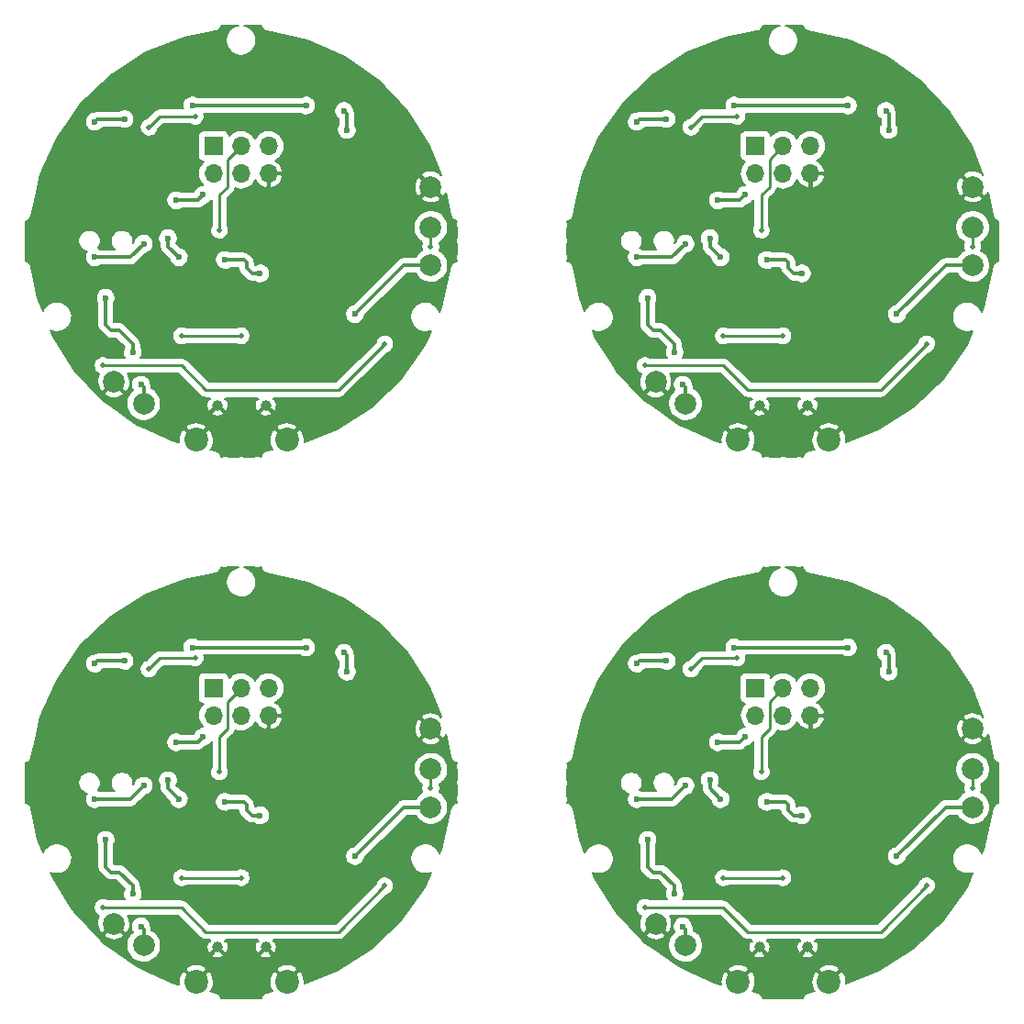
<source format=gbl>
G04 #@! TF.FileFunction,Copper,L2,Bot,Signal*
%FSLAX46Y46*%
G04 Gerber Fmt 4.6, Leading zero omitted, Abs format (unit mm)*
G04 Created by KiCad (PCBNEW 4.0.7) date Wednesday 08 November 2017 'à' 20:08:32*
%MOMM*%
%LPD*%
G01*
G04 APERTURE LIST*
%ADD10C,0.100000*%
%ADD11C,1.000760*%
%ADD12C,2.199640*%
%ADD13C,2.000000*%
%ADD14R,1.700000X1.700000*%
%ADD15O,1.700000X1.700000*%
%ADD16C,0.500000*%
%ADD17C,0.600000*%
%ADD18C,0.250000*%
%ADD19C,0.300000*%
%ADD20C,0.200000*%
G04 APERTURE END LIST*
D10*
D11*
X197275520Y-150174880D03*
D12*
X190862020Y-153354960D03*
X199238940Y-153354960D03*
D11*
X192825440Y-150174880D03*
X147275520Y-150174880D03*
D12*
X140862020Y-153354960D03*
X149238940Y-153354960D03*
D11*
X142825440Y-150174880D03*
X197275520Y-100174880D03*
D12*
X190862020Y-103354960D03*
X199238940Y-103354960D03*
D11*
X192825440Y-100174880D03*
D13*
X212500000Y-133750000D03*
X162500000Y-133750000D03*
X212500000Y-83750000D03*
X212500000Y-137250000D03*
X162500000Y-137250000D03*
X212500000Y-87250000D03*
X212500000Y-130000000D03*
X162500000Y-130000000D03*
X212500000Y-80000000D03*
D14*
X192460000Y-126250000D03*
D15*
X192460000Y-128790000D03*
X195000000Y-126250000D03*
X195000000Y-128790000D03*
X197540000Y-126250000D03*
X197540000Y-128790000D03*
D14*
X142460000Y-126250000D03*
D15*
X142460000Y-128790000D03*
X145000000Y-126250000D03*
X145000000Y-128790000D03*
X147540000Y-126250000D03*
X147540000Y-128790000D03*
D14*
X192460000Y-76250000D03*
D15*
X192460000Y-78790000D03*
X195000000Y-76250000D03*
X195000000Y-78790000D03*
X197540000Y-76250000D03*
X197540000Y-78790000D03*
D13*
X183250000Y-148000000D03*
X133250000Y-148000000D03*
X183250000Y-98000000D03*
X186000000Y-150000000D03*
X136000000Y-150000000D03*
X186000000Y-100000000D03*
D14*
X142460000Y-76250000D03*
D15*
X142460000Y-78790000D03*
X145000000Y-76250000D03*
X145000000Y-78790000D03*
X147540000Y-76250000D03*
X147540000Y-78790000D03*
D13*
X133250000Y-98000000D03*
D11*
X147275520Y-100174880D03*
D12*
X140862020Y-103354960D03*
X149238940Y-103354960D03*
D11*
X142825440Y-100174880D03*
D13*
X162500000Y-87250000D03*
X162500000Y-83750000D03*
X162500000Y-80000000D03*
X136000000Y-100000000D03*
D16*
X193000000Y-134000000D03*
X143000000Y-134000000D03*
X193000000Y-84000000D03*
X143000000Y-84000000D03*
D17*
X181500000Y-136500000D03*
X131500000Y-136500000D03*
X181500000Y-86500000D03*
X189250000Y-136500000D03*
X139250000Y-136500000D03*
X189250000Y-86500000D03*
X204500000Y-123000000D03*
X154500000Y-123000000D03*
X204500000Y-73000000D03*
X204750000Y-124750000D03*
X154750000Y-124750000D03*
X204750000Y-74750000D03*
X191500000Y-130750000D03*
X141500000Y-130750000D03*
X191500000Y-80750000D03*
X190500000Y-122500000D03*
X140500000Y-122500000D03*
X190500000Y-72500000D03*
X201000000Y-122500000D03*
X151000000Y-122500000D03*
X201000000Y-72500000D03*
X188250000Y-134750000D03*
X138250000Y-134750000D03*
X188250000Y-84750000D03*
X184250000Y-123750000D03*
X134250000Y-123750000D03*
X184250000Y-73750000D03*
X181500000Y-124000000D03*
X131500000Y-124000000D03*
X181500000Y-74000000D03*
X186000000Y-135250000D03*
X136000000Y-135250000D03*
X186000000Y-85250000D03*
X189000000Y-131250000D03*
X139000000Y-131250000D03*
X189000000Y-81250000D03*
X205500000Y-141750000D03*
X155500000Y-141750000D03*
X205500000Y-91750000D03*
X196750000Y-138000000D03*
X146750000Y-138000000D03*
X196750000Y-88000000D03*
X193500000Y-136750000D03*
X143500000Y-136750000D03*
X193500000Y-86750000D03*
X143500000Y-86750000D03*
X146750000Y-88000000D03*
X139250000Y-86500000D03*
X138250000Y-84750000D03*
X141500000Y-80750000D03*
X139000000Y-81250000D03*
X136000000Y-85250000D03*
X131500000Y-86500000D03*
X154750000Y-74750000D03*
X154500000Y-73000000D03*
X155500000Y-91750000D03*
X131500000Y-74000000D03*
X134250000Y-73750000D03*
X140500000Y-72500000D03*
X151000000Y-72500000D03*
D16*
X182250000Y-146500000D03*
X132250000Y-146500000D03*
X182250000Y-96500000D03*
X208250000Y-144500000D03*
X158250000Y-144500000D03*
X208250000Y-94500000D03*
X132250000Y-96500000D03*
X158250000Y-94500000D03*
X189500000Y-143750000D03*
X139500000Y-143750000D03*
X189500000Y-93750000D03*
X195000000Y-143750000D03*
X145000000Y-143750000D03*
X195000000Y-93750000D03*
X139500000Y-93750000D03*
X145000000Y-93750000D03*
X190750000Y-123500000D03*
X140750000Y-123500000D03*
X190750000Y-73500000D03*
X186500000Y-124500000D03*
X136500000Y-124500000D03*
X186500000Y-74500000D03*
X136500000Y-74500000D03*
X140750000Y-73500000D03*
X212500000Y-135500000D03*
X162500000Y-135500000D03*
X212500000Y-85500000D03*
X162500000Y-85500000D03*
D17*
X185000000Y-145250000D03*
X135000000Y-145250000D03*
X185000000Y-95250000D03*
X185750000Y-148250000D03*
X135750000Y-148250000D03*
X185750000Y-98250000D03*
X182500000Y-140250000D03*
X132500000Y-140250000D03*
X182500000Y-90250000D03*
X135750000Y-98250000D03*
X132500000Y-90250000D03*
X135000000Y-95250000D03*
D18*
X193000000Y-130750000D02*
X193000000Y-134000000D01*
X143000000Y-130750000D02*
X143000000Y-134000000D01*
X193000000Y-80750000D02*
X193000000Y-84000000D01*
X193750000Y-127500000D02*
X193750000Y-130000000D01*
X143750000Y-127500000D02*
X143750000Y-130000000D01*
X193750000Y-77500000D02*
X193750000Y-80000000D01*
X193750000Y-130000000D02*
X193000000Y-130750000D01*
X143750000Y-130000000D02*
X143000000Y-130750000D01*
X193750000Y-80000000D02*
X193000000Y-80750000D01*
X195000000Y-126250000D02*
X193750000Y-127500000D01*
X145000000Y-126250000D02*
X143750000Y-127500000D01*
X195000000Y-76250000D02*
X193750000Y-77500000D01*
X145000000Y-76250000D02*
X143750000Y-77500000D01*
X143000000Y-80750000D02*
X143000000Y-84000000D01*
X143750000Y-80000000D02*
X143000000Y-80750000D01*
X143750000Y-77500000D02*
X143750000Y-80000000D01*
D19*
X188250000Y-135500000D02*
X188250000Y-134750000D01*
X138250000Y-135500000D02*
X138250000Y-134750000D01*
X188250000Y-85500000D02*
X188250000Y-84750000D01*
X189250000Y-136500000D02*
X188250000Y-135500000D01*
X139250000Y-136500000D02*
X138250000Y-135500000D01*
X189250000Y-86500000D02*
X188250000Y-85500000D01*
X191000000Y-131250000D02*
X189000000Y-131250000D01*
X141000000Y-131250000D02*
X139000000Y-131250000D01*
X191000000Y-81250000D02*
X189000000Y-81250000D01*
X195250000Y-136750000D02*
X193500000Y-136750000D01*
X145250000Y-136750000D02*
X143500000Y-136750000D01*
X195250000Y-86750000D02*
X193500000Y-86750000D01*
X181750000Y-123750000D02*
X184250000Y-123750000D01*
X131750000Y-123750000D02*
X134250000Y-123750000D01*
X181750000Y-73750000D02*
X184250000Y-73750000D01*
X181500000Y-124000000D02*
X181750000Y-123750000D01*
X131500000Y-124000000D02*
X131750000Y-123750000D01*
X181500000Y-74000000D02*
X181750000Y-73750000D01*
X190500000Y-122500000D02*
X201000000Y-122500000D01*
X140500000Y-122500000D02*
X151000000Y-122500000D01*
X190500000Y-72500000D02*
X201000000Y-72500000D01*
X195500000Y-137000000D02*
X195250000Y-136750000D01*
X145500000Y-137000000D02*
X145250000Y-136750000D01*
X195500000Y-87000000D02*
X195250000Y-86750000D01*
X181500000Y-136500000D02*
X184750000Y-136500000D01*
X131500000Y-136500000D02*
X134750000Y-136500000D01*
X181500000Y-86500000D02*
X184750000Y-86500000D01*
X184750000Y-136500000D02*
X186000000Y-135250000D01*
X134750000Y-136500000D02*
X136000000Y-135250000D01*
X184750000Y-86500000D02*
X186000000Y-85250000D01*
X196000000Y-138000000D02*
X195500000Y-137500000D01*
X146000000Y-138000000D02*
X145500000Y-137500000D01*
X196000000Y-88000000D02*
X195500000Y-87500000D01*
X195500000Y-137500000D02*
X195500000Y-137000000D01*
X145500000Y-137500000D02*
X145500000Y-137000000D01*
X195500000Y-87500000D02*
X195500000Y-87000000D01*
X210000000Y-137250000D02*
X212500000Y-137250000D01*
X160000000Y-137250000D02*
X162500000Y-137250000D01*
X210000000Y-87250000D02*
X212500000Y-87250000D01*
X204500000Y-123000000D02*
X204750000Y-123250000D01*
X154500000Y-123000000D02*
X154750000Y-123250000D01*
X204500000Y-73000000D02*
X204750000Y-73250000D01*
X204750000Y-123250000D02*
X204750000Y-124750000D01*
X154750000Y-123250000D02*
X154750000Y-124750000D01*
X204750000Y-73250000D02*
X204750000Y-74750000D01*
X205500000Y-141750000D02*
X210000000Y-137250000D01*
X155500000Y-141750000D02*
X160000000Y-137250000D01*
X205500000Y-91750000D02*
X210000000Y-87250000D01*
X191500000Y-130750000D02*
X191000000Y-131250000D01*
X141500000Y-130750000D02*
X141000000Y-131250000D01*
X191500000Y-80750000D02*
X191000000Y-81250000D01*
X196750000Y-138000000D02*
X196000000Y-138000000D01*
X146750000Y-138000000D02*
X146000000Y-138000000D01*
X196750000Y-88000000D02*
X196000000Y-88000000D01*
X145250000Y-86750000D02*
X143500000Y-86750000D01*
X145500000Y-87000000D02*
X145250000Y-86750000D01*
X145500000Y-87500000D02*
X145500000Y-87000000D01*
X146000000Y-88000000D02*
X145500000Y-87500000D01*
X146750000Y-88000000D02*
X146000000Y-88000000D01*
X139250000Y-86500000D02*
X138250000Y-85500000D01*
X138250000Y-85500000D02*
X138250000Y-84750000D01*
X141500000Y-80750000D02*
X141000000Y-81250000D01*
X141000000Y-81250000D02*
X139000000Y-81250000D01*
X134750000Y-86500000D02*
X136000000Y-85250000D01*
X131500000Y-86500000D02*
X134750000Y-86500000D01*
X154750000Y-73250000D02*
X154750000Y-74750000D01*
X154500000Y-73000000D02*
X154750000Y-73250000D01*
X155500000Y-91750000D02*
X160000000Y-87250000D01*
X160000000Y-87250000D02*
X162500000Y-87250000D01*
X131500000Y-74000000D02*
X131750000Y-73750000D01*
X131750000Y-73750000D02*
X134250000Y-73750000D01*
X140500000Y-72500000D02*
X151000000Y-72500000D01*
D18*
X208250000Y-144500000D02*
X204000000Y-148750000D01*
X158250000Y-144500000D02*
X154000000Y-148750000D01*
X208250000Y-94500000D02*
X204000000Y-98750000D01*
X189500000Y-146500000D02*
X182250000Y-146500000D01*
X139500000Y-146500000D02*
X132250000Y-146500000D01*
X189500000Y-96500000D02*
X182250000Y-96500000D01*
X204000000Y-148750000D02*
X191750000Y-148750000D01*
X154000000Y-148750000D02*
X141750000Y-148750000D01*
X204000000Y-98750000D02*
X191750000Y-98750000D01*
X191750000Y-148750000D02*
X189500000Y-146500000D01*
X141750000Y-148750000D02*
X139500000Y-146500000D01*
X191750000Y-98750000D02*
X189500000Y-96500000D01*
X139500000Y-96500000D02*
X132250000Y-96500000D01*
X141750000Y-98750000D02*
X139500000Y-96500000D01*
X154000000Y-98750000D02*
X141750000Y-98750000D01*
X158250000Y-94500000D02*
X154000000Y-98750000D01*
X195000000Y-143750000D02*
X189500000Y-143750000D01*
X145000000Y-143750000D02*
X139500000Y-143750000D01*
X195000000Y-93750000D02*
X189500000Y-93750000D01*
X145000000Y-93750000D02*
X139500000Y-93750000D01*
X187500000Y-123500000D02*
X190750000Y-123500000D01*
X137500000Y-123500000D02*
X140750000Y-123500000D01*
X187500000Y-73500000D02*
X190750000Y-73500000D01*
X186500000Y-124500000D02*
X187500000Y-123500000D01*
X136500000Y-124500000D02*
X137500000Y-123500000D01*
X186500000Y-74500000D02*
X187500000Y-73500000D01*
X136500000Y-74500000D02*
X137500000Y-73500000D01*
X137500000Y-73500000D02*
X140750000Y-73500000D01*
X212500000Y-135500000D02*
X212500000Y-133750000D01*
X162500000Y-135500000D02*
X162500000Y-133750000D01*
X212500000Y-85500000D02*
X212500000Y-83750000D01*
X162500000Y-85500000D02*
X162500000Y-83750000D01*
D19*
X185000000Y-145250000D02*
X185000000Y-144500000D01*
X135000000Y-145250000D02*
X135000000Y-144500000D01*
X185000000Y-95250000D02*
X185000000Y-94500000D01*
X183000000Y-143250000D02*
X182500000Y-142750000D01*
X133000000Y-143250000D02*
X132500000Y-142750000D01*
X183000000Y-93250000D02*
X182500000Y-92750000D01*
X183750000Y-143250000D02*
X183000000Y-143250000D01*
X133750000Y-143250000D02*
X133000000Y-143250000D01*
X183750000Y-93250000D02*
X183000000Y-93250000D01*
X185000000Y-144500000D02*
X183750000Y-143250000D01*
X135000000Y-144500000D02*
X133750000Y-143250000D01*
X185000000Y-94500000D02*
X183750000Y-93250000D01*
X186000000Y-150000000D02*
X186000000Y-148500000D01*
X136000000Y-150000000D02*
X136000000Y-148500000D01*
X186000000Y-100000000D02*
X186000000Y-98500000D01*
X185750000Y-148250000D02*
X186000000Y-148500000D01*
X135750000Y-148250000D02*
X136000000Y-148500000D01*
X185750000Y-98250000D02*
X186000000Y-98500000D01*
X182500000Y-142750000D02*
X182500000Y-140250000D01*
X132500000Y-142750000D02*
X132500000Y-140250000D01*
X182500000Y-92750000D02*
X182500000Y-90250000D01*
X136000000Y-100000000D02*
X136000000Y-98500000D01*
X135750000Y-98250000D02*
X136000000Y-98500000D01*
X132500000Y-92750000D02*
X132500000Y-90250000D01*
X133000000Y-93250000D02*
X132500000Y-92750000D01*
X133750000Y-93250000D02*
X133000000Y-93250000D01*
X135000000Y-94500000D02*
X133750000Y-93250000D01*
X135000000Y-95250000D02*
X135000000Y-94500000D01*
D20*
G36*
X144749591Y-65122462D02*
X144602809Y-65150462D01*
X144348247Y-65253312D01*
X144118510Y-65403648D01*
X143922349Y-65595743D01*
X143767235Y-65822281D01*
X143659076Y-66074634D01*
X143601993Y-66343188D01*
X143598160Y-66617716D01*
X143647722Y-66887759D01*
X143748792Y-67143033D01*
X143897520Y-67373815D01*
X144088242Y-67571312D01*
X144313692Y-67728004D01*
X144565283Y-67837922D01*
X144833432Y-67896878D01*
X145107926Y-67902628D01*
X145378309Y-67854952D01*
X145634283Y-67755667D01*
X145866097Y-67608553D01*
X146064921Y-67419215D01*
X146223183Y-67194865D01*
X146334854Y-66944047D01*
X146395681Y-66676316D01*
X146400060Y-66362723D01*
X146346732Y-66093398D01*
X146242108Y-65839560D01*
X146090172Y-65610878D01*
X145896711Y-65416062D01*
X145669096Y-65262533D01*
X145415994Y-65156139D01*
X145254307Y-65122949D01*
X145310754Y-65112996D01*
X145344260Y-65100000D01*
X146147427Y-65100000D01*
X146363177Y-65147435D01*
X146588654Y-65152158D01*
X146810754Y-65112996D01*
X146833528Y-65104163D01*
X146833825Y-65108791D01*
X146836745Y-65119783D01*
X146837855Y-65131108D01*
X146853634Y-65183373D01*
X146867643Y-65236114D01*
X146872642Y-65246330D01*
X146875931Y-65257223D01*
X146901561Y-65305425D01*
X146925548Y-65354443D01*
X146932437Y-65363495D01*
X146937778Y-65373539D01*
X146972271Y-65415832D01*
X147005333Y-65459271D01*
X147013852Y-65466814D01*
X147021040Y-65475628D01*
X147063090Y-65510414D01*
X147103960Y-65546605D01*
X147113781Y-65552350D01*
X147122545Y-65559600D01*
X147170555Y-65585559D01*
X147217672Y-65613120D01*
X147228420Y-65616847D01*
X147238427Y-65622258D01*
X147290568Y-65638398D01*
X147342138Y-65656281D01*
X147351316Y-65658421D01*
X151123832Y-66510325D01*
X154598535Y-68051916D01*
X157707634Y-70239057D01*
X160332701Y-72988436D01*
X162373748Y-76195327D01*
X163435775Y-78922801D01*
X163404131Y-78954445D01*
X163303091Y-78724511D01*
X163038824Y-78592344D01*
X162753850Y-78514272D01*
X162459121Y-78493297D01*
X162165963Y-78530223D01*
X161885642Y-78623631D01*
X161696909Y-78724511D01*
X161595868Y-78954446D01*
X162500000Y-79858579D01*
X162514142Y-79844436D01*
X162655564Y-79985858D01*
X162641421Y-80000000D01*
X163545554Y-80904132D01*
X163775489Y-80803091D01*
X163907656Y-80538824D01*
X163912447Y-80521337D01*
X164338317Y-82633419D01*
X164356551Y-82693059D01*
X164374151Y-82752859D01*
X164375795Y-82756003D01*
X164376833Y-82759399D01*
X164406315Y-82814384D01*
X164435184Y-82869605D01*
X164437406Y-82872369D01*
X164439085Y-82875500D01*
X164478677Y-82923700D01*
X164517731Y-82972273D01*
X164520451Y-82974555D01*
X164522703Y-82977297D01*
X164570830Y-83016829D01*
X164618647Y-83056952D01*
X164621763Y-83058665D01*
X164624501Y-83060914D01*
X164679407Y-83090355D01*
X164734089Y-83120416D01*
X164737472Y-83121489D01*
X164740601Y-83123167D01*
X164800271Y-83141410D01*
X164859660Y-83160250D01*
X164863183Y-83160645D01*
X164866581Y-83161684D01*
X164895544Y-83164626D01*
X164851638Y-83371191D01*
X164848489Y-83596695D01*
X164889201Y-83818517D01*
X164900000Y-83845792D01*
X164900000Y-84647155D01*
X164898527Y-84650592D01*
X164851638Y-84871191D01*
X164848489Y-85096695D01*
X164889201Y-85318517D01*
X164900000Y-85345792D01*
X164900000Y-86147155D01*
X164898527Y-86150592D01*
X164851638Y-86371191D01*
X164848489Y-86596695D01*
X164889201Y-86818517D01*
X164895161Y-86833571D01*
X164891209Y-86833825D01*
X164880217Y-86836745D01*
X164868892Y-86837855D01*
X164816627Y-86853634D01*
X164763886Y-86867643D01*
X164753670Y-86872642D01*
X164742777Y-86875931D01*
X164694589Y-86901553D01*
X164645557Y-86925547D01*
X164636501Y-86932440D01*
X164626461Y-86937778D01*
X164584187Y-86972256D01*
X164540729Y-87005332D01*
X164533183Y-87013854D01*
X164524372Y-87021040D01*
X164489598Y-87063075D01*
X164453395Y-87103959D01*
X164447649Y-87113783D01*
X164440400Y-87122545D01*
X164414444Y-87170550D01*
X164386880Y-87217672D01*
X164383153Y-87228420D01*
X164377742Y-87238427D01*
X164361602Y-87290568D01*
X164343719Y-87342138D01*
X164341579Y-87351316D01*
X163489674Y-91123833D01*
X163315242Y-91516998D01*
X163242108Y-91339560D01*
X163090172Y-91110878D01*
X162896711Y-90916062D01*
X162669096Y-90762533D01*
X162415994Y-90656139D01*
X162147048Y-90600932D01*
X161872500Y-90599016D01*
X161602809Y-90650462D01*
X161348247Y-90753312D01*
X161118510Y-90903648D01*
X160922349Y-91095743D01*
X160767235Y-91322281D01*
X160659076Y-91574634D01*
X160601993Y-91843188D01*
X160598160Y-92117716D01*
X160647722Y-92387759D01*
X160748792Y-92643033D01*
X160897520Y-92873815D01*
X161088242Y-93071312D01*
X161313692Y-93228004D01*
X161565283Y-93337922D01*
X161833432Y-93396878D01*
X162107926Y-93402628D01*
X162378309Y-93354952D01*
X162525068Y-93298028D01*
X161948085Y-94598533D01*
X159760945Y-97707631D01*
X157011568Y-100332698D01*
X153804673Y-102373748D01*
X150829952Y-103532048D01*
X150846076Y-103318026D01*
X150807990Y-103005200D01*
X150709606Y-102705813D01*
X150595744Y-102492791D01*
X150355592Y-102379729D01*
X149380361Y-103354960D01*
X149394504Y-103369103D01*
X149253083Y-103510524D01*
X149238940Y-103496381D01*
X149224798Y-103510524D01*
X149083377Y-103369103D01*
X149097519Y-103354960D01*
X148122288Y-102379729D01*
X147882136Y-102492791D01*
X147740006Y-102774057D01*
X147655479Y-103077647D01*
X147631804Y-103391894D01*
X147669890Y-103704720D01*
X147768274Y-104004107D01*
X147882136Y-104217129D01*
X147907765Y-104229195D01*
X147366581Y-104338317D01*
X147306941Y-104356551D01*
X147247141Y-104374151D01*
X147243997Y-104375795D01*
X147240601Y-104376833D01*
X147185616Y-104406315D01*
X147130395Y-104435184D01*
X147127631Y-104437406D01*
X147124500Y-104439085D01*
X147076300Y-104478677D01*
X147027727Y-104517731D01*
X147025445Y-104520451D01*
X147022703Y-104522703D01*
X146983171Y-104570830D01*
X146943048Y-104618647D01*
X146941335Y-104621763D01*
X146939086Y-104624501D01*
X146909665Y-104679372D01*
X146879584Y-104734089D01*
X146878510Y-104737476D01*
X146876834Y-104740601D01*
X146858617Y-104800184D01*
X146839750Y-104859660D01*
X146839354Y-104863188D01*
X146838317Y-104866581D01*
X146835448Y-104894829D01*
X146620789Y-104850766D01*
X146395268Y-104849192D01*
X146173736Y-104891451D01*
X146152577Y-104900000D01*
X145350952Y-104900000D01*
X145341710Y-104896115D01*
X145120789Y-104850766D01*
X144895268Y-104849192D01*
X144673736Y-104891451D01*
X144652577Y-104900000D01*
X143850952Y-104900000D01*
X143841710Y-104896115D01*
X143620789Y-104850766D01*
X143395268Y-104849192D01*
X143173736Y-104891451D01*
X143166381Y-104894422D01*
X143166175Y-104891209D01*
X143163255Y-104880217D01*
X143162145Y-104868892D01*
X143146366Y-104816627D01*
X143132357Y-104763886D01*
X143127358Y-104753670D01*
X143124069Y-104742777D01*
X143098447Y-104694589D01*
X143074453Y-104645557D01*
X143067560Y-104636501D01*
X143062222Y-104626461D01*
X143027744Y-104584187D01*
X142994668Y-104540729D01*
X142986146Y-104533183D01*
X142978960Y-104524372D01*
X142936925Y-104489598D01*
X142896041Y-104453395D01*
X142886217Y-104447649D01*
X142877455Y-104440400D01*
X142829450Y-104414444D01*
X142782328Y-104386880D01*
X142771580Y-104383153D01*
X142761573Y-104377742D01*
X142709432Y-104361602D01*
X142657862Y-104343719D01*
X142648684Y-104341579D01*
X142179520Y-104235633D01*
X142218824Y-104217129D01*
X142360954Y-103935863D01*
X142445481Y-103632273D01*
X142469156Y-103318026D01*
X142431070Y-103005200D01*
X142332686Y-102705813D01*
X142218824Y-102492791D01*
X141978672Y-102379729D01*
X141003441Y-103354960D01*
X141017584Y-103369103D01*
X140876163Y-103510524D01*
X140862020Y-103496381D01*
X140847878Y-103510524D01*
X140706457Y-103369103D01*
X140720599Y-103354960D01*
X139745368Y-102379729D01*
X139505216Y-102492791D01*
X139363086Y-102774057D01*
X139278559Y-103077647D01*
X139254884Y-103391894D01*
X139277832Y-103580378D01*
X138876167Y-103489674D01*
X136055622Y-102238308D01*
X139886789Y-102238308D01*
X140862020Y-103213539D01*
X141837251Y-102238308D01*
X148263709Y-102238308D01*
X149238940Y-103213539D01*
X150214171Y-102238308D01*
X150101109Y-101998156D01*
X149819843Y-101856026D01*
X149516253Y-101771499D01*
X149202006Y-101747824D01*
X148889180Y-101785910D01*
X148589793Y-101884294D01*
X148376771Y-101998156D01*
X148263709Y-102238308D01*
X141837251Y-102238308D01*
X141724189Y-101998156D01*
X141442923Y-101856026D01*
X141139333Y-101771499D01*
X140825086Y-101747824D01*
X140512260Y-101785910D01*
X140212873Y-101884294D01*
X139999851Y-101998156D01*
X139886789Y-102238308D01*
X136055622Y-102238308D01*
X135401467Y-101948085D01*
X132823437Y-100134532D01*
X134397897Y-100134532D01*
X134454539Y-100443154D01*
X134570048Y-100734896D01*
X134740023Y-100998645D01*
X134957990Y-101224357D01*
X135215648Y-101403433D01*
X135503180Y-101529054D01*
X135809637Y-101596432D01*
X136123344Y-101603004D01*
X136432354Y-101548517D01*
X136724895Y-101435048D01*
X136989825Y-101266918D01*
X137217053Y-101050532D01*
X137348658Y-100863970D01*
X142277771Y-100863970D01*
X142318419Y-101042865D01*
X142497497Y-101125101D01*
X142689177Y-101170822D01*
X142886094Y-101178269D01*
X143080680Y-101147156D01*
X143265458Y-101078679D01*
X143332461Y-101042865D01*
X143373109Y-100863970D01*
X146727851Y-100863970D01*
X146768499Y-101042865D01*
X146947577Y-101125101D01*
X147139257Y-101170822D01*
X147336174Y-101178269D01*
X147530760Y-101147156D01*
X147715538Y-101078679D01*
X147782541Y-101042865D01*
X147823189Y-100863970D01*
X147275520Y-100316301D01*
X146727851Y-100863970D01*
X143373109Y-100863970D01*
X142825440Y-100316301D01*
X142277771Y-100863970D01*
X137348658Y-100863970D01*
X137397924Y-100794131D01*
X137525548Y-100507482D01*
X137595064Y-100201504D01*
X137600069Y-99843112D01*
X137539123Y-99535311D01*
X137419552Y-99245211D01*
X137245911Y-98983860D01*
X137024813Y-98761213D01*
X136764681Y-98585752D01*
X136750000Y-98579581D01*
X136750000Y-98500000D01*
X136743239Y-98431049D01*
X136737201Y-98362036D01*
X136736101Y-98358249D01*
X136735716Y-98354324D01*
X136715685Y-98287976D01*
X136696364Y-98221473D01*
X136694550Y-98217974D01*
X136693410Y-98214197D01*
X136660882Y-98153021D01*
X136640540Y-98113778D01*
X136615757Y-97988613D01*
X136548498Y-97825431D01*
X136450825Y-97678421D01*
X136326458Y-97553182D01*
X136180133Y-97454485D01*
X136017425Y-97386089D01*
X135844531Y-97350599D01*
X135668036Y-97349367D01*
X135494663Y-97382440D01*
X135331016Y-97448557D01*
X135183328Y-97545202D01*
X135057224Y-97668692D01*
X134957508Y-97814324D01*
X134887977Y-97976550D01*
X134851281Y-98149193D01*
X134848817Y-98325674D01*
X134880678Y-98499274D01*
X134945652Y-98663379D01*
X134997490Y-98743815D01*
X134992583Y-98747026D01*
X134768398Y-98966563D01*
X134591125Y-99225464D01*
X134467515Y-99513867D01*
X134402278Y-99820787D01*
X134397897Y-100134532D01*
X132823437Y-100134532D01*
X132292369Y-99760945D01*
X131609324Y-99045554D01*
X132345868Y-99045554D01*
X132446909Y-99275489D01*
X132711176Y-99407656D01*
X132996150Y-99485728D01*
X133290879Y-99506703D01*
X133584037Y-99469777D01*
X133864358Y-99376369D01*
X134053091Y-99275489D01*
X134154132Y-99045554D01*
X133250000Y-98141421D01*
X132345868Y-99045554D01*
X131609324Y-99045554D01*
X129667302Y-97011568D01*
X129387199Y-96571470D01*
X131398882Y-96571470D01*
X131428974Y-96735425D01*
X131490338Y-96890413D01*
X131580637Y-97030530D01*
X131696432Y-97150440D01*
X131833313Y-97245574D01*
X131929217Y-97287474D01*
X131842344Y-97461176D01*
X131764272Y-97746150D01*
X131743297Y-98040879D01*
X131780223Y-98334037D01*
X131873631Y-98614358D01*
X131974511Y-98803091D01*
X132204446Y-98904132D01*
X133108579Y-98000000D01*
X133094436Y-97985858D01*
X133235858Y-97844437D01*
X133250000Y-97858579D01*
X133264142Y-97844436D01*
X133405564Y-97985858D01*
X133391421Y-98000000D01*
X134295554Y-98904132D01*
X134525489Y-98803091D01*
X134657656Y-98538824D01*
X134735728Y-98253850D01*
X134756703Y-97959121D01*
X134719777Y-97665963D01*
X134626369Y-97385642D01*
X134540504Y-97225000D01*
X139199696Y-97225000D01*
X141237348Y-99262653D01*
X141289106Y-99305167D01*
X141340399Y-99348207D01*
X141343739Y-99350043D01*
X141346686Y-99352464D01*
X141405742Y-99384130D01*
X141464392Y-99416373D01*
X141468023Y-99417525D01*
X141471386Y-99419328D01*
X141535468Y-99438920D01*
X141599264Y-99459157D01*
X141603051Y-99459582D01*
X141606699Y-99460697D01*
X141673372Y-99467469D01*
X141739877Y-99474929D01*
X141747325Y-99474981D01*
X141747470Y-99474996D01*
X141747605Y-99474983D01*
X141750000Y-99475000D01*
X142104408Y-99475000D01*
X142044272Y-99535136D01*
X142136348Y-99627212D01*
X141957455Y-99667859D01*
X141875219Y-99846937D01*
X141829498Y-100038617D01*
X141822051Y-100235534D01*
X141853164Y-100430120D01*
X141921641Y-100614898D01*
X141957455Y-100681901D01*
X142136350Y-100722549D01*
X142684019Y-100174880D01*
X142669877Y-100160738D01*
X142811298Y-100019317D01*
X142825440Y-100033459D01*
X142839583Y-100019317D01*
X142981004Y-100160738D01*
X142966861Y-100174880D01*
X143514530Y-100722549D01*
X143693425Y-100681901D01*
X143775661Y-100502823D01*
X143821382Y-100311143D01*
X143828829Y-100114226D01*
X143797716Y-99919640D01*
X143729239Y-99734862D01*
X143693425Y-99667859D01*
X143514532Y-99627212D01*
X143606608Y-99535136D01*
X143546472Y-99475000D01*
X146554488Y-99475000D01*
X146494352Y-99535136D01*
X146586428Y-99627212D01*
X146407535Y-99667859D01*
X146325299Y-99846937D01*
X146279578Y-100038617D01*
X146272131Y-100235534D01*
X146303244Y-100430120D01*
X146371721Y-100614898D01*
X146407535Y-100681901D01*
X146586430Y-100722549D01*
X147134099Y-100174880D01*
X147119957Y-100160738D01*
X147261378Y-100019317D01*
X147275520Y-100033459D01*
X147289663Y-100019317D01*
X147431084Y-100160738D01*
X147416941Y-100174880D01*
X147964610Y-100722549D01*
X148143505Y-100681901D01*
X148225741Y-100502823D01*
X148271462Y-100311143D01*
X148278909Y-100114226D01*
X148247796Y-99919640D01*
X148179319Y-99734862D01*
X148143505Y-99667859D01*
X147964612Y-99627212D01*
X148056688Y-99535136D01*
X147996552Y-99475000D01*
X154000000Y-99475000D01*
X154066600Y-99468470D01*
X154133365Y-99462628D01*
X154137028Y-99461564D01*
X154140820Y-99461192D01*
X154204923Y-99441838D01*
X154269242Y-99423152D01*
X154272626Y-99421398D01*
X154276276Y-99420296D01*
X154335432Y-99388842D01*
X154394863Y-99358036D01*
X154397841Y-99355659D01*
X154401209Y-99353868D01*
X154453157Y-99311500D01*
X154505444Y-99269760D01*
X154510744Y-99264534D01*
X154510860Y-99264439D01*
X154510949Y-99264331D01*
X154512652Y-99262652D01*
X158446868Y-95328437D01*
X158479688Y-95322650D01*
X158635100Y-95262369D01*
X158775844Y-95173050D01*
X158896559Y-95058095D01*
X158992647Y-94921882D01*
X159060447Y-94769600D01*
X159097378Y-94607049D01*
X159100037Y-94416653D01*
X159067659Y-94253134D01*
X159004137Y-94099018D01*
X158911890Y-93960176D01*
X158794432Y-93841895D01*
X158656237Y-93748681D01*
X158502568Y-93684084D01*
X158339279Y-93650566D01*
X158172590Y-93649402D01*
X158008848Y-93680637D01*
X157854293Y-93743082D01*
X157714810Y-93834357D01*
X157595711Y-93950987D01*
X157501535Y-94088528D01*
X157435867Y-94241742D01*
X157423157Y-94301538D01*
X153699696Y-98025000D01*
X142050305Y-98025000D01*
X140012652Y-95987348D01*
X139960951Y-95944880D01*
X139909601Y-95901793D01*
X139906258Y-95899955D01*
X139903314Y-95897537D01*
X139844332Y-95865911D01*
X139785608Y-95833627D01*
X139781972Y-95832474D01*
X139778614Y-95830673D01*
X139714566Y-95811091D01*
X139650736Y-95790843D01*
X139646950Y-95790418D01*
X139643302Y-95789303D01*
X139576619Y-95782530D01*
X139510123Y-95775071D01*
X139502676Y-95775019D01*
X139502531Y-95775004D01*
X139502396Y-95775017D01*
X139500000Y-95775000D01*
X135731096Y-95775000D01*
X135786332Y-95696699D01*
X135858121Y-95535459D01*
X135897224Y-95363346D01*
X135900039Y-95161750D01*
X135865757Y-94988613D01*
X135798498Y-94825431D01*
X135750000Y-94752435D01*
X135750000Y-94500000D01*
X135743243Y-94431093D01*
X135737201Y-94362036D01*
X135736101Y-94358249D01*
X135735716Y-94354324D01*
X135715681Y-94287963D01*
X135696364Y-94221474D01*
X135694551Y-94217977D01*
X135693410Y-94214197D01*
X135660861Y-94152982D01*
X135629003Y-94091521D01*
X135626543Y-94088440D01*
X135624691Y-94084956D01*
X135580893Y-94031254D01*
X135537683Y-93977126D01*
X135532272Y-93971639D01*
X135532178Y-93971524D01*
X135532072Y-93971436D01*
X135530330Y-93969670D01*
X135382130Y-93821470D01*
X138648882Y-93821470D01*
X138678974Y-93985425D01*
X138740338Y-94140413D01*
X138830637Y-94280530D01*
X138946432Y-94400440D01*
X139083313Y-94495574D01*
X139236065Y-94562310D01*
X139398870Y-94598105D01*
X139565527Y-94601596D01*
X139729688Y-94572650D01*
X139885100Y-94512369D01*
X139943984Y-94475000D01*
X144553711Y-94475000D01*
X144583313Y-94495574D01*
X144736065Y-94562310D01*
X144898870Y-94598105D01*
X145065527Y-94601596D01*
X145229688Y-94572650D01*
X145385100Y-94512369D01*
X145525844Y-94423050D01*
X145646559Y-94308095D01*
X145742647Y-94171882D01*
X145810447Y-94019600D01*
X145847378Y-93857049D01*
X145850037Y-93666653D01*
X145817659Y-93503134D01*
X145754137Y-93349018D01*
X145661890Y-93210176D01*
X145544432Y-93091895D01*
X145406237Y-92998681D01*
X145252568Y-92934084D01*
X145089279Y-92900566D01*
X144922590Y-92899402D01*
X144758848Y-92930637D01*
X144604293Y-92993082D01*
X144555517Y-93025000D01*
X139945256Y-93025000D01*
X139906237Y-92998681D01*
X139752568Y-92934084D01*
X139589279Y-92900566D01*
X139422590Y-92899402D01*
X139258848Y-92930637D01*
X139104293Y-92993082D01*
X138964810Y-93084357D01*
X138845711Y-93200987D01*
X138751535Y-93338528D01*
X138685867Y-93491742D01*
X138651210Y-93654793D01*
X138648882Y-93821470D01*
X135382130Y-93821470D01*
X134280330Y-92719670D01*
X134226840Y-92675733D01*
X134173725Y-92631165D01*
X134170267Y-92629264D01*
X134167221Y-92626762D01*
X134106174Y-92594028D01*
X134045456Y-92560648D01*
X134041698Y-92559456D01*
X134038222Y-92557592D01*
X133971954Y-92537332D01*
X133905934Y-92516389D01*
X133902016Y-92515950D01*
X133898243Y-92514796D01*
X133829284Y-92507791D01*
X133760472Y-92500073D01*
X133752769Y-92500019D01*
X133752618Y-92500004D01*
X133752478Y-92500017D01*
X133750000Y-92500000D01*
X133310660Y-92500000D01*
X133250000Y-92439340D01*
X133250000Y-91825674D01*
X154598817Y-91825674D01*
X154630678Y-91999274D01*
X154695652Y-92163379D01*
X154791263Y-92311738D01*
X154913870Y-92438701D01*
X155058802Y-92539431D01*
X155220539Y-92610093D01*
X155392921Y-92647993D01*
X155569381Y-92651690D01*
X155743199Y-92621041D01*
X155907753Y-92557214D01*
X156056777Y-92462641D01*
X156184592Y-92340924D01*
X156286332Y-92196699D01*
X156358121Y-92035459D01*
X156382498Y-91928162D01*
X160310660Y-88000000D01*
X161079782Y-88000000D01*
X161240023Y-88248645D01*
X161457990Y-88474357D01*
X161715648Y-88653433D01*
X162003180Y-88779054D01*
X162309637Y-88846432D01*
X162623344Y-88853004D01*
X162932354Y-88798517D01*
X163224895Y-88685048D01*
X163489825Y-88516918D01*
X163717053Y-88300532D01*
X163897924Y-88044131D01*
X164025548Y-87757482D01*
X164095064Y-87451504D01*
X164100069Y-87093112D01*
X164039123Y-86785311D01*
X163919552Y-86495211D01*
X163745911Y-86233860D01*
X163524813Y-86011213D01*
X163277227Y-85844214D01*
X163310447Y-85769600D01*
X163347378Y-85607049D01*
X163350037Y-85416653D01*
X163317659Y-85253134D01*
X163276181Y-85152501D01*
X163489825Y-85016918D01*
X163717053Y-84800532D01*
X163897924Y-84544131D01*
X164025548Y-84257482D01*
X164095064Y-83951504D01*
X164100069Y-83593112D01*
X164039123Y-83285311D01*
X163919552Y-82995211D01*
X163745911Y-82733860D01*
X163524813Y-82511213D01*
X163264681Y-82335752D01*
X162975422Y-82214159D01*
X162668055Y-82151065D01*
X162354286Y-82148875D01*
X162046068Y-82207671D01*
X161755140Y-82325213D01*
X161492583Y-82497026D01*
X161268398Y-82716563D01*
X161091125Y-82975464D01*
X160967515Y-83263867D01*
X160902278Y-83570787D01*
X160897897Y-83884532D01*
X160954539Y-84193154D01*
X161070048Y-84484896D01*
X161240023Y-84748645D01*
X161457990Y-84974357D01*
X161715648Y-85153433D01*
X161722444Y-85156402D01*
X161685867Y-85241742D01*
X161651210Y-85404793D01*
X161648882Y-85571470D01*
X161678974Y-85735425D01*
X161722881Y-85846323D01*
X161492583Y-85997026D01*
X161268398Y-86216563D01*
X161091125Y-86475464D01*
X161080609Y-86500000D01*
X160000000Y-86500000D01*
X159931093Y-86506757D01*
X159862036Y-86512799D01*
X159858249Y-86513899D01*
X159854324Y-86514284D01*
X159787976Y-86534315D01*
X159721473Y-86553636D01*
X159717974Y-86555450D01*
X159714197Y-86556590D01*
X159653000Y-86589129D01*
X159591521Y-86620997D01*
X159588440Y-86623457D01*
X159584956Y-86625309D01*
X159531254Y-86669107D01*
X159477126Y-86712317D01*
X159471639Y-86717728D01*
X159471524Y-86717822D01*
X159471436Y-86717928D01*
X159469670Y-86719670D01*
X155321571Y-90867769D01*
X155244663Y-90882440D01*
X155081016Y-90948557D01*
X154933328Y-91045202D01*
X154807224Y-91168692D01*
X154707508Y-91314324D01*
X154637977Y-91476550D01*
X154601281Y-91649193D01*
X154598817Y-91825674D01*
X133250000Y-91825674D01*
X133250000Y-90748203D01*
X133286332Y-90696699D01*
X133358121Y-90535459D01*
X133397224Y-90363346D01*
X133400039Y-90161750D01*
X133365757Y-89988613D01*
X133298498Y-89825431D01*
X133200825Y-89678421D01*
X133076458Y-89553182D01*
X132930133Y-89454485D01*
X132767425Y-89386089D01*
X132594531Y-89350599D01*
X132418036Y-89349367D01*
X132244663Y-89382440D01*
X132081016Y-89448557D01*
X131933328Y-89545202D01*
X131807224Y-89668692D01*
X131707508Y-89814324D01*
X131637977Y-89976550D01*
X131601281Y-90149193D01*
X131598817Y-90325674D01*
X131630678Y-90499274D01*
X131695652Y-90663379D01*
X131750000Y-90747710D01*
X131750000Y-92750000D01*
X131756757Y-92818907D01*
X131762799Y-92887964D01*
X131763899Y-92891751D01*
X131764284Y-92895676D01*
X131784315Y-92962024D01*
X131803636Y-93028527D01*
X131805450Y-93032026D01*
X131806590Y-93035803D01*
X131839129Y-93097000D01*
X131870997Y-93158479D01*
X131873457Y-93161560D01*
X131875309Y-93165044D01*
X131919107Y-93218746D01*
X131962317Y-93272874D01*
X131967728Y-93278361D01*
X131967822Y-93278476D01*
X131967928Y-93278564D01*
X131969670Y-93280330D01*
X132469670Y-93780330D01*
X132523160Y-93824267D01*
X132576275Y-93868835D01*
X132579733Y-93870736D01*
X132582779Y-93873238D01*
X132643826Y-93905972D01*
X132704544Y-93939352D01*
X132708302Y-93940544D01*
X132711778Y-93942408D01*
X132778046Y-93962668D01*
X132844066Y-93983611D01*
X132847984Y-93984050D01*
X132851757Y-93985204D01*
X132920716Y-93992209D01*
X132989528Y-93999927D01*
X132997231Y-93999981D01*
X132997382Y-93999996D01*
X132997522Y-93999983D01*
X133000000Y-94000000D01*
X133439340Y-94000000D01*
X134226267Y-94786927D01*
X134207508Y-94814324D01*
X134137977Y-94976550D01*
X134101281Y-95149193D01*
X134098817Y-95325674D01*
X134130678Y-95499274D01*
X134195652Y-95663379D01*
X134267587Y-95775000D01*
X132695256Y-95775000D01*
X132656237Y-95748681D01*
X132502568Y-95684084D01*
X132339279Y-95650566D01*
X132172590Y-95649402D01*
X132008848Y-95680637D01*
X131854293Y-95743082D01*
X131714810Y-95834357D01*
X131595711Y-95950987D01*
X131501535Y-96088528D01*
X131435867Y-96241742D01*
X131401210Y-96404793D01*
X131398882Y-96571470D01*
X129387199Y-96571470D01*
X127626252Y-93804673D01*
X127419750Y-93274340D01*
X127565283Y-93337922D01*
X127833432Y-93396878D01*
X128107926Y-93402628D01*
X128378309Y-93354952D01*
X128634283Y-93255667D01*
X128866097Y-93108553D01*
X129064921Y-92919215D01*
X129223183Y-92694865D01*
X129334854Y-92444047D01*
X129395681Y-92176316D01*
X129400060Y-91862723D01*
X129346732Y-91593398D01*
X129242108Y-91339560D01*
X129090172Y-91110878D01*
X128896711Y-90916062D01*
X128669096Y-90762533D01*
X128415994Y-90656139D01*
X128147048Y-90600932D01*
X127872500Y-90599016D01*
X127602809Y-90650462D01*
X127348247Y-90753312D01*
X127118510Y-90903648D01*
X126922349Y-91095743D01*
X126767235Y-91322281D01*
X126710866Y-91453799D01*
X126244105Y-90255071D01*
X125661683Y-87366581D01*
X125643449Y-87306941D01*
X125625849Y-87247141D01*
X125624205Y-87243997D01*
X125623167Y-87240601D01*
X125593685Y-87185616D01*
X125564816Y-87130395D01*
X125562594Y-87127631D01*
X125560915Y-87124500D01*
X125521323Y-87076300D01*
X125482269Y-87027727D01*
X125479549Y-87025445D01*
X125477297Y-87022703D01*
X125429170Y-86983171D01*
X125381353Y-86943048D01*
X125378237Y-86941335D01*
X125375499Y-86939086D01*
X125320628Y-86909665D01*
X125265911Y-86879584D01*
X125262524Y-86878510D01*
X125259399Y-86876834D01*
X125199816Y-86858617D01*
X125140340Y-86839750D01*
X125136812Y-86839354D01*
X125133419Y-86838317D01*
X125103191Y-86835246D01*
X125146452Y-86644831D01*
X125150049Y-86387237D01*
X125106244Y-86166005D01*
X125100000Y-86150856D01*
X125100000Y-85349290D01*
X125146452Y-85144831D01*
X125147270Y-85086185D01*
X129973652Y-85086185D01*
X130009939Y-85283895D01*
X130083937Y-85470793D01*
X130192827Y-85639757D01*
X130332462Y-85784354D01*
X130497524Y-85899075D01*
X130681725Y-85979550D01*
X130754585Y-85995569D01*
X130707508Y-86064324D01*
X130637977Y-86226550D01*
X130601281Y-86399193D01*
X130598817Y-86575674D01*
X130630678Y-86749274D01*
X130695652Y-86913379D01*
X130791263Y-87061738D01*
X130913870Y-87188701D01*
X131058802Y-87289431D01*
X131220539Y-87360093D01*
X131392921Y-87397993D01*
X131569381Y-87401690D01*
X131743199Y-87371041D01*
X131907753Y-87307214D01*
X131997908Y-87250000D01*
X134750000Y-87250000D01*
X134818907Y-87243243D01*
X134887964Y-87237201D01*
X134891751Y-87236101D01*
X134895676Y-87235716D01*
X134962024Y-87215685D01*
X135028527Y-87196364D01*
X135032026Y-87194550D01*
X135035803Y-87193410D01*
X135097000Y-87160871D01*
X135158479Y-87129003D01*
X135161560Y-87126543D01*
X135165044Y-87124691D01*
X135218746Y-87080893D01*
X135272874Y-87037683D01*
X135278361Y-87032272D01*
X135278476Y-87032178D01*
X135278564Y-87032072D01*
X135280330Y-87030330D01*
X136178149Y-86132511D01*
X136243199Y-86121041D01*
X136407753Y-86057214D01*
X136556777Y-85962641D01*
X136684592Y-85840924D01*
X136786332Y-85696699D01*
X136858121Y-85535459D01*
X136897224Y-85363346D01*
X136900039Y-85161750D01*
X136865757Y-84988613D01*
X136798599Y-84825674D01*
X137348817Y-84825674D01*
X137380678Y-84999274D01*
X137445652Y-85163379D01*
X137500000Y-85247710D01*
X137500000Y-85500000D01*
X137506757Y-85568907D01*
X137512799Y-85637964D01*
X137513899Y-85641751D01*
X137514284Y-85645676D01*
X137534315Y-85712024D01*
X137553636Y-85778527D01*
X137555450Y-85782026D01*
X137556590Y-85785803D01*
X137589129Y-85847000D01*
X137620997Y-85908479D01*
X137623457Y-85911560D01*
X137625309Y-85915044D01*
X137669107Y-85968746D01*
X137712317Y-86022874D01*
X137717728Y-86028361D01*
X137717822Y-86028476D01*
X137717928Y-86028564D01*
X137719670Y-86030330D01*
X138367655Y-86678315D01*
X138380678Y-86749274D01*
X138445652Y-86913379D01*
X138541263Y-87061738D01*
X138663870Y-87188701D01*
X138808802Y-87289431D01*
X138970539Y-87360093D01*
X139142921Y-87397993D01*
X139319381Y-87401690D01*
X139493199Y-87371041D01*
X139657753Y-87307214D01*
X139806777Y-87212641D01*
X139934592Y-87090924D01*
X140036332Y-86946699D01*
X140090216Y-86825674D01*
X142598817Y-86825674D01*
X142630678Y-86999274D01*
X142695652Y-87163379D01*
X142791263Y-87311738D01*
X142913870Y-87438701D01*
X143058802Y-87539431D01*
X143220539Y-87610093D01*
X143392921Y-87647993D01*
X143569381Y-87651690D01*
X143743199Y-87621041D01*
X143907753Y-87557214D01*
X143997908Y-87500000D01*
X144750000Y-87500000D01*
X144756757Y-87568907D01*
X144762799Y-87637964D01*
X144763899Y-87641751D01*
X144764284Y-87645676D01*
X144784315Y-87712024D01*
X144803636Y-87778527D01*
X144805450Y-87782026D01*
X144806590Y-87785803D01*
X144839129Y-87847000D01*
X144870997Y-87908479D01*
X144873457Y-87911560D01*
X144875309Y-87915044D01*
X144919107Y-87968746D01*
X144962317Y-88022874D01*
X144967728Y-88028361D01*
X144967822Y-88028476D01*
X144967928Y-88028564D01*
X144969670Y-88030330D01*
X145469670Y-88530330D01*
X145523160Y-88574267D01*
X145576275Y-88618835D01*
X145579733Y-88620736D01*
X145582779Y-88623238D01*
X145643826Y-88655972D01*
X145704544Y-88689352D01*
X145708302Y-88690544D01*
X145711778Y-88692408D01*
X145778046Y-88712668D01*
X145844066Y-88733611D01*
X145847984Y-88734050D01*
X145851757Y-88735204D01*
X145920716Y-88742209D01*
X145989528Y-88749927D01*
X145997231Y-88749981D01*
X145997382Y-88749996D01*
X145997522Y-88749983D01*
X146000000Y-88750000D01*
X146252068Y-88750000D01*
X146308802Y-88789431D01*
X146470539Y-88860093D01*
X146642921Y-88897993D01*
X146819381Y-88901690D01*
X146993199Y-88871041D01*
X147157753Y-88807214D01*
X147306777Y-88712641D01*
X147434592Y-88590924D01*
X147536332Y-88446699D01*
X147608121Y-88285459D01*
X147647224Y-88113346D01*
X147650039Y-87911750D01*
X147615757Y-87738613D01*
X147548498Y-87575431D01*
X147450825Y-87428421D01*
X147326458Y-87303182D01*
X147180133Y-87204485D01*
X147017425Y-87136089D01*
X146844531Y-87100599D01*
X146668036Y-87099367D01*
X146494663Y-87132440D01*
X146331016Y-87198557D01*
X146287617Y-87226957D01*
X146250000Y-87189340D01*
X146250000Y-87000000D01*
X146243239Y-86931049D01*
X146237201Y-86862036D01*
X146236101Y-86858249D01*
X146235716Y-86854324D01*
X146215685Y-86787976D01*
X146196364Y-86721473D01*
X146194550Y-86717974D01*
X146193410Y-86714197D01*
X146160882Y-86653021D01*
X146129003Y-86591520D01*
X146126542Y-86588437D01*
X146124691Y-86584956D01*
X146080910Y-86531276D01*
X146037683Y-86477126D01*
X146032272Y-86471639D01*
X146032178Y-86471524D01*
X146032072Y-86471436D01*
X146030330Y-86469670D01*
X145780330Y-86219670D01*
X145726840Y-86175733D01*
X145673725Y-86131165D01*
X145670267Y-86129264D01*
X145667221Y-86126762D01*
X145606174Y-86094028D01*
X145545456Y-86060648D01*
X145541698Y-86059456D01*
X145538222Y-86057592D01*
X145471954Y-86037332D01*
X145405934Y-86016389D01*
X145402016Y-86015950D01*
X145398243Y-86014796D01*
X145329284Y-86007791D01*
X145260472Y-86000073D01*
X145252769Y-86000019D01*
X145252618Y-86000004D01*
X145252478Y-86000017D01*
X145250000Y-86000000D01*
X143997612Y-86000000D01*
X143930133Y-85954485D01*
X143767425Y-85886089D01*
X143594531Y-85850599D01*
X143418036Y-85849367D01*
X143244663Y-85882440D01*
X143081016Y-85948557D01*
X142933328Y-86045202D01*
X142807224Y-86168692D01*
X142707508Y-86314324D01*
X142637977Y-86476550D01*
X142601281Y-86649193D01*
X142598817Y-86825674D01*
X140090216Y-86825674D01*
X140108121Y-86785459D01*
X140147224Y-86613346D01*
X140150039Y-86411750D01*
X140115757Y-86238613D01*
X140048498Y-86075431D01*
X139950825Y-85928421D01*
X139826458Y-85803182D01*
X139680133Y-85704485D01*
X139517425Y-85636089D01*
X139428494Y-85617834D01*
X139024348Y-85213688D01*
X139036332Y-85196699D01*
X139108121Y-85035459D01*
X139147224Y-84863346D01*
X139150039Y-84661750D01*
X139115757Y-84488613D01*
X139048498Y-84325431D01*
X138950825Y-84178421D01*
X138826458Y-84053182D01*
X138680133Y-83954485D01*
X138517425Y-83886089D01*
X138344531Y-83850599D01*
X138168036Y-83849367D01*
X137994663Y-83882440D01*
X137831016Y-83948557D01*
X137683328Y-84045202D01*
X137557224Y-84168692D01*
X137457508Y-84314324D01*
X137387977Y-84476550D01*
X137351281Y-84649193D01*
X137348817Y-84825674D01*
X136798599Y-84825674D01*
X136798498Y-84825431D01*
X136700825Y-84678421D01*
X136576458Y-84553182D01*
X136430133Y-84454485D01*
X136267425Y-84386089D01*
X136094531Y-84350599D01*
X135918036Y-84349367D01*
X135744663Y-84382440D01*
X135581016Y-84448557D01*
X135433328Y-84545202D01*
X135307224Y-84668692D01*
X135207508Y-84814324D01*
X135137977Y-84976550D01*
X135117783Y-85071557D01*
X135010545Y-85178795D01*
X135021838Y-85129088D01*
X135025044Y-84899494D01*
X134986001Y-84702309D01*
X134909401Y-84516463D01*
X134798162Y-84349035D01*
X134656521Y-84206402D01*
X134489874Y-84093997D01*
X134304567Y-84016101D01*
X134107660Y-83975682D01*
X133906652Y-83974279D01*
X133709200Y-84011945D01*
X133522824Y-84087246D01*
X133354623Y-84197313D01*
X133211005Y-84337954D01*
X133097439Y-84503813D01*
X133018252Y-84688571D01*
X132976459Y-84885191D01*
X132973652Y-85086185D01*
X133009939Y-85283895D01*
X133083937Y-85470793D01*
X133192827Y-85639757D01*
X133299287Y-85750000D01*
X131997612Y-85750000D01*
X131930133Y-85704485D01*
X131796954Y-85648502D01*
X131895545Y-85508740D01*
X131977304Y-85325106D01*
X132021838Y-85129088D01*
X132025044Y-84899494D01*
X131986001Y-84702309D01*
X131909401Y-84516463D01*
X131798162Y-84349035D01*
X131656521Y-84206402D01*
X131489874Y-84093997D01*
X131304567Y-84016101D01*
X131107660Y-83975682D01*
X130906652Y-83974279D01*
X130709200Y-84011945D01*
X130522824Y-84087246D01*
X130354623Y-84197313D01*
X130211005Y-84337954D01*
X130097439Y-84503813D01*
X130018252Y-84688571D01*
X129976459Y-84885191D01*
X129973652Y-85086185D01*
X125147270Y-85086185D01*
X125150049Y-84887237D01*
X125106244Y-84666005D01*
X125100000Y-84650856D01*
X125100000Y-83849290D01*
X125146452Y-83644831D01*
X125150049Y-83387237D01*
X125106309Y-83166334D01*
X125108791Y-83166175D01*
X125119783Y-83163255D01*
X125131108Y-83162145D01*
X125183373Y-83146366D01*
X125236114Y-83132357D01*
X125246330Y-83127358D01*
X125257223Y-83124069D01*
X125305425Y-83098439D01*
X125354443Y-83074452D01*
X125363495Y-83067563D01*
X125373539Y-83062222D01*
X125415832Y-83027729D01*
X125459271Y-82994667D01*
X125466814Y-82986148D01*
X125475628Y-82978960D01*
X125510414Y-82936910D01*
X125546605Y-82896040D01*
X125552350Y-82886219D01*
X125559600Y-82877455D01*
X125585559Y-82829445D01*
X125613120Y-82782328D01*
X125616847Y-82771580D01*
X125622258Y-82761573D01*
X125638398Y-82709432D01*
X125656281Y-82657862D01*
X125658421Y-82648684D01*
X125957181Y-81325674D01*
X138098817Y-81325674D01*
X138130678Y-81499274D01*
X138195652Y-81663379D01*
X138291263Y-81811738D01*
X138413870Y-81938701D01*
X138558802Y-82039431D01*
X138720539Y-82110093D01*
X138892921Y-82147993D01*
X139069381Y-82151690D01*
X139243199Y-82121041D01*
X139407753Y-82057214D01*
X139497908Y-82000000D01*
X141000000Y-82000000D01*
X141068907Y-81993243D01*
X141137964Y-81987201D01*
X141141751Y-81986101D01*
X141145676Y-81985716D01*
X141212024Y-81965685D01*
X141278527Y-81946364D01*
X141282026Y-81944550D01*
X141285803Y-81943410D01*
X141347000Y-81910871D01*
X141408479Y-81879003D01*
X141411560Y-81876543D01*
X141415044Y-81874691D01*
X141468746Y-81830893D01*
X141522874Y-81787683D01*
X141528361Y-81782272D01*
X141528476Y-81782178D01*
X141528564Y-81782072D01*
X141530330Y-81780330D01*
X141678149Y-81632511D01*
X141743199Y-81621041D01*
X141907753Y-81557214D01*
X142056777Y-81462641D01*
X142184592Y-81340924D01*
X142275000Y-81212763D01*
X142275000Y-83554258D01*
X142251535Y-83588528D01*
X142185867Y-83741742D01*
X142151210Y-83904793D01*
X142148882Y-84071470D01*
X142178974Y-84235425D01*
X142240338Y-84390413D01*
X142330637Y-84530530D01*
X142446432Y-84650440D01*
X142583313Y-84745574D01*
X142736065Y-84812310D01*
X142898870Y-84848105D01*
X143065527Y-84851596D01*
X143229688Y-84822650D01*
X143385100Y-84762369D01*
X143525844Y-84673050D01*
X143646559Y-84558095D01*
X143742647Y-84421882D01*
X143810447Y-84269600D01*
X143847378Y-84107049D01*
X143850037Y-83916653D01*
X143817659Y-83753134D01*
X143754137Y-83599018D01*
X143725000Y-83555164D01*
X143725000Y-81050304D01*
X143729750Y-81045554D01*
X161595868Y-81045554D01*
X161696909Y-81275489D01*
X161961176Y-81407656D01*
X162246150Y-81485728D01*
X162540879Y-81506703D01*
X162834037Y-81469777D01*
X163114358Y-81376369D01*
X163303091Y-81275489D01*
X163404132Y-81045554D01*
X162500000Y-80141421D01*
X161595868Y-81045554D01*
X143729750Y-81045554D01*
X144262652Y-80512653D01*
X144305140Y-80460926D01*
X144348207Y-80409601D01*
X144350045Y-80406258D01*
X144352463Y-80403314D01*
X144384089Y-80344332D01*
X144416373Y-80285608D01*
X144417526Y-80281972D01*
X144419327Y-80278614D01*
X144438909Y-80214566D01*
X144459157Y-80150736D01*
X144459582Y-80146950D01*
X144460697Y-80143302D01*
X144460952Y-80140791D01*
X144708437Y-80217400D01*
X144989877Y-80246981D01*
X145271703Y-80221333D01*
X145543180Y-80141433D01*
X145793967Y-80010324D01*
X146014512Y-79833001D01*
X146196415Y-79616218D01*
X146327629Y-79377541D01*
X146444345Y-79578701D01*
X146619266Y-79777298D01*
X146829570Y-79937954D01*
X147067175Y-80054494D01*
X147230625Y-80104072D01*
X147440000Y-80010912D01*
X147440000Y-78890000D01*
X147640000Y-78890000D01*
X147640000Y-80010912D01*
X147849375Y-80104072D01*
X148012825Y-80054494D01*
X148040583Y-80040879D01*
X160993297Y-80040879D01*
X161030223Y-80334037D01*
X161123631Y-80614358D01*
X161224511Y-80803091D01*
X161454446Y-80904132D01*
X162358579Y-80000000D01*
X161454446Y-79095868D01*
X161224511Y-79196909D01*
X161092344Y-79461176D01*
X161014272Y-79746150D01*
X160993297Y-80040879D01*
X148040583Y-80040879D01*
X148250430Y-79937954D01*
X148460734Y-79777298D01*
X148635655Y-79578701D01*
X148768470Y-79349795D01*
X148854076Y-79099376D01*
X148761295Y-78890000D01*
X147640000Y-78890000D01*
X147440000Y-78890000D01*
X147420000Y-78890000D01*
X147420000Y-78690000D01*
X147440000Y-78690000D01*
X147440000Y-78670000D01*
X147640000Y-78670000D01*
X147640000Y-78690000D01*
X148761295Y-78690000D01*
X148854076Y-78480624D01*
X148768470Y-78230205D01*
X148635655Y-78001299D01*
X148460734Y-77802702D01*
X148250430Y-77642046D01*
X148124057Y-77580063D01*
X148333967Y-77470324D01*
X148554512Y-77293001D01*
X148736415Y-77076218D01*
X148872746Y-76828232D01*
X148958314Y-76558488D01*
X148989859Y-76277261D01*
X148990000Y-76257016D01*
X148990000Y-76242984D01*
X148962385Y-75961344D01*
X148880592Y-75690432D01*
X148747736Y-75440566D01*
X148568878Y-75221264D01*
X148350830Y-75040880D01*
X148101898Y-74906282D01*
X147831563Y-74822600D01*
X147550123Y-74793019D01*
X147268297Y-74818667D01*
X146996820Y-74898567D01*
X146746033Y-75029676D01*
X146525488Y-75206999D01*
X146343585Y-75423782D01*
X146269991Y-75557650D01*
X146207736Y-75440566D01*
X146028878Y-75221264D01*
X145810830Y-75040880D01*
X145561898Y-74906282D01*
X145291563Y-74822600D01*
X145010123Y-74793019D01*
X144728297Y-74818667D01*
X144456820Y-74898567D01*
X144206033Y-75029676D01*
X143985488Y-75206999D01*
X143904861Y-75303086D01*
X143855097Y-75142393D01*
X143761748Y-75000731D01*
X143632630Y-74890685D01*
X143477965Y-74820966D01*
X143310000Y-74797097D01*
X141610000Y-74797097D01*
X141514452Y-74804716D01*
X141352393Y-74854903D01*
X141210731Y-74948252D01*
X141100685Y-75077370D01*
X141030966Y-75232035D01*
X141007097Y-75400000D01*
X141007097Y-77100000D01*
X141014716Y-77195548D01*
X141064903Y-77357607D01*
X141158252Y-77499269D01*
X141287370Y-77609315D01*
X141442035Y-77679034D01*
X141516804Y-77689659D01*
X141445488Y-77746999D01*
X141263585Y-77963782D01*
X141127254Y-78211768D01*
X141041686Y-78481512D01*
X141010141Y-78762739D01*
X141010000Y-78782984D01*
X141010000Y-78797016D01*
X141037615Y-79078656D01*
X141119408Y-79349568D01*
X141252264Y-79599434D01*
X141431122Y-79818736D01*
X141468575Y-79849720D01*
X141418036Y-79849367D01*
X141244663Y-79882440D01*
X141081016Y-79948557D01*
X140933328Y-80045202D01*
X140807224Y-80168692D01*
X140707508Y-80314324D01*
X140637977Y-80476550D01*
X140632993Y-80500000D01*
X139497612Y-80500000D01*
X139430133Y-80454485D01*
X139267425Y-80386089D01*
X139094531Y-80350599D01*
X138918036Y-80349367D01*
X138744663Y-80382440D01*
X138581016Y-80448557D01*
X138433328Y-80545202D01*
X138307224Y-80668692D01*
X138207508Y-80814324D01*
X138137977Y-80976550D01*
X138101281Y-81149193D01*
X138098817Y-81325674D01*
X125957181Y-81325674D01*
X126510325Y-78876168D01*
X128051916Y-75401465D01*
X128984562Y-74075674D01*
X130598817Y-74075674D01*
X130630678Y-74249274D01*
X130695652Y-74413379D01*
X130791263Y-74561738D01*
X130913870Y-74688701D01*
X131058802Y-74789431D01*
X131220539Y-74860093D01*
X131392921Y-74897993D01*
X131569381Y-74901690D01*
X131743199Y-74871041D01*
X131907753Y-74807214D01*
X132056777Y-74712641D01*
X132184592Y-74590924D01*
X132248732Y-74500000D01*
X133752068Y-74500000D01*
X133808802Y-74539431D01*
X133970539Y-74610093D01*
X134142921Y-74647993D01*
X134319381Y-74651690D01*
X134493199Y-74621041D01*
X134620999Y-74571470D01*
X135648882Y-74571470D01*
X135678974Y-74735425D01*
X135740338Y-74890413D01*
X135830637Y-75030530D01*
X135946432Y-75150440D01*
X136083313Y-75245574D01*
X136236065Y-75312310D01*
X136398870Y-75348105D01*
X136565527Y-75351596D01*
X136729688Y-75322650D01*
X136885100Y-75262369D01*
X137025844Y-75173050D01*
X137146559Y-75058095D01*
X137242647Y-74921882D01*
X137310447Y-74769600D01*
X137326541Y-74698764D01*
X137800305Y-74225000D01*
X140303711Y-74225000D01*
X140333313Y-74245574D01*
X140486065Y-74312310D01*
X140648870Y-74348105D01*
X140815527Y-74351596D01*
X140979688Y-74322650D01*
X141135100Y-74262369D01*
X141275844Y-74173050D01*
X141396559Y-74058095D01*
X141492647Y-73921882D01*
X141560447Y-73769600D01*
X141597378Y-73607049D01*
X141600037Y-73416653D01*
X141567659Y-73253134D01*
X141566367Y-73250000D01*
X150502068Y-73250000D01*
X150558802Y-73289431D01*
X150720539Y-73360093D01*
X150892921Y-73397993D01*
X151069381Y-73401690D01*
X151243199Y-73371041D01*
X151407753Y-73307214D01*
X151556777Y-73212641D01*
X151684592Y-73090924D01*
X151695349Y-73075674D01*
X153598817Y-73075674D01*
X153630678Y-73249274D01*
X153695652Y-73413379D01*
X153791263Y-73561738D01*
X153913870Y-73688701D01*
X154000000Y-73748563D01*
X154000000Y-74252266D01*
X153957508Y-74314324D01*
X153887977Y-74476550D01*
X153851281Y-74649193D01*
X153848817Y-74825674D01*
X153880678Y-74999274D01*
X153945652Y-75163379D01*
X154041263Y-75311738D01*
X154163870Y-75438701D01*
X154308802Y-75539431D01*
X154470539Y-75610093D01*
X154642921Y-75647993D01*
X154819381Y-75651690D01*
X154993199Y-75621041D01*
X155157753Y-75557214D01*
X155306777Y-75462641D01*
X155434592Y-75340924D01*
X155536332Y-75196699D01*
X155608121Y-75035459D01*
X155647224Y-74863346D01*
X155650039Y-74661750D01*
X155615757Y-74488613D01*
X155548498Y-74325431D01*
X155500000Y-74252435D01*
X155500000Y-73250000D01*
X155493239Y-73181049D01*
X155487201Y-73112036D01*
X155486101Y-73108249D01*
X155485716Y-73104324D01*
X155465685Y-73037976D01*
X155446364Y-72971473D01*
X155444550Y-72967974D01*
X155443410Y-72964197D01*
X155410882Y-72903021D01*
X155390540Y-72863778D01*
X155365757Y-72738613D01*
X155298498Y-72575431D01*
X155200825Y-72428421D01*
X155076458Y-72303182D01*
X154930133Y-72204485D01*
X154767425Y-72136089D01*
X154594531Y-72100599D01*
X154418036Y-72099367D01*
X154244663Y-72132440D01*
X154081016Y-72198557D01*
X153933328Y-72295202D01*
X153807224Y-72418692D01*
X153707508Y-72564324D01*
X153637977Y-72726550D01*
X153601281Y-72899193D01*
X153598817Y-73075674D01*
X151695349Y-73075674D01*
X151786332Y-72946699D01*
X151858121Y-72785459D01*
X151897224Y-72613346D01*
X151900039Y-72411750D01*
X151865757Y-72238613D01*
X151798498Y-72075431D01*
X151700825Y-71928421D01*
X151576458Y-71803182D01*
X151430133Y-71704485D01*
X151267425Y-71636089D01*
X151094531Y-71600599D01*
X150918036Y-71599367D01*
X150744663Y-71632440D01*
X150581016Y-71698557D01*
X150502403Y-71750000D01*
X140997612Y-71750000D01*
X140930133Y-71704485D01*
X140767425Y-71636089D01*
X140594531Y-71600599D01*
X140418036Y-71599367D01*
X140244663Y-71632440D01*
X140081016Y-71698557D01*
X139933328Y-71795202D01*
X139807224Y-71918692D01*
X139707508Y-72064324D01*
X139637977Y-72226550D01*
X139601281Y-72399193D01*
X139598817Y-72575674D01*
X139630678Y-72749274D01*
X139640864Y-72775000D01*
X137500000Y-72775000D01*
X137433392Y-72781531D01*
X137366636Y-72787372D01*
X137362973Y-72788436D01*
X137359180Y-72788808D01*
X137295098Y-72808155D01*
X137230759Y-72826847D01*
X137227372Y-72828603D01*
X137223724Y-72829704D01*
X137164585Y-72861149D01*
X137105137Y-72891964D01*
X137102159Y-72894341D01*
X137098791Y-72896132D01*
X137046874Y-72938475D01*
X136994556Y-72980239D01*
X136989251Y-72985471D01*
X136989140Y-72985561D01*
X136989055Y-72985663D01*
X136987348Y-72987347D01*
X136302359Y-73672337D01*
X136258848Y-73680637D01*
X136104293Y-73743082D01*
X135964810Y-73834357D01*
X135845711Y-73950987D01*
X135751535Y-74088528D01*
X135685867Y-74241742D01*
X135651210Y-74404793D01*
X135648882Y-74571470D01*
X134620999Y-74571470D01*
X134657753Y-74557214D01*
X134806777Y-74462641D01*
X134934592Y-74340924D01*
X135036332Y-74196699D01*
X135108121Y-74035459D01*
X135147224Y-73863346D01*
X135150039Y-73661750D01*
X135115757Y-73488613D01*
X135048498Y-73325431D01*
X134950825Y-73178421D01*
X134826458Y-73053182D01*
X134680133Y-72954485D01*
X134517425Y-72886089D01*
X134344531Y-72850599D01*
X134168036Y-72849367D01*
X133994663Y-72882440D01*
X133831016Y-72948557D01*
X133752403Y-73000000D01*
X131750000Y-73000000D01*
X131681049Y-73006761D01*
X131612036Y-73012799D01*
X131608249Y-73013899D01*
X131604324Y-73014284D01*
X131537976Y-73034315D01*
X131471473Y-73053636D01*
X131467974Y-73055450D01*
X131464197Y-73056590D01*
X131403021Y-73089118D01*
X131362991Y-73109867D01*
X131244663Y-73132440D01*
X131081016Y-73198557D01*
X130933328Y-73295202D01*
X130807224Y-73418692D01*
X130707508Y-73564324D01*
X130637977Y-73726550D01*
X130601281Y-73899193D01*
X130598817Y-74075674D01*
X128984562Y-74075674D01*
X130239057Y-72292366D01*
X132988436Y-69667299D01*
X136195327Y-67626252D01*
X139744929Y-66244105D01*
X142633419Y-65661683D01*
X142693059Y-65643449D01*
X142752859Y-65625849D01*
X142756003Y-65624205D01*
X142759399Y-65623167D01*
X142814384Y-65593685D01*
X142869605Y-65564816D01*
X142872369Y-65562594D01*
X142875500Y-65560915D01*
X142923700Y-65521323D01*
X142972273Y-65482269D01*
X142974555Y-65479549D01*
X142977297Y-65477297D01*
X143016829Y-65429170D01*
X143056952Y-65381353D01*
X143058665Y-65378237D01*
X143060914Y-65375499D01*
X143090355Y-65320593D01*
X143120416Y-65265911D01*
X143121489Y-65262528D01*
X143123167Y-65259399D01*
X143141410Y-65199729D01*
X143160250Y-65140340D01*
X143160645Y-65136817D01*
X143161684Y-65133419D01*
X143164693Y-65103796D01*
X143363177Y-65147435D01*
X143588654Y-65152158D01*
X143810754Y-65112996D01*
X143844260Y-65100000D01*
X144647427Y-65100000D01*
X144749591Y-65122462D01*
X144749591Y-65122462D01*
G37*
X144749591Y-65122462D02*
X144602809Y-65150462D01*
X144348247Y-65253312D01*
X144118510Y-65403648D01*
X143922349Y-65595743D01*
X143767235Y-65822281D01*
X143659076Y-66074634D01*
X143601993Y-66343188D01*
X143598160Y-66617716D01*
X143647722Y-66887759D01*
X143748792Y-67143033D01*
X143897520Y-67373815D01*
X144088242Y-67571312D01*
X144313692Y-67728004D01*
X144565283Y-67837922D01*
X144833432Y-67896878D01*
X145107926Y-67902628D01*
X145378309Y-67854952D01*
X145634283Y-67755667D01*
X145866097Y-67608553D01*
X146064921Y-67419215D01*
X146223183Y-67194865D01*
X146334854Y-66944047D01*
X146395681Y-66676316D01*
X146400060Y-66362723D01*
X146346732Y-66093398D01*
X146242108Y-65839560D01*
X146090172Y-65610878D01*
X145896711Y-65416062D01*
X145669096Y-65262533D01*
X145415994Y-65156139D01*
X145254307Y-65122949D01*
X145310754Y-65112996D01*
X145344260Y-65100000D01*
X146147427Y-65100000D01*
X146363177Y-65147435D01*
X146588654Y-65152158D01*
X146810754Y-65112996D01*
X146833528Y-65104163D01*
X146833825Y-65108791D01*
X146836745Y-65119783D01*
X146837855Y-65131108D01*
X146853634Y-65183373D01*
X146867643Y-65236114D01*
X146872642Y-65246330D01*
X146875931Y-65257223D01*
X146901561Y-65305425D01*
X146925548Y-65354443D01*
X146932437Y-65363495D01*
X146937778Y-65373539D01*
X146972271Y-65415832D01*
X147005333Y-65459271D01*
X147013852Y-65466814D01*
X147021040Y-65475628D01*
X147063090Y-65510414D01*
X147103960Y-65546605D01*
X147113781Y-65552350D01*
X147122545Y-65559600D01*
X147170555Y-65585559D01*
X147217672Y-65613120D01*
X147228420Y-65616847D01*
X147238427Y-65622258D01*
X147290568Y-65638398D01*
X147342138Y-65656281D01*
X147351316Y-65658421D01*
X151123832Y-66510325D01*
X154598535Y-68051916D01*
X157707634Y-70239057D01*
X160332701Y-72988436D01*
X162373748Y-76195327D01*
X163435775Y-78922801D01*
X163404131Y-78954445D01*
X163303091Y-78724511D01*
X163038824Y-78592344D01*
X162753850Y-78514272D01*
X162459121Y-78493297D01*
X162165963Y-78530223D01*
X161885642Y-78623631D01*
X161696909Y-78724511D01*
X161595868Y-78954446D01*
X162500000Y-79858579D01*
X162514142Y-79844436D01*
X162655564Y-79985858D01*
X162641421Y-80000000D01*
X163545554Y-80904132D01*
X163775489Y-80803091D01*
X163907656Y-80538824D01*
X163912447Y-80521337D01*
X164338317Y-82633419D01*
X164356551Y-82693059D01*
X164374151Y-82752859D01*
X164375795Y-82756003D01*
X164376833Y-82759399D01*
X164406315Y-82814384D01*
X164435184Y-82869605D01*
X164437406Y-82872369D01*
X164439085Y-82875500D01*
X164478677Y-82923700D01*
X164517731Y-82972273D01*
X164520451Y-82974555D01*
X164522703Y-82977297D01*
X164570830Y-83016829D01*
X164618647Y-83056952D01*
X164621763Y-83058665D01*
X164624501Y-83060914D01*
X164679407Y-83090355D01*
X164734089Y-83120416D01*
X164737472Y-83121489D01*
X164740601Y-83123167D01*
X164800271Y-83141410D01*
X164859660Y-83160250D01*
X164863183Y-83160645D01*
X164866581Y-83161684D01*
X164895544Y-83164626D01*
X164851638Y-83371191D01*
X164848489Y-83596695D01*
X164889201Y-83818517D01*
X164900000Y-83845792D01*
X164900000Y-84647155D01*
X164898527Y-84650592D01*
X164851638Y-84871191D01*
X164848489Y-85096695D01*
X164889201Y-85318517D01*
X164900000Y-85345792D01*
X164900000Y-86147155D01*
X164898527Y-86150592D01*
X164851638Y-86371191D01*
X164848489Y-86596695D01*
X164889201Y-86818517D01*
X164895161Y-86833571D01*
X164891209Y-86833825D01*
X164880217Y-86836745D01*
X164868892Y-86837855D01*
X164816627Y-86853634D01*
X164763886Y-86867643D01*
X164753670Y-86872642D01*
X164742777Y-86875931D01*
X164694589Y-86901553D01*
X164645557Y-86925547D01*
X164636501Y-86932440D01*
X164626461Y-86937778D01*
X164584187Y-86972256D01*
X164540729Y-87005332D01*
X164533183Y-87013854D01*
X164524372Y-87021040D01*
X164489598Y-87063075D01*
X164453395Y-87103959D01*
X164447649Y-87113783D01*
X164440400Y-87122545D01*
X164414444Y-87170550D01*
X164386880Y-87217672D01*
X164383153Y-87228420D01*
X164377742Y-87238427D01*
X164361602Y-87290568D01*
X164343719Y-87342138D01*
X164341579Y-87351316D01*
X163489674Y-91123833D01*
X163315242Y-91516998D01*
X163242108Y-91339560D01*
X163090172Y-91110878D01*
X162896711Y-90916062D01*
X162669096Y-90762533D01*
X162415994Y-90656139D01*
X162147048Y-90600932D01*
X161872500Y-90599016D01*
X161602809Y-90650462D01*
X161348247Y-90753312D01*
X161118510Y-90903648D01*
X160922349Y-91095743D01*
X160767235Y-91322281D01*
X160659076Y-91574634D01*
X160601993Y-91843188D01*
X160598160Y-92117716D01*
X160647722Y-92387759D01*
X160748792Y-92643033D01*
X160897520Y-92873815D01*
X161088242Y-93071312D01*
X161313692Y-93228004D01*
X161565283Y-93337922D01*
X161833432Y-93396878D01*
X162107926Y-93402628D01*
X162378309Y-93354952D01*
X162525068Y-93298028D01*
X161948085Y-94598533D01*
X159760945Y-97707631D01*
X157011568Y-100332698D01*
X153804673Y-102373748D01*
X150829952Y-103532048D01*
X150846076Y-103318026D01*
X150807990Y-103005200D01*
X150709606Y-102705813D01*
X150595744Y-102492791D01*
X150355592Y-102379729D01*
X149380361Y-103354960D01*
X149394504Y-103369103D01*
X149253083Y-103510524D01*
X149238940Y-103496381D01*
X149224798Y-103510524D01*
X149083377Y-103369103D01*
X149097519Y-103354960D01*
X148122288Y-102379729D01*
X147882136Y-102492791D01*
X147740006Y-102774057D01*
X147655479Y-103077647D01*
X147631804Y-103391894D01*
X147669890Y-103704720D01*
X147768274Y-104004107D01*
X147882136Y-104217129D01*
X147907765Y-104229195D01*
X147366581Y-104338317D01*
X147306941Y-104356551D01*
X147247141Y-104374151D01*
X147243997Y-104375795D01*
X147240601Y-104376833D01*
X147185616Y-104406315D01*
X147130395Y-104435184D01*
X147127631Y-104437406D01*
X147124500Y-104439085D01*
X147076300Y-104478677D01*
X147027727Y-104517731D01*
X147025445Y-104520451D01*
X147022703Y-104522703D01*
X146983171Y-104570830D01*
X146943048Y-104618647D01*
X146941335Y-104621763D01*
X146939086Y-104624501D01*
X146909665Y-104679372D01*
X146879584Y-104734089D01*
X146878510Y-104737476D01*
X146876834Y-104740601D01*
X146858617Y-104800184D01*
X146839750Y-104859660D01*
X146839354Y-104863188D01*
X146838317Y-104866581D01*
X146835448Y-104894829D01*
X146620789Y-104850766D01*
X146395268Y-104849192D01*
X146173736Y-104891451D01*
X146152577Y-104900000D01*
X145350952Y-104900000D01*
X145341710Y-104896115D01*
X145120789Y-104850766D01*
X144895268Y-104849192D01*
X144673736Y-104891451D01*
X144652577Y-104900000D01*
X143850952Y-104900000D01*
X143841710Y-104896115D01*
X143620789Y-104850766D01*
X143395268Y-104849192D01*
X143173736Y-104891451D01*
X143166381Y-104894422D01*
X143166175Y-104891209D01*
X143163255Y-104880217D01*
X143162145Y-104868892D01*
X143146366Y-104816627D01*
X143132357Y-104763886D01*
X143127358Y-104753670D01*
X143124069Y-104742777D01*
X143098447Y-104694589D01*
X143074453Y-104645557D01*
X143067560Y-104636501D01*
X143062222Y-104626461D01*
X143027744Y-104584187D01*
X142994668Y-104540729D01*
X142986146Y-104533183D01*
X142978960Y-104524372D01*
X142936925Y-104489598D01*
X142896041Y-104453395D01*
X142886217Y-104447649D01*
X142877455Y-104440400D01*
X142829450Y-104414444D01*
X142782328Y-104386880D01*
X142771580Y-104383153D01*
X142761573Y-104377742D01*
X142709432Y-104361602D01*
X142657862Y-104343719D01*
X142648684Y-104341579D01*
X142179520Y-104235633D01*
X142218824Y-104217129D01*
X142360954Y-103935863D01*
X142445481Y-103632273D01*
X142469156Y-103318026D01*
X142431070Y-103005200D01*
X142332686Y-102705813D01*
X142218824Y-102492791D01*
X141978672Y-102379729D01*
X141003441Y-103354960D01*
X141017584Y-103369103D01*
X140876163Y-103510524D01*
X140862020Y-103496381D01*
X140847878Y-103510524D01*
X140706457Y-103369103D01*
X140720599Y-103354960D01*
X139745368Y-102379729D01*
X139505216Y-102492791D01*
X139363086Y-102774057D01*
X139278559Y-103077647D01*
X139254884Y-103391894D01*
X139277832Y-103580378D01*
X138876167Y-103489674D01*
X136055622Y-102238308D01*
X139886789Y-102238308D01*
X140862020Y-103213539D01*
X141837251Y-102238308D01*
X148263709Y-102238308D01*
X149238940Y-103213539D01*
X150214171Y-102238308D01*
X150101109Y-101998156D01*
X149819843Y-101856026D01*
X149516253Y-101771499D01*
X149202006Y-101747824D01*
X148889180Y-101785910D01*
X148589793Y-101884294D01*
X148376771Y-101998156D01*
X148263709Y-102238308D01*
X141837251Y-102238308D01*
X141724189Y-101998156D01*
X141442923Y-101856026D01*
X141139333Y-101771499D01*
X140825086Y-101747824D01*
X140512260Y-101785910D01*
X140212873Y-101884294D01*
X139999851Y-101998156D01*
X139886789Y-102238308D01*
X136055622Y-102238308D01*
X135401467Y-101948085D01*
X132823437Y-100134532D01*
X134397897Y-100134532D01*
X134454539Y-100443154D01*
X134570048Y-100734896D01*
X134740023Y-100998645D01*
X134957990Y-101224357D01*
X135215648Y-101403433D01*
X135503180Y-101529054D01*
X135809637Y-101596432D01*
X136123344Y-101603004D01*
X136432354Y-101548517D01*
X136724895Y-101435048D01*
X136989825Y-101266918D01*
X137217053Y-101050532D01*
X137348658Y-100863970D01*
X142277771Y-100863970D01*
X142318419Y-101042865D01*
X142497497Y-101125101D01*
X142689177Y-101170822D01*
X142886094Y-101178269D01*
X143080680Y-101147156D01*
X143265458Y-101078679D01*
X143332461Y-101042865D01*
X143373109Y-100863970D01*
X146727851Y-100863970D01*
X146768499Y-101042865D01*
X146947577Y-101125101D01*
X147139257Y-101170822D01*
X147336174Y-101178269D01*
X147530760Y-101147156D01*
X147715538Y-101078679D01*
X147782541Y-101042865D01*
X147823189Y-100863970D01*
X147275520Y-100316301D01*
X146727851Y-100863970D01*
X143373109Y-100863970D01*
X142825440Y-100316301D01*
X142277771Y-100863970D01*
X137348658Y-100863970D01*
X137397924Y-100794131D01*
X137525548Y-100507482D01*
X137595064Y-100201504D01*
X137600069Y-99843112D01*
X137539123Y-99535311D01*
X137419552Y-99245211D01*
X137245911Y-98983860D01*
X137024813Y-98761213D01*
X136764681Y-98585752D01*
X136750000Y-98579581D01*
X136750000Y-98500000D01*
X136743239Y-98431049D01*
X136737201Y-98362036D01*
X136736101Y-98358249D01*
X136735716Y-98354324D01*
X136715685Y-98287976D01*
X136696364Y-98221473D01*
X136694550Y-98217974D01*
X136693410Y-98214197D01*
X136660882Y-98153021D01*
X136640540Y-98113778D01*
X136615757Y-97988613D01*
X136548498Y-97825431D01*
X136450825Y-97678421D01*
X136326458Y-97553182D01*
X136180133Y-97454485D01*
X136017425Y-97386089D01*
X135844531Y-97350599D01*
X135668036Y-97349367D01*
X135494663Y-97382440D01*
X135331016Y-97448557D01*
X135183328Y-97545202D01*
X135057224Y-97668692D01*
X134957508Y-97814324D01*
X134887977Y-97976550D01*
X134851281Y-98149193D01*
X134848817Y-98325674D01*
X134880678Y-98499274D01*
X134945652Y-98663379D01*
X134997490Y-98743815D01*
X134992583Y-98747026D01*
X134768398Y-98966563D01*
X134591125Y-99225464D01*
X134467515Y-99513867D01*
X134402278Y-99820787D01*
X134397897Y-100134532D01*
X132823437Y-100134532D01*
X132292369Y-99760945D01*
X131609324Y-99045554D01*
X132345868Y-99045554D01*
X132446909Y-99275489D01*
X132711176Y-99407656D01*
X132996150Y-99485728D01*
X133290879Y-99506703D01*
X133584037Y-99469777D01*
X133864358Y-99376369D01*
X134053091Y-99275489D01*
X134154132Y-99045554D01*
X133250000Y-98141421D01*
X132345868Y-99045554D01*
X131609324Y-99045554D01*
X129667302Y-97011568D01*
X129387199Y-96571470D01*
X131398882Y-96571470D01*
X131428974Y-96735425D01*
X131490338Y-96890413D01*
X131580637Y-97030530D01*
X131696432Y-97150440D01*
X131833313Y-97245574D01*
X131929217Y-97287474D01*
X131842344Y-97461176D01*
X131764272Y-97746150D01*
X131743297Y-98040879D01*
X131780223Y-98334037D01*
X131873631Y-98614358D01*
X131974511Y-98803091D01*
X132204446Y-98904132D01*
X133108579Y-98000000D01*
X133094436Y-97985858D01*
X133235858Y-97844437D01*
X133250000Y-97858579D01*
X133264142Y-97844436D01*
X133405564Y-97985858D01*
X133391421Y-98000000D01*
X134295554Y-98904132D01*
X134525489Y-98803091D01*
X134657656Y-98538824D01*
X134735728Y-98253850D01*
X134756703Y-97959121D01*
X134719777Y-97665963D01*
X134626369Y-97385642D01*
X134540504Y-97225000D01*
X139199696Y-97225000D01*
X141237348Y-99262653D01*
X141289106Y-99305167D01*
X141340399Y-99348207D01*
X141343739Y-99350043D01*
X141346686Y-99352464D01*
X141405742Y-99384130D01*
X141464392Y-99416373D01*
X141468023Y-99417525D01*
X141471386Y-99419328D01*
X141535468Y-99438920D01*
X141599264Y-99459157D01*
X141603051Y-99459582D01*
X141606699Y-99460697D01*
X141673372Y-99467469D01*
X141739877Y-99474929D01*
X141747325Y-99474981D01*
X141747470Y-99474996D01*
X141747605Y-99474983D01*
X141750000Y-99475000D01*
X142104408Y-99475000D01*
X142044272Y-99535136D01*
X142136348Y-99627212D01*
X141957455Y-99667859D01*
X141875219Y-99846937D01*
X141829498Y-100038617D01*
X141822051Y-100235534D01*
X141853164Y-100430120D01*
X141921641Y-100614898D01*
X141957455Y-100681901D01*
X142136350Y-100722549D01*
X142684019Y-100174880D01*
X142669877Y-100160738D01*
X142811298Y-100019317D01*
X142825440Y-100033459D01*
X142839583Y-100019317D01*
X142981004Y-100160738D01*
X142966861Y-100174880D01*
X143514530Y-100722549D01*
X143693425Y-100681901D01*
X143775661Y-100502823D01*
X143821382Y-100311143D01*
X143828829Y-100114226D01*
X143797716Y-99919640D01*
X143729239Y-99734862D01*
X143693425Y-99667859D01*
X143514532Y-99627212D01*
X143606608Y-99535136D01*
X143546472Y-99475000D01*
X146554488Y-99475000D01*
X146494352Y-99535136D01*
X146586428Y-99627212D01*
X146407535Y-99667859D01*
X146325299Y-99846937D01*
X146279578Y-100038617D01*
X146272131Y-100235534D01*
X146303244Y-100430120D01*
X146371721Y-100614898D01*
X146407535Y-100681901D01*
X146586430Y-100722549D01*
X147134099Y-100174880D01*
X147119957Y-100160738D01*
X147261378Y-100019317D01*
X147275520Y-100033459D01*
X147289663Y-100019317D01*
X147431084Y-100160738D01*
X147416941Y-100174880D01*
X147964610Y-100722549D01*
X148143505Y-100681901D01*
X148225741Y-100502823D01*
X148271462Y-100311143D01*
X148278909Y-100114226D01*
X148247796Y-99919640D01*
X148179319Y-99734862D01*
X148143505Y-99667859D01*
X147964612Y-99627212D01*
X148056688Y-99535136D01*
X147996552Y-99475000D01*
X154000000Y-99475000D01*
X154066600Y-99468470D01*
X154133365Y-99462628D01*
X154137028Y-99461564D01*
X154140820Y-99461192D01*
X154204923Y-99441838D01*
X154269242Y-99423152D01*
X154272626Y-99421398D01*
X154276276Y-99420296D01*
X154335432Y-99388842D01*
X154394863Y-99358036D01*
X154397841Y-99355659D01*
X154401209Y-99353868D01*
X154453157Y-99311500D01*
X154505444Y-99269760D01*
X154510744Y-99264534D01*
X154510860Y-99264439D01*
X154510949Y-99264331D01*
X154512652Y-99262652D01*
X158446868Y-95328437D01*
X158479688Y-95322650D01*
X158635100Y-95262369D01*
X158775844Y-95173050D01*
X158896559Y-95058095D01*
X158992647Y-94921882D01*
X159060447Y-94769600D01*
X159097378Y-94607049D01*
X159100037Y-94416653D01*
X159067659Y-94253134D01*
X159004137Y-94099018D01*
X158911890Y-93960176D01*
X158794432Y-93841895D01*
X158656237Y-93748681D01*
X158502568Y-93684084D01*
X158339279Y-93650566D01*
X158172590Y-93649402D01*
X158008848Y-93680637D01*
X157854293Y-93743082D01*
X157714810Y-93834357D01*
X157595711Y-93950987D01*
X157501535Y-94088528D01*
X157435867Y-94241742D01*
X157423157Y-94301538D01*
X153699696Y-98025000D01*
X142050305Y-98025000D01*
X140012652Y-95987348D01*
X139960951Y-95944880D01*
X139909601Y-95901793D01*
X139906258Y-95899955D01*
X139903314Y-95897537D01*
X139844332Y-95865911D01*
X139785608Y-95833627D01*
X139781972Y-95832474D01*
X139778614Y-95830673D01*
X139714566Y-95811091D01*
X139650736Y-95790843D01*
X139646950Y-95790418D01*
X139643302Y-95789303D01*
X139576619Y-95782530D01*
X139510123Y-95775071D01*
X139502676Y-95775019D01*
X139502531Y-95775004D01*
X139502396Y-95775017D01*
X139500000Y-95775000D01*
X135731096Y-95775000D01*
X135786332Y-95696699D01*
X135858121Y-95535459D01*
X135897224Y-95363346D01*
X135900039Y-95161750D01*
X135865757Y-94988613D01*
X135798498Y-94825431D01*
X135750000Y-94752435D01*
X135750000Y-94500000D01*
X135743243Y-94431093D01*
X135737201Y-94362036D01*
X135736101Y-94358249D01*
X135735716Y-94354324D01*
X135715681Y-94287963D01*
X135696364Y-94221474D01*
X135694551Y-94217977D01*
X135693410Y-94214197D01*
X135660861Y-94152982D01*
X135629003Y-94091521D01*
X135626543Y-94088440D01*
X135624691Y-94084956D01*
X135580893Y-94031254D01*
X135537683Y-93977126D01*
X135532272Y-93971639D01*
X135532178Y-93971524D01*
X135532072Y-93971436D01*
X135530330Y-93969670D01*
X135382130Y-93821470D01*
X138648882Y-93821470D01*
X138678974Y-93985425D01*
X138740338Y-94140413D01*
X138830637Y-94280530D01*
X138946432Y-94400440D01*
X139083313Y-94495574D01*
X139236065Y-94562310D01*
X139398870Y-94598105D01*
X139565527Y-94601596D01*
X139729688Y-94572650D01*
X139885100Y-94512369D01*
X139943984Y-94475000D01*
X144553711Y-94475000D01*
X144583313Y-94495574D01*
X144736065Y-94562310D01*
X144898870Y-94598105D01*
X145065527Y-94601596D01*
X145229688Y-94572650D01*
X145385100Y-94512369D01*
X145525844Y-94423050D01*
X145646559Y-94308095D01*
X145742647Y-94171882D01*
X145810447Y-94019600D01*
X145847378Y-93857049D01*
X145850037Y-93666653D01*
X145817659Y-93503134D01*
X145754137Y-93349018D01*
X145661890Y-93210176D01*
X145544432Y-93091895D01*
X145406237Y-92998681D01*
X145252568Y-92934084D01*
X145089279Y-92900566D01*
X144922590Y-92899402D01*
X144758848Y-92930637D01*
X144604293Y-92993082D01*
X144555517Y-93025000D01*
X139945256Y-93025000D01*
X139906237Y-92998681D01*
X139752568Y-92934084D01*
X139589279Y-92900566D01*
X139422590Y-92899402D01*
X139258848Y-92930637D01*
X139104293Y-92993082D01*
X138964810Y-93084357D01*
X138845711Y-93200987D01*
X138751535Y-93338528D01*
X138685867Y-93491742D01*
X138651210Y-93654793D01*
X138648882Y-93821470D01*
X135382130Y-93821470D01*
X134280330Y-92719670D01*
X134226840Y-92675733D01*
X134173725Y-92631165D01*
X134170267Y-92629264D01*
X134167221Y-92626762D01*
X134106174Y-92594028D01*
X134045456Y-92560648D01*
X134041698Y-92559456D01*
X134038222Y-92557592D01*
X133971954Y-92537332D01*
X133905934Y-92516389D01*
X133902016Y-92515950D01*
X133898243Y-92514796D01*
X133829284Y-92507791D01*
X133760472Y-92500073D01*
X133752769Y-92500019D01*
X133752618Y-92500004D01*
X133752478Y-92500017D01*
X133750000Y-92500000D01*
X133310660Y-92500000D01*
X133250000Y-92439340D01*
X133250000Y-91825674D01*
X154598817Y-91825674D01*
X154630678Y-91999274D01*
X154695652Y-92163379D01*
X154791263Y-92311738D01*
X154913870Y-92438701D01*
X155058802Y-92539431D01*
X155220539Y-92610093D01*
X155392921Y-92647993D01*
X155569381Y-92651690D01*
X155743199Y-92621041D01*
X155907753Y-92557214D01*
X156056777Y-92462641D01*
X156184592Y-92340924D01*
X156286332Y-92196699D01*
X156358121Y-92035459D01*
X156382498Y-91928162D01*
X160310660Y-88000000D01*
X161079782Y-88000000D01*
X161240023Y-88248645D01*
X161457990Y-88474357D01*
X161715648Y-88653433D01*
X162003180Y-88779054D01*
X162309637Y-88846432D01*
X162623344Y-88853004D01*
X162932354Y-88798517D01*
X163224895Y-88685048D01*
X163489825Y-88516918D01*
X163717053Y-88300532D01*
X163897924Y-88044131D01*
X164025548Y-87757482D01*
X164095064Y-87451504D01*
X164100069Y-87093112D01*
X164039123Y-86785311D01*
X163919552Y-86495211D01*
X163745911Y-86233860D01*
X163524813Y-86011213D01*
X163277227Y-85844214D01*
X163310447Y-85769600D01*
X163347378Y-85607049D01*
X163350037Y-85416653D01*
X163317659Y-85253134D01*
X163276181Y-85152501D01*
X163489825Y-85016918D01*
X163717053Y-84800532D01*
X163897924Y-84544131D01*
X164025548Y-84257482D01*
X164095064Y-83951504D01*
X164100069Y-83593112D01*
X164039123Y-83285311D01*
X163919552Y-82995211D01*
X163745911Y-82733860D01*
X163524813Y-82511213D01*
X163264681Y-82335752D01*
X162975422Y-82214159D01*
X162668055Y-82151065D01*
X162354286Y-82148875D01*
X162046068Y-82207671D01*
X161755140Y-82325213D01*
X161492583Y-82497026D01*
X161268398Y-82716563D01*
X161091125Y-82975464D01*
X160967515Y-83263867D01*
X160902278Y-83570787D01*
X160897897Y-83884532D01*
X160954539Y-84193154D01*
X161070048Y-84484896D01*
X161240023Y-84748645D01*
X161457990Y-84974357D01*
X161715648Y-85153433D01*
X161722444Y-85156402D01*
X161685867Y-85241742D01*
X161651210Y-85404793D01*
X161648882Y-85571470D01*
X161678974Y-85735425D01*
X161722881Y-85846323D01*
X161492583Y-85997026D01*
X161268398Y-86216563D01*
X161091125Y-86475464D01*
X161080609Y-86500000D01*
X160000000Y-86500000D01*
X159931093Y-86506757D01*
X159862036Y-86512799D01*
X159858249Y-86513899D01*
X159854324Y-86514284D01*
X159787976Y-86534315D01*
X159721473Y-86553636D01*
X159717974Y-86555450D01*
X159714197Y-86556590D01*
X159653000Y-86589129D01*
X159591521Y-86620997D01*
X159588440Y-86623457D01*
X159584956Y-86625309D01*
X159531254Y-86669107D01*
X159477126Y-86712317D01*
X159471639Y-86717728D01*
X159471524Y-86717822D01*
X159471436Y-86717928D01*
X159469670Y-86719670D01*
X155321571Y-90867769D01*
X155244663Y-90882440D01*
X155081016Y-90948557D01*
X154933328Y-91045202D01*
X154807224Y-91168692D01*
X154707508Y-91314324D01*
X154637977Y-91476550D01*
X154601281Y-91649193D01*
X154598817Y-91825674D01*
X133250000Y-91825674D01*
X133250000Y-90748203D01*
X133286332Y-90696699D01*
X133358121Y-90535459D01*
X133397224Y-90363346D01*
X133400039Y-90161750D01*
X133365757Y-89988613D01*
X133298498Y-89825431D01*
X133200825Y-89678421D01*
X133076458Y-89553182D01*
X132930133Y-89454485D01*
X132767425Y-89386089D01*
X132594531Y-89350599D01*
X132418036Y-89349367D01*
X132244663Y-89382440D01*
X132081016Y-89448557D01*
X131933328Y-89545202D01*
X131807224Y-89668692D01*
X131707508Y-89814324D01*
X131637977Y-89976550D01*
X131601281Y-90149193D01*
X131598817Y-90325674D01*
X131630678Y-90499274D01*
X131695652Y-90663379D01*
X131750000Y-90747710D01*
X131750000Y-92750000D01*
X131756757Y-92818907D01*
X131762799Y-92887964D01*
X131763899Y-92891751D01*
X131764284Y-92895676D01*
X131784315Y-92962024D01*
X131803636Y-93028527D01*
X131805450Y-93032026D01*
X131806590Y-93035803D01*
X131839129Y-93097000D01*
X131870997Y-93158479D01*
X131873457Y-93161560D01*
X131875309Y-93165044D01*
X131919107Y-93218746D01*
X131962317Y-93272874D01*
X131967728Y-93278361D01*
X131967822Y-93278476D01*
X131967928Y-93278564D01*
X131969670Y-93280330D01*
X132469670Y-93780330D01*
X132523160Y-93824267D01*
X132576275Y-93868835D01*
X132579733Y-93870736D01*
X132582779Y-93873238D01*
X132643826Y-93905972D01*
X132704544Y-93939352D01*
X132708302Y-93940544D01*
X132711778Y-93942408D01*
X132778046Y-93962668D01*
X132844066Y-93983611D01*
X132847984Y-93984050D01*
X132851757Y-93985204D01*
X132920716Y-93992209D01*
X132989528Y-93999927D01*
X132997231Y-93999981D01*
X132997382Y-93999996D01*
X132997522Y-93999983D01*
X133000000Y-94000000D01*
X133439340Y-94000000D01*
X134226267Y-94786927D01*
X134207508Y-94814324D01*
X134137977Y-94976550D01*
X134101281Y-95149193D01*
X134098817Y-95325674D01*
X134130678Y-95499274D01*
X134195652Y-95663379D01*
X134267587Y-95775000D01*
X132695256Y-95775000D01*
X132656237Y-95748681D01*
X132502568Y-95684084D01*
X132339279Y-95650566D01*
X132172590Y-95649402D01*
X132008848Y-95680637D01*
X131854293Y-95743082D01*
X131714810Y-95834357D01*
X131595711Y-95950987D01*
X131501535Y-96088528D01*
X131435867Y-96241742D01*
X131401210Y-96404793D01*
X131398882Y-96571470D01*
X129387199Y-96571470D01*
X127626252Y-93804673D01*
X127419750Y-93274340D01*
X127565283Y-93337922D01*
X127833432Y-93396878D01*
X128107926Y-93402628D01*
X128378309Y-93354952D01*
X128634283Y-93255667D01*
X128866097Y-93108553D01*
X129064921Y-92919215D01*
X129223183Y-92694865D01*
X129334854Y-92444047D01*
X129395681Y-92176316D01*
X129400060Y-91862723D01*
X129346732Y-91593398D01*
X129242108Y-91339560D01*
X129090172Y-91110878D01*
X128896711Y-90916062D01*
X128669096Y-90762533D01*
X128415994Y-90656139D01*
X128147048Y-90600932D01*
X127872500Y-90599016D01*
X127602809Y-90650462D01*
X127348247Y-90753312D01*
X127118510Y-90903648D01*
X126922349Y-91095743D01*
X126767235Y-91322281D01*
X126710866Y-91453799D01*
X126244105Y-90255071D01*
X125661683Y-87366581D01*
X125643449Y-87306941D01*
X125625849Y-87247141D01*
X125624205Y-87243997D01*
X125623167Y-87240601D01*
X125593685Y-87185616D01*
X125564816Y-87130395D01*
X125562594Y-87127631D01*
X125560915Y-87124500D01*
X125521323Y-87076300D01*
X125482269Y-87027727D01*
X125479549Y-87025445D01*
X125477297Y-87022703D01*
X125429170Y-86983171D01*
X125381353Y-86943048D01*
X125378237Y-86941335D01*
X125375499Y-86939086D01*
X125320628Y-86909665D01*
X125265911Y-86879584D01*
X125262524Y-86878510D01*
X125259399Y-86876834D01*
X125199816Y-86858617D01*
X125140340Y-86839750D01*
X125136812Y-86839354D01*
X125133419Y-86838317D01*
X125103191Y-86835246D01*
X125146452Y-86644831D01*
X125150049Y-86387237D01*
X125106244Y-86166005D01*
X125100000Y-86150856D01*
X125100000Y-85349290D01*
X125146452Y-85144831D01*
X125147270Y-85086185D01*
X129973652Y-85086185D01*
X130009939Y-85283895D01*
X130083937Y-85470793D01*
X130192827Y-85639757D01*
X130332462Y-85784354D01*
X130497524Y-85899075D01*
X130681725Y-85979550D01*
X130754585Y-85995569D01*
X130707508Y-86064324D01*
X130637977Y-86226550D01*
X130601281Y-86399193D01*
X130598817Y-86575674D01*
X130630678Y-86749274D01*
X130695652Y-86913379D01*
X130791263Y-87061738D01*
X130913870Y-87188701D01*
X131058802Y-87289431D01*
X131220539Y-87360093D01*
X131392921Y-87397993D01*
X131569381Y-87401690D01*
X131743199Y-87371041D01*
X131907753Y-87307214D01*
X131997908Y-87250000D01*
X134750000Y-87250000D01*
X134818907Y-87243243D01*
X134887964Y-87237201D01*
X134891751Y-87236101D01*
X134895676Y-87235716D01*
X134962024Y-87215685D01*
X135028527Y-87196364D01*
X135032026Y-87194550D01*
X135035803Y-87193410D01*
X135097000Y-87160871D01*
X135158479Y-87129003D01*
X135161560Y-87126543D01*
X135165044Y-87124691D01*
X135218746Y-87080893D01*
X135272874Y-87037683D01*
X135278361Y-87032272D01*
X135278476Y-87032178D01*
X135278564Y-87032072D01*
X135280330Y-87030330D01*
X136178149Y-86132511D01*
X136243199Y-86121041D01*
X136407753Y-86057214D01*
X136556777Y-85962641D01*
X136684592Y-85840924D01*
X136786332Y-85696699D01*
X136858121Y-85535459D01*
X136897224Y-85363346D01*
X136900039Y-85161750D01*
X136865757Y-84988613D01*
X136798599Y-84825674D01*
X137348817Y-84825674D01*
X137380678Y-84999274D01*
X137445652Y-85163379D01*
X137500000Y-85247710D01*
X137500000Y-85500000D01*
X137506757Y-85568907D01*
X137512799Y-85637964D01*
X137513899Y-85641751D01*
X137514284Y-85645676D01*
X137534315Y-85712024D01*
X137553636Y-85778527D01*
X137555450Y-85782026D01*
X137556590Y-85785803D01*
X137589129Y-85847000D01*
X137620997Y-85908479D01*
X137623457Y-85911560D01*
X137625309Y-85915044D01*
X137669107Y-85968746D01*
X137712317Y-86022874D01*
X137717728Y-86028361D01*
X137717822Y-86028476D01*
X137717928Y-86028564D01*
X137719670Y-86030330D01*
X138367655Y-86678315D01*
X138380678Y-86749274D01*
X138445652Y-86913379D01*
X138541263Y-87061738D01*
X138663870Y-87188701D01*
X138808802Y-87289431D01*
X138970539Y-87360093D01*
X139142921Y-87397993D01*
X139319381Y-87401690D01*
X139493199Y-87371041D01*
X139657753Y-87307214D01*
X139806777Y-87212641D01*
X139934592Y-87090924D01*
X140036332Y-86946699D01*
X140090216Y-86825674D01*
X142598817Y-86825674D01*
X142630678Y-86999274D01*
X142695652Y-87163379D01*
X142791263Y-87311738D01*
X142913870Y-87438701D01*
X143058802Y-87539431D01*
X143220539Y-87610093D01*
X143392921Y-87647993D01*
X143569381Y-87651690D01*
X143743199Y-87621041D01*
X143907753Y-87557214D01*
X143997908Y-87500000D01*
X144750000Y-87500000D01*
X144756757Y-87568907D01*
X144762799Y-87637964D01*
X144763899Y-87641751D01*
X144764284Y-87645676D01*
X144784315Y-87712024D01*
X144803636Y-87778527D01*
X144805450Y-87782026D01*
X144806590Y-87785803D01*
X144839129Y-87847000D01*
X144870997Y-87908479D01*
X144873457Y-87911560D01*
X144875309Y-87915044D01*
X144919107Y-87968746D01*
X144962317Y-88022874D01*
X144967728Y-88028361D01*
X144967822Y-88028476D01*
X144967928Y-88028564D01*
X144969670Y-88030330D01*
X145469670Y-88530330D01*
X145523160Y-88574267D01*
X145576275Y-88618835D01*
X145579733Y-88620736D01*
X145582779Y-88623238D01*
X145643826Y-88655972D01*
X145704544Y-88689352D01*
X145708302Y-88690544D01*
X145711778Y-88692408D01*
X145778046Y-88712668D01*
X145844066Y-88733611D01*
X145847984Y-88734050D01*
X145851757Y-88735204D01*
X145920716Y-88742209D01*
X145989528Y-88749927D01*
X145997231Y-88749981D01*
X145997382Y-88749996D01*
X145997522Y-88749983D01*
X146000000Y-88750000D01*
X146252068Y-88750000D01*
X146308802Y-88789431D01*
X146470539Y-88860093D01*
X146642921Y-88897993D01*
X146819381Y-88901690D01*
X146993199Y-88871041D01*
X147157753Y-88807214D01*
X147306777Y-88712641D01*
X147434592Y-88590924D01*
X147536332Y-88446699D01*
X147608121Y-88285459D01*
X147647224Y-88113346D01*
X147650039Y-87911750D01*
X147615757Y-87738613D01*
X147548498Y-87575431D01*
X147450825Y-87428421D01*
X147326458Y-87303182D01*
X147180133Y-87204485D01*
X147017425Y-87136089D01*
X146844531Y-87100599D01*
X146668036Y-87099367D01*
X146494663Y-87132440D01*
X146331016Y-87198557D01*
X146287617Y-87226957D01*
X146250000Y-87189340D01*
X146250000Y-87000000D01*
X146243239Y-86931049D01*
X146237201Y-86862036D01*
X146236101Y-86858249D01*
X146235716Y-86854324D01*
X146215685Y-86787976D01*
X146196364Y-86721473D01*
X146194550Y-86717974D01*
X146193410Y-86714197D01*
X146160882Y-86653021D01*
X146129003Y-86591520D01*
X146126542Y-86588437D01*
X146124691Y-86584956D01*
X146080910Y-86531276D01*
X146037683Y-86477126D01*
X146032272Y-86471639D01*
X146032178Y-86471524D01*
X146032072Y-86471436D01*
X146030330Y-86469670D01*
X145780330Y-86219670D01*
X145726840Y-86175733D01*
X145673725Y-86131165D01*
X145670267Y-86129264D01*
X145667221Y-86126762D01*
X145606174Y-86094028D01*
X145545456Y-86060648D01*
X145541698Y-86059456D01*
X145538222Y-86057592D01*
X145471954Y-86037332D01*
X145405934Y-86016389D01*
X145402016Y-86015950D01*
X145398243Y-86014796D01*
X145329284Y-86007791D01*
X145260472Y-86000073D01*
X145252769Y-86000019D01*
X145252618Y-86000004D01*
X145252478Y-86000017D01*
X145250000Y-86000000D01*
X143997612Y-86000000D01*
X143930133Y-85954485D01*
X143767425Y-85886089D01*
X143594531Y-85850599D01*
X143418036Y-85849367D01*
X143244663Y-85882440D01*
X143081016Y-85948557D01*
X142933328Y-86045202D01*
X142807224Y-86168692D01*
X142707508Y-86314324D01*
X142637977Y-86476550D01*
X142601281Y-86649193D01*
X142598817Y-86825674D01*
X140090216Y-86825674D01*
X140108121Y-86785459D01*
X140147224Y-86613346D01*
X140150039Y-86411750D01*
X140115757Y-86238613D01*
X140048498Y-86075431D01*
X139950825Y-85928421D01*
X139826458Y-85803182D01*
X139680133Y-85704485D01*
X139517425Y-85636089D01*
X139428494Y-85617834D01*
X139024348Y-85213688D01*
X139036332Y-85196699D01*
X139108121Y-85035459D01*
X139147224Y-84863346D01*
X139150039Y-84661750D01*
X139115757Y-84488613D01*
X139048498Y-84325431D01*
X138950825Y-84178421D01*
X138826458Y-84053182D01*
X138680133Y-83954485D01*
X138517425Y-83886089D01*
X138344531Y-83850599D01*
X138168036Y-83849367D01*
X137994663Y-83882440D01*
X137831016Y-83948557D01*
X137683328Y-84045202D01*
X137557224Y-84168692D01*
X137457508Y-84314324D01*
X137387977Y-84476550D01*
X137351281Y-84649193D01*
X137348817Y-84825674D01*
X136798599Y-84825674D01*
X136798498Y-84825431D01*
X136700825Y-84678421D01*
X136576458Y-84553182D01*
X136430133Y-84454485D01*
X136267425Y-84386089D01*
X136094531Y-84350599D01*
X135918036Y-84349367D01*
X135744663Y-84382440D01*
X135581016Y-84448557D01*
X135433328Y-84545202D01*
X135307224Y-84668692D01*
X135207508Y-84814324D01*
X135137977Y-84976550D01*
X135117783Y-85071557D01*
X135010545Y-85178795D01*
X135021838Y-85129088D01*
X135025044Y-84899494D01*
X134986001Y-84702309D01*
X134909401Y-84516463D01*
X134798162Y-84349035D01*
X134656521Y-84206402D01*
X134489874Y-84093997D01*
X134304567Y-84016101D01*
X134107660Y-83975682D01*
X133906652Y-83974279D01*
X133709200Y-84011945D01*
X133522824Y-84087246D01*
X133354623Y-84197313D01*
X133211005Y-84337954D01*
X133097439Y-84503813D01*
X133018252Y-84688571D01*
X132976459Y-84885191D01*
X132973652Y-85086185D01*
X133009939Y-85283895D01*
X133083937Y-85470793D01*
X133192827Y-85639757D01*
X133299287Y-85750000D01*
X131997612Y-85750000D01*
X131930133Y-85704485D01*
X131796954Y-85648502D01*
X131895545Y-85508740D01*
X131977304Y-85325106D01*
X132021838Y-85129088D01*
X132025044Y-84899494D01*
X131986001Y-84702309D01*
X131909401Y-84516463D01*
X131798162Y-84349035D01*
X131656521Y-84206402D01*
X131489874Y-84093997D01*
X131304567Y-84016101D01*
X131107660Y-83975682D01*
X130906652Y-83974279D01*
X130709200Y-84011945D01*
X130522824Y-84087246D01*
X130354623Y-84197313D01*
X130211005Y-84337954D01*
X130097439Y-84503813D01*
X130018252Y-84688571D01*
X129976459Y-84885191D01*
X129973652Y-85086185D01*
X125147270Y-85086185D01*
X125150049Y-84887237D01*
X125106244Y-84666005D01*
X125100000Y-84650856D01*
X125100000Y-83849290D01*
X125146452Y-83644831D01*
X125150049Y-83387237D01*
X125106309Y-83166334D01*
X125108791Y-83166175D01*
X125119783Y-83163255D01*
X125131108Y-83162145D01*
X125183373Y-83146366D01*
X125236114Y-83132357D01*
X125246330Y-83127358D01*
X125257223Y-83124069D01*
X125305425Y-83098439D01*
X125354443Y-83074452D01*
X125363495Y-83067563D01*
X125373539Y-83062222D01*
X125415832Y-83027729D01*
X125459271Y-82994667D01*
X125466814Y-82986148D01*
X125475628Y-82978960D01*
X125510414Y-82936910D01*
X125546605Y-82896040D01*
X125552350Y-82886219D01*
X125559600Y-82877455D01*
X125585559Y-82829445D01*
X125613120Y-82782328D01*
X125616847Y-82771580D01*
X125622258Y-82761573D01*
X125638398Y-82709432D01*
X125656281Y-82657862D01*
X125658421Y-82648684D01*
X125957181Y-81325674D01*
X138098817Y-81325674D01*
X138130678Y-81499274D01*
X138195652Y-81663379D01*
X138291263Y-81811738D01*
X138413870Y-81938701D01*
X138558802Y-82039431D01*
X138720539Y-82110093D01*
X138892921Y-82147993D01*
X139069381Y-82151690D01*
X139243199Y-82121041D01*
X139407753Y-82057214D01*
X139497908Y-82000000D01*
X141000000Y-82000000D01*
X141068907Y-81993243D01*
X141137964Y-81987201D01*
X141141751Y-81986101D01*
X141145676Y-81985716D01*
X141212024Y-81965685D01*
X141278527Y-81946364D01*
X141282026Y-81944550D01*
X141285803Y-81943410D01*
X141347000Y-81910871D01*
X141408479Y-81879003D01*
X141411560Y-81876543D01*
X141415044Y-81874691D01*
X141468746Y-81830893D01*
X141522874Y-81787683D01*
X141528361Y-81782272D01*
X141528476Y-81782178D01*
X141528564Y-81782072D01*
X141530330Y-81780330D01*
X141678149Y-81632511D01*
X141743199Y-81621041D01*
X141907753Y-81557214D01*
X142056777Y-81462641D01*
X142184592Y-81340924D01*
X142275000Y-81212763D01*
X142275000Y-83554258D01*
X142251535Y-83588528D01*
X142185867Y-83741742D01*
X142151210Y-83904793D01*
X142148882Y-84071470D01*
X142178974Y-84235425D01*
X142240338Y-84390413D01*
X142330637Y-84530530D01*
X142446432Y-84650440D01*
X142583313Y-84745574D01*
X142736065Y-84812310D01*
X142898870Y-84848105D01*
X143065527Y-84851596D01*
X143229688Y-84822650D01*
X143385100Y-84762369D01*
X143525844Y-84673050D01*
X143646559Y-84558095D01*
X143742647Y-84421882D01*
X143810447Y-84269600D01*
X143847378Y-84107049D01*
X143850037Y-83916653D01*
X143817659Y-83753134D01*
X143754137Y-83599018D01*
X143725000Y-83555164D01*
X143725000Y-81050304D01*
X143729750Y-81045554D01*
X161595868Y-81045554D01*
X161696909Y-81275489D01*
X161961176Y-81407656D01*
X162246150Y-81485728D01*
X162540879Y-81506703D01*
X162834037Y-81469777D01*
X163114358Y-81376369D01*
X163303091Y-81275489D01*
X163404132Y-81045554D01*
X162500000Y-80141421D01*
X161595868Y-81045554D01*
X143729750Y-81045554D01*
X144262652Y-80512653D01*
X144305140Y-80460926D01*
X144348207Y-80409601D01*
X144350045Y-80406258D01*
X144352463Y-80403314D01*
X144384089Y-80344332D01*
X144416373Y-80285608D01*
X144417526Y-80281972D01*
X144419327Y-80278614D01*
X144438909Y-80214566D01*
X144459157Y-80150736D01*
X144459582Y-80146950D01*
X144460697Y-80143302D01*
X144460952Y-80140791D01*
X144708437Y-80217400D01*
X144989877Y-80246981D01*
X145271703Y-80221333D01*
X145543180Y-80141433D01*
X145793967Y-80010324D01*
X146014512Y-79833001D01*
X146196415Y-79616218D01*
X146327629Y-79377541D01*
X146444345Y-79578701D01*
X146619266Y-79777298D01*
X146829570Y-79937954D01*
X147067175Y-80054494D01*
X147230625Y-80104072D01*
X147440000Y-80010912D01*
X147440000Y-78890000D01*
X147640000Y-78890000D01*
X147640000Y-80010912D01*
X147849375Y-80104072D01*
X148012825Y-80054494D01*
X148040583Y-80040879D01*
X160993297Y-80040879D01*
X161030223Y-80334037D01*
X161123631Y-80614358D01*
X161224511Y-80803091D01*
X161454446Y-80904132D01*
X162358579Y-80000000D01*
X161454446Y-79095868D01*
X161224511Y-79196909D01*
X161092344Y-79461176D01*
X161014272Y-79746150D01*
X160993297Y-80040879D01*
X148040583Y-80040879D01*
X148250430Y-79937954D01*
X148460734Y-79777298D01*
X148635655Y-79578701D01*
X148768470Y-79349795D01*
X148854076Y-79099376D01*
X148761295Y-78890000D01*
X147640000Y-78890000D01*
X147440000Y-78890000D01*
X147420000Y-78890000D01*
X147420000Y-78690000D01*
X147440000Y-78690000D01*
X147440000Y-78670000D01*
X147640000Y-78670000D01*
X147640000Y-78690000D01*
X148761295Y-78690000D01*
X148854076Y-78480624D01*
X148768470Y-78230205D01*
X148635655Y-78001299D01*
X148460734Y-77802702D01*
X148250430Y-77642046D01*
X148124057Y-77580063D01*
X148333967Y-77470324D01*
X148554512Y-77293001D01*
X148736415Y-77076218D01*
X148872746Y-76828232D01*
X148958314Y-76558488D01*
X148989859Y-76277261D01*
X148990000Y-76257016D01*
X148990000Y-76242984D01*
X148962385Y-75961344D01*
X148880592Y-75690432D01*
X148747736Y-75440566D01*
X148568878Y-75221264D01*
X148350830Y-75040880D01*
X148101898Y-74906282D01*
X147831563Y-74822600D01*
X147550123Y-74793019D01*
X147268297Y-74818667D01*
X146996820Y-74898567D01*
X146746033Y-75029676D01*
X146525488Y-75206999D01*
X146343585Y-75423782D01*
X146269991Y-75557650D01*
X146207736Y-75440566D01*
X146028878Y-75221264D01*
X145810830Y-75040880D01*
X145561898Y-74906282D01*
X145291563Y-74822600D01*
X145010123Y-74793019D01*
X144728297Y-74818667D01*
X144456820Y-74898567D01*
X144206033Y-75029676D01*
X143985488Y-75206999D01*
X143904861Y-75303086D01*
X143855097Y-75142393D01*
X143761748Y-75000731D01*
X143632630Y-74890685D01*
X143477965Y-74820966D01*
X143310000Y-74797097D01*
X141610000Y-74797097D01*
X141514452Y-74804716D01*
X141352393Y-74854903D01*
X141210731Y-74948252D01*
X141100685Y-75077370D01*
X141030966Y-75232035D01*
X141007097Y-75400000D01*
X141007097Y-77100000D01*
X141014716Y-77195548D01*
X141064903Y-77357607D01*
X141158252Y-77499269D01*
X141287370Y-77609315D01*
X141442035Y-77679034D01*
X141516804Y-77689659D01*
X141445488Y-77746999D01*
X141263585Y-77963782D01*
X141127254Y-78211768D01*
X141041686Y-78481512D01*
X141010141Y-78762739D01*
X141010000Y-78782984D01*
X141010000Y-78797016D01*
X141037615Y-79078656D01*
X141119408Y-79349568D01*
X141252264Y-79599434D01*
X141431122Y-79818736D01*
X141468575Y-79849720D01*
X141418036Y-79849367D01*
X141244663Y-79882440D01*
X141081016Y-79948557D01*
X140933328Y-80045202D01*
X140807224Y-80168692D01*
X140707508Y-80314324D01*
X140637977Y-80476550D01*
X140632993Y-80500000D01*
X139497612Y-80500000D01*
X139430133Y-80454485D01*
X139267425Y-80386089D01*
X139094531Y-80350599D01*
X138918036Y-80349367D01*
X138744663Y-80382440D01*
X138581016Y-80448557D01*
X138433328Y-80545202D01*
X138307224Y-80668692D01*
X138207508Y-80814324D01*
X138137977Y-80976550D01*
X138101281Y-81149193D01*
X138098817Y-81325674D01*
X125957181Y-81325674D01*
X126510325Y-78876168D01*
X128051916Y-75401465D01*
X128984562Y-74075674D01*
X130598817Y-74075674D01*
X130630678Y-74249274D01*
X130695652Y-74413379D01*
X130791263Y-74561738D01*
X130913870Y-74688701D01*
X131058802Y-74789431D01*
X131220539Y-74860093D01*
X131392921Y-74897993D01*
X131569381Y-74901690D01*
X131743199Y-74871041D01*
X131907753Y-74807214D01*
X132056777Y-74712641D01*
X132184592Y-74590924D01*
X132248732Y-74500000D01*
X133752068Y-74500000D01*
X133808802Y-74539431D01*
X133970539Y-74610093D01*
X134142921Y-74647993D01*
X134319381Y-74651690D01*
X134493199Y-74621041D01*
X134620999Y-74571470D01*
X135648882Y-74571470D01*
X135678974Y-74735425D01*
X135740338Y-74890413D01*
X135830637Y-75030530D01*
X135946432Y-75150440D01*
X136083313Y-75245574D01*
X136236065Y-75312310D01*
X136398870Y-75348105D01*
X136565527Y-75351596D01*
X136729688Y-75322650D01*
X136885100Y-75262369D01*
X137025844Y-75173050D01*
X137146559Y-75058095D01*
X137242647Y-74921882D01*
X137310447Y-74769600D01*
X137326541Y-74698764D01*
X137800305Y-74225000D01*
X140303711Y-74225000D01*
X140333313Y-74245574D01*
X140486065Y-74312310D01*
X140648870Y-74348105D01*
X140815527Y-74351596D01*
X140979688Y-74322650D01*
X141135100Y-74262369D01*
X141275844Y-74173050D01*
X141396559Y-74058095D01*
X141492647Y-73921882D01*
X141560447Y-73769600D01*
X141597378Y-73607049D01*
X141600037Y-73416653D01*
X141567659Y-73253134D01*
X141566367Y-73250000D01*
X150502068Y-73250000D01*
X150558802Y-73289431D01*
X150720539Y-73360093D01*
X150892921Y-73397993D01*
X151069381Y-73401690D01*
X151243199Y-73371041D01*
X151407753Y-73307214D01*
X151556777Y-73212641D01*
X151684592Y-73090924D01*
X151695349Y-73075674D01*
X153598817Y-73075674D01*
X153630678Y-73249274D01*
X153695652Y-73413379D01*
X153791263Y-73561738D01*
X153913870Y-73688701D01*
X154000000Y-73748563D01*
X154000000Y-74252266D01*
X153957508Y-74314324D01*
X153887977Y-74476550D01*
X153851281Y-74649193D01*
X153848817Y-74825674D01*
X153880678Y-74999274D01*
X153945652Y-75163379D01*
X154041263Y-75311738D01*
X154163870Y-75438701D01*
X154308802Y-75539431D01*
X154470539Y-75610093D01*
X154642921Y-75647993D01*
X154819381Y-75651690D01*
X154993199Y-75621041D01*
X155157753Y-75557214D01*
X155306777Y-75462641D01*
X155434592Y-75340924D01*
X155536332Y-75196699D01*
X155608121Y-75035459D01*
X155647224Y-74863346D01*
X155650039Y-74661750D01*
X155615757Y-74488613D01*
X155548498Y-74325431D01*
X155500000Y-74252435D01*
X155500000Y-73250000D01*
X155493239Y-73181049D01*
X155487201Y-73112036D01*
X155486101Y-73108249D01*
X155485716Y-73104324D01*
X155465685Y-73037976D01*
X155446364Y-72971473D01*
X155444550Y-72967974D01*
X155443410Y-72964197D01*
X155410882Y-72903021D01*
X155390540Y-72863778D01*
X155365757Y-72738613D01*
X155298498Y-72575431D01*
X155200825Y-72428421D01*
X155076458Y-72303182D01*
X154930133Y-72204485D01*
X154767425Y-72136089D01*
X154594531Y-72100599D01*
X154418036Y-72099367D01*
X154244663Y-72132440D01*
X154081016Y-72198557D01*
X153933328Y-72295202D01*
X153807224Y-72418692D01*
X153707508Y-72564324D01*
X153637977Y-72726550D01*
X153601281Y-72899193D01*
X153598817Y-73075674D01*
X151695349Y-73075674D01*
X151786332Y-72946699D01*
X151858121Y-72785459D01*
X151897224Y-72613346D01*
X151900039Y-72411750D01*
X151865757Y-72238613D01*
X151798498Y-72075431D01*
X151700825Y-71928421D01*
X151576458Y-71803182D01*
X151430133Y-71704485D01*
X151267425Y-71636089D01*
X151094531Y-71600599D01*
X150918036Y-71599367D01*
X150744663Y-71632440D01*
X150581016Y-71698557D01*
X150502403Y-71750000D01*
X140997612Y-71750000D01*
X140930133Y-71704485D01*
X140767425Y-71636089D01*
X140594531Y-71600599D01*
X140418036Y-71599367D01*
X140244663Y-71632440D01*
X140081016Y-71698557D01*
X139933328Y-71795202D01*
X139807224Y-71918692D01*
X139707508Y-72064324D01*
X139637977Y-72226550D01*
X139601281Y-72399193D01*
X139598817Y-72575674D01*
X139630678Y-72749274D01*
X139640864Y-72775000D01*
X137500000Y-72775000D01*
X137433392Y-72781531D01*
X137366636Y-72787372D01*
X137362973Y-72788436D01*
X137359180Y-72788808D01*
X137295098Y-72808155D01*
X137230759Y-72826847D01*
X137227372Y-72828603D01*
X137223724Y-72829704D01*
X137164585Y-72861149D01*
X137105137Y-72891964D01*
X137102159Y-72894341D01*
X137098791Y-72896132D01*
X137046874Y-72938475D01*
X136994556Y-72980239D01*
X136989251Y-72985471D01*
X136989140Y-72985561D01*
X136989055Y-72985663D01*
X136987348Y-72987347D01*
X136302359Y-73672337D01*
X136258848Y-73680637D01*
X136104293Y-73743082D01*
X135964810Y-73834357D01*
X135845711Y-73950987D01*
X135751535Y-74088528D01*
X135685867Y-74241742D01*
X135651210Y-74404793D01*
X135648882Y-74571470D01*
X134620999Y-74571470D01*
X134657753Y-74557214D01*
X134806777Y-74462641D01*
X134934592Y-74340924D01*
X135036332Y-74196699D01*
X135108121Y-74035459D01*
X135147224Y-73863346D01*
X135150039Y-73661750D01*
X135115757Y-73488613D01*
X135048498Y-73325431D01*
X134950825Y-73178421D01*
X134826458Y-73053182D01*
X134680133Y-72954485D01*
X134517425Y-72886089D01*
X134344531Y-72850599D01*
X134168036Y-72849367D01*
X133994663Y-72882440D01*
X133831016Y-72948557D01*
X133752403Y-73000000D01*
X131750000Y-73000000D01*
X131681049Y-73006761D01*
X131612036Y-73012799D01*
X131608249Y-73013899D01*
X131604324Y-73014284D01*
X131537976Y-73034315D01*
X131471473Y-73053636D01*
X131467974Y-73055450D01*
X131464197Y-73056590D01*
X131403021Y-73089118D01*
X131362991Y-73109867D01*
X131244663Y-73132440D01*
X131081016Y-73198557D01*
X130933328Y-73295202D01*
X130807224Y-73418692D01*
X130707508Y-73564324D01*
X130637977Y-73726550D01*
X130601281Y-73899193D01*
X130598817Y-74075674D01*
X128984562Y-74075674D01*
X130239057Y-72292366D01*
X132988436Y-69667299D01*
X136195327Y-67626252D01*
X139744929Y-66244105D01*
X142633419Y-65661683D01*
X142693059Y-65643449D01*
X142752859Y-65625849D01*
X142756003Y-65624205D01*
X142759399Y-65623167D01*
X142814384Y-65593685D01*
X142869605Y-65564816D01*
X142872369Y-65562594D01*
X142875500Y-65560915D01*
X142923700Y-65521323D01*
X142972273Y-65482269D01*
X142974555Y-65479549D01*
X142977297Y-65477297D01*
X143016829Y-65429170D01*
X143056952Y-65381353D01*
X143058665Y-65378237D01*
X143060914Y-65375499D01*
X143090355Y-65320593D01*
X143120416Y-65265911D01*
X143121489Y-65262528D01*
X143123167Y-65259399D01*
X143141410Y-65199729D01*
X143160250Y-65140340D01*
X143160645Y-65136817D01*
X143161684Y-65133419D01*
X143164693Y-65103796D01*
X143363177Y-65147435D01*
X143588654Y-65152158D01*
X143810754Y-65112996D01*
X143844260Y-65100000D01*
X144647427Y-65100000D01*
X144749591Y-65122462D01*
G36*
X194749591Y-65122462D02*
X194602809Y-65150462D01*
X194348247Y-65253312D01*
X194118510Y-65403648D01*
X193922349Y-65595743D01*
X193767235Y-65822281D01*
X193659076Y-66074634D01*
X193601993Y-66343188D01*
X193598160Y-66617716D01*
X193647722Y-66887759D01*
X193748792Y-67143033D01*
X193897520Y-67373815D01*
X194088242Y-67571312D01*
X194313692Y-67728004D01*
X194565283Y-67837922D01*
X194833432Y-67896878D01*
X195107926Y-67902628D01*
X195378309Y-67854952D01*
X195634283Y-67755667D01*
X195866097Y-67608553D01*
X196064921Y-67419215D01*
X196223183Y-67194865D01*
X196334854Y-66944047D01*
X196395681Y-66676316D01*
X196400060Y-66362723D01*
X196346732Y-66093398D01*
X196242108Y-65839560D01*
X196090172Y-65610878D01*
X195896711Y-65416062D01*
X195669096Y-65262533D01*
X195415994Y-65156139D01*
X195254307Y-65122949D01*
X195310754Y-65112996D01*
X195344260Y-65100000D01*
X196147427Y-65100000D01*
X196363177Y-65147435D01*
X196588654Y-65152158D01*
X196810754Y-65112996D01*
X196833528Y-65104163D01*
X196833825Y-65108791D01*
X196836745Y-65119783D01*
X196837855Y-65131108D01*
X196853634Y-65183373D01*
X196867643Y-65236114D01*
X196872642Y-65246330D01*
X196875931Y-65257223D01*
X196901561Y-65305425D01*
X196925548Y-65354443D01*
X196932437Y-65363495D01*
X196937778Y-65373539D01*
X196972271Y-65415832D01*
X197005333Y-65459271D01*
X197013852Y-65466814D01*
X197021040Y-65475628D01*
X197063090Y-65510414D01*
X197103960Y-65546605D01*
X197113781Y-65552350D01*
X197122545Y-65559600D01*
X197170555Y-65585559D01*
X197217672Y-65613120D01*
X197228420Y-65616847D01*
X197238427Y-65622258D01*
X197290568Y-65638398D01*
X197342138Y-65656281D01*
X197351316Y-65658421D01*
X201123832Y-66510325D01*
X204598535Y-68051916D01*
X207707634Y-70239057D01*
X210332701Y-72988436D01*
X212373748Y-76195327D01*
X213435775Y-78922801D01*
X213404131Y-78954445D01*
X213303091Y-78724511D01*
X213038824Y-78592344D01*
X212753850Y-78514272D01*
X212459121Y-78493297D01*
X212165963Y-78530223D01*
X211885642Y-78623631D01*
X211696909Y-78724511D01*
X211595868Y-78954446D01*
X212500000Y-79858579D01*
X212514142Y-79844436D01*
X212655564Y-79985858D01*
X212641421Y-80000000D01*
X213545554Y-80904132D01*
X213775489Y-80803091D01*
X213907656Y-80538824D01*
X213912447Y-80521337D01*
X214338317Y-82633419D01*
X214356551Y-82693059D01*
X214374151Y-82752859D01*
X214375795Y-82756003D01*
X214376833Y-82759399D01*
X214406315Y-82814384D01*
X214435184Y-82869605D01*
X214437406Y-82872369D01*
X214439085Y-82875500D01*
X214478677Y-82923700D01*
X214517731Y-82972273D01*
X214520451Y-82974555D01*
X214522703Y-82977297D01*
X214570830Y-83016829D01*
X214618647Y-83056952D01*
X214621763Y-83058665D01*
X214624501Y-83060914D01*
X214679407Y-83090355D01*
X214734089Y-83120416D01*
X214737472Y-83121489D01*
X214740601Y-83123167D01*
X214800271Y-83141410D01*
X214859660Y-83160250D01*
X214863183Y-83160645D01*
X214866581Y-83161684D01*
X214895544Y-83164626D01*
X214851638Y-83371191D01*
X214848489Y-83596695D01*
X214889201Y-83818517D01*
X214900000Y-83845792D01*
X214900000Y-84647155D01*
X214898527Y-84650592D01*
X214851638Y-84871191D01*
X214848489Y-85096695D01*
X214889201Y-85318517D01*
X214900000Y-85345792D01*
X214900000Y-86147155D01*
X214898527Y-86150592D01*
X214851638Y-86371191D01*
X214848489Y-86596695D01*
X214889201Y-86818517D01*
X214895161Y-86833571D01*
X214891209Y-86833825D01*
X214880217Y-86836745D01*
X214868892Y-86837855D01*
X214816627Y-86853634D01*
X214763886Y-86867643D01*
X214753670Y-86872642D01*
X214742777Y-86875931D01*
X214694589Y-86901553D01*
X214645557Y-86925547D01*
X214636501Y-86932440D01*
X214626461Y-86937778D01*
X214584187Y-86972256D01*
X214540729Y-87005332D01*
X214533183Y-87013854D01*
X214524372Y-87021040D01*
X214489598Y-87063075D01*
X214453395Y-87103959D01*
X214447649Y-87113783D01*
X214440400Y-87122545D01*
X214414444Y-87170550D01*
X214386880Y-87217672D01*
X214383153Y-87228420D01*
X214377742Y-87238427D01*
X214361602Y-87290568D01*
X214343719Y-87342138D01*
X214341579Y-87351316D01*
X213489674Y-91123833D01*
X213315242Y-91516998D01*
X213242108Y-91339560D01*
X213090172Y-91110878D01*
X212896711Y-90916062D01*
X212669096Y-90762533D01*
X212415994Y-90656139D01*
X212147048Y-90600932D01*
X211872500Y-90599016D01*
X211602809Y-90650462D01*
X211348247Y-90753312D01*
X211118510Y-90903648D01*
X210922349Y-91095743D01*
X210767235Y-91322281D01*
X210659076Y-91574634D01*
X210601993Y-91843188D01*
X210598160Y-92117716D01*
X210647722Y-92387759D01*
X210748792Y-92643033D01*
X210897520Y-92873815D01*
X211088242Y-93071312D01*
X211313692Y-93228004D01*
X211565283Y-93337922D01*
X211833432Y-93396878D01*
X212107926Y-93402628D01*
X212378309Y-93354952D01*
X212525068Y-93298028D01*
X211948085Y-94598533D01*
X209760945Y-97707631D01*
X207011568Y-100332698D01*
X203804673Y-102373748D01*
X200829952Y-103532048D01*
X200846076Y-103318026D01*
X200807990Y-103005200D01*
X200709606Y-102705813D01*
X200595744Y-102492791D01*
X200355592Y-102379729D01*
X199380361Y-103354960D01*
X199394504Y-103369103D01*
X199253083Y-103510524D01*
X199238940Y-103496381D01*
X199224798Y-103510524D01*
X199083377Y-103369103D01*
X199097519Y-103354960D01*
X198122288Y-102379729D01*
X197882136Y-102492791D01*
X197740006Y-102774057D01*
X197655479Y-103077647D01*
X197631804Y-103391894D01*
X197669890Y-103704720D01*
X197768274Y-104004107D01*
X197882136Y-104217129D01*
X197907765Y-104229195D01*
X197366581Y-104338317D01*
X197306941Y-104356551D01*
X197247141Y-104374151D01*
X197243997Y-104375795D01*
X197240601Y-104376833D01*
X197185616Y-104406315D01*
X197130395Y-104435184D01*
X197127631Y-104437406D01*
X197124500Y-104439085D01*
X197076300Y-104478677D01*
X197027727Y-104517731D01*
X197025445Y-104520451D01*
X197022703Y-104522703D01*
X196983171Y-104570830D01*
X196943048Y-104618647D01*
X196941335Y-104621763D01*
X196939086Y-104624501D01*
X196909665Y-104679372D01*
X196879584Y-104734089D01*
X196878510Y-104737476D01*
X196876834Y-104740601D01*
X196858617Y-104800184D01*
X196839750Y-104859660D01*
X196839354Y-104863188D01*
X196838317Y-104866581D01*
X196835448Y-104894829D01*
X196620789Y-104850766D01*
X196395268Y-104849192D01*
X196173736Y-104891451D01*
X196152577Y-104900000D01*
X195350952Y-104900000D01*
X195341710Y-104896115D01*
X195120789Y-104850766D01*
X194895268Y-104849192D01*
X194673736Y-104891451D01*
X194652577Y-104900000D01*
X193850952Y-104900000D01*
X193841710Y-104896115D01*
X193620789Y-104850766D01*
X193395268Y-104849192D01*
X193173736Y-104891451D01*
X193166381Y-104894422D01*
X193166175Y-104891209D01*
X193163255Y-104880217D01*
X193162145Y-104868892D01*
X193146366Y-104816627D01*
X193132357Y-104763886D01*
X193127358Y-104753670D01*
X193124069Y-104742777D01*
X193098447Y-104694589D01*
X193074453Y-104645557D01*
X193067560Y-104636501D01*
X193062222Y-104626461D01*
X193027744Y-104584187D01*
X192994668Y-104540729D01*
X192986146Y-104533183D01*
X192978960Y-104524372D01*
X192936925Y-104489598D01*
X192896041Y-104453395D01*
X192886217Y-104447649D01*
X192877455Y-104440400D01*
X192829450Y-104414444D01*
X192782328Y-104386880D01*
X192771580Y-104383153D01*
X192761573Y-104377742D01*
X192709432Y-104361602D01*
X192657862Y-104343719D01*
X192648684Y-104341579D01*
X192179520Y-104235633D01*
X192218824Y-104217129D01*
X192360954Y-103935863D01*
X192445481Y-103632273D01*
X192469156Y-103318026D01*
X192431070Y-103005200D01*
X192332686Y-102705813D01*
X192218824Y-102492791D01*
X191978672Y-102379729D01*
X191003441Y-103354960D01*
X191017584Y-103369103D01*
X190876163Y-103510524D01*
X190862020Y-103496381D01*
X190847878Y-103510524D01*
X190706457Y-103369103D01*
X190720599Y-103354960D01*
X189745368Y-102379729D01*
X189505216Y-102492791D01*
X189363086Y-102774057D01*
X189278559Y-103077647D01*
X189254884Y-103391894D01*
X189277832Y-103580378D01*
X188876167Y-103489674D01*
X186055622Y-102238308D01*
X189886789Y-102238308D01*
X190862020Y-103213539D01*
X191837251Y-102238308D01*
X198263709Y-102238308D01*
X199238940Y-103213539D01*
X200214171Y-102238308D01*
X200101109Y-101998156D01*
X199819843Y-101856026D01*
X199516253Y-101771499D01*
X199202006Y-101747824D01*
X198889180Y-101785910D01*
X198589793Y-101884294D01*
X198376771Y-101998156D01*
X198263709Y-102238308D01*
X191837251Y-102238308D01*
X191724189Y-101998156D01*
X191442923Y-101856026D01*
X191139333Y-101771499D01*
X190825086Y-101747824D01*
X190512260Y-101785910D01*
X190212873Y-101884294D01*
X189999851Y-101998156D01*
X189886789Y-102238308D01*
X186055622Y-102238308D01*
X185401467Y-101948085D01*
X182823437Y-100134532D01*
X184397897Y-100134532D01*
X184454539Y-100443154D01*
X184570048Y-100734896D01*
X184740023Y-100998645D01*
X184957990Y-101224357D01*
X185215648Y-101403433D01*
X185503180Y-101529054D01*
X185809637Y-101596432D01*
X186123344Y-101603004D01*
X186432354Y-101548517D01*
X186724895Y-101435048D01*
X186989825Y-101266918D01*
X187217053Y-101050532D01*
X187348658Y-100863970D01*
X192277771Y-100863970D01*
X192318419Y-101042865D01*
X192497497Y-101125101D01*
X192689177Y-101170822D01*
X192886094Y-101178269D01*
X193080680Y-101147156D01*
X193265458Y-101078679D01*
X193332461Y-101042865D01*
X193373109Y-100863970D01*
X196727851Y-100863970D01*
X196768499Y-101042865D01*
X196947577Y-101125101D01*
X197139257Y-101170822D01*
X197336174Y-101178269D01*
X197530760Y-101147156D01*
X197715538Y-101078679D01*
X197782541Y-101042865D01*
X197823189Y-100863970D01*
X197275520Y-100316301D01*
X196727851Y-100863970D01*
X193373109Y-100863970D01*
X192825440Y-100316301D01*
X192277771Y-100863970D01*
X187348658Y-100863970D01*
X187397924Y-100794131D01*
X187525548Y-100507482D01*
X187595064Y-100201504D01*
X187600069Y-99843112D01*
X187539123Y-99535311D01*
X187419552Y-99245211D01*
X187245911Y-98983860D01*
X187024813Y-98761213D01*
X186764681Y-98585752D01*
X186750000Y-98579581D01*
X186750000Y-98500000D01*
X186743239Y-98431049D01*
X186737201Y-98362036D01*
X186736101Y-98358249D01*
X186735716Y-98354324D01*
X186715685Y-98287976D01*
X186696364Y-98221473D01*
X186694550Y-98217974D01*
X186693410Y-98214197D01*
X186660882Y-98153021D01*
X186640540Y-98113778D01*
X186615757Y-97988613D01*
X186548498Y-97825431D01*
X186450825Y-97678421D01*
X186326458Y-97553182D01*
X186180133Y-97454485D01*
X186017425Y-97386089D01*
X185844531Y-97350599D01*
X185668036Y-97349367D01*
X185494663Y-97382440D01*
X185331016Y-97448557D01*
X185183328Y-97545202D01*
X185057224Y-97668692D01*
X184957508Y-97814324D01*
X184887977Y-97976550D01*
X184851281Y-98149193D01*
X184848817Y-98325674D01*
X184880678Y-98499274D01*
X184945652Y-98663379D01*
X184997490Y-98743815D01*
X184992583Y-98747026D01*
X184768398Y-98966563D01*
X184591125Y-99225464D01*
X184467515Y-99513867D01*
X184402278Y-99820787D01*
X184397897Y-100134532D01*
X182823437Y-100134532D01*
X182292369Y-99760945D01*
X181609324Y-99045554D01*
X182345868Y-99045554D01*
X182446909Y-99275489D01*
X182711176Y-99407656D01*
X182996150Y-99485728D01*
X183290879Y-99506703D01*
X183584037Y-99469777D01*
X183864358Y-99376369D01*
X184053091Y-99275489D01*
X184154132Y-99045554D01*
X183250000Y-98141421D01*
X182345868Y-99045554D01*
X181609324Y-99045554D01*
X179667302Y-97011568D01*
X179387199Y-96571470D01*
X181398882Y-96571470D01*
X181428974Y-96735425D01*
X181490338Y-96890413D01*
X181580637Y-97030530D01*
X181696432Y-97150440D01*
X181833313Y-97245574D01*
X181929217Y-97287474D01*
X181842344Y-97461176D01*
X181764272Y-97746150D01*
X181743297Y-98040879D01*
X181780223Y-98334037D01*
X181873631Y-98614358D01*
X181974511Y-98803091D01*
X182204446Y-98904132D01*
X183108579Y-98000000D01*
X183094436Y-97985858D01*
X183235858Y-97844437D01*
X183250000Y-97858579D01*
X183264142Y-97844436D01*
X183405564Y-97985858D01*
X183391421Y-98000000D01*
X184295554Y-98904132D01*
X184525489Y-98803091D01*
X184657656Y-98538824D01*
X184735728Y-98253850D01*
X184756703Y-97959121D01*
X184719777Y-97665963D01*
X184626369Y-97385642D01*
X184540504Y-97225000D01*
X189199696Y-97225000D01*
X191237348Y-99262653D01*
X191289106Y-99305167D01*
X191340399Y-99348207D01*
X191343739Y-99350043D01*
X191346686Y-99352464D01*
X191405742Y-99384130D01*
X191464392Y-99416373D01*
X191468023Y-99417525D01*
X191471386Y-99419328D01*
X191535468Y-99438920D01*
X191599264Y-99459157D01*
X191603051Y-99459582D01*
X191606699Y-99460697D01*
X191673372Y-99467469D01*
X191739877Y-99474929D01*
X191747325Y-99474981D01*
X191747470Y-99474996D01*
X191747605Y-99474983D01*
X191750000Y-99475000D01*
X192104408Y-99475000D01*
X192044272Y-99535136D01*
X192136348Y-99627212D01*
X191957455Y-99667859D01*
X191875219Y-99846937D01*
X191829498Y-100038617D01*
X191822051Y-100235534D01*
X191853164Y-100430120D01*
X191921641Y-100614898D01*
X191957455Y-100681901D01*
X192136350Y-100722549D01*
X192684019Y-100174880D01*
X192669877Y-100160738D01*
X192811298Y-100019317D01*
X192825440Y-100033459D01*
X192839583Y-100019317D01*
X192981004Y-100160738D01*
X192966861Y-100174880D01*
X193514530Y-100722549D01*
X193693425Y-100681901D01*
X193775661Y-100502823D01*
X193821382Y-100311143D01*
X193828829Y-100114226D01*
X193797716Y-99919640D01*
X193729239Y-99734862D01*
X193693425Y-99667859D01*
X193514532Y-99627212D01*
X193606608Y-99535136D01*
X193546472Y-99475000D01*
X196554488Y-99475000D01*
X196494352Y-99535136D01*
X196586428Y-99627212D01*
X196407535Y-99667859D01*
X196325299Y-99846937D01*
X196279578Y-100038617D01*
X196272131Y-100235534D01*
X196303244Y-100430120D01*
X196371721Y-100614898D01*
X196407535Y-100681901D01*
X196586430Y-100722549D01*
X197134099Y-100174880D01*
X197119957Y-100160738D01*
X197261378Y-100019317D01*
X197275520Y-100033459D01*
X197289663Y-100019317D01*
X197431084Y-100160738D01*
X197416941Y-100174880D01*
X197964610Y-100722549D01*
X198143505Y-100681901D01*
X198225741Y-100502823D01*
X198271462Y-100311143D01*
X198278909Y-100114226D01*
X198247796Y-99919640D01*
X198179319Y-99734862D01*
X198143505Y-99667859D01*
X197964612Y-99627212D01*
X198056688Y-99535136D01*
X197996552Y-99475000D01*
X204000000Y-99475000D01*
X204066600Y-99468470D01*
X204133365Y-99462628D01*
X204137028Y-99461564D01*
X204140820Y-99461192D01*
X204204923Y-99441838D01*
X204269242Y-99423152D01*
X204272626Y-99421398D01*
X204276276Y-99420296D01*
X204335432Y-99388842D01*
X204394863Y-99358036D01*
X204397841Y-99355659D01*
X204401209Y-99353868D01*
X204453157Y-99311500D01*
X204505444Y-99269760D01*
X204510744Y-99264534D01*
X204510860Y-99264439D01*
X204510949Y-99264331D01*
X204512652Y-99262652D01*
X208446868Y-95328437D01*
X208479688Y-95322650D01*
X208635100Y-95262369D01*
X208775844Y-95173050D01*
X208896559Y-95058095D01*
X208992647Y-94921882D01*
X209060447Y-94769600D01*
X209097378Y-94607049D01*
X209100037Y-94416653D01*
X209067659Y-94253134D01*
X209004137Y-94099018D01*
X208911890Y-93960176D01*
X208794432Y-93841895D01*
X208656237Y-93748681D01*
X208502568Y-93684084D01*
X208339279Y-93650566D01*
X208172590Y-93649402D01*
X208008848Y-93680637D01*
X207854293Y-93743082D01*
X207714810Y-93834357D01*
X207595711Y-93950987D01*
X207501535Y-94088528D01*
X207435867Y-94241742D01*
X207423157Y-94301538D01*
X203699696Y-98025000D01*
X192050305Y-98025000D01*
X190012652Y-95987348D01*
X189960951Y-95944880D01*
X189909601Y-95901793D01*
X189906258Y-95899955D01*
X189903314Y-95897537D01*
X189844332Y-95865911D01*
X189785608Y-95833627D01*
X189781972Y-95832474D01*
X189778614Y-95830673D01*
X189714566Y-95811091D01*
X189650736Y-95790843D01*
X189646950Y-95790418D01*
X189643302Y-95789303D01*
X189576619Y-95782530D01*
X189510123Y-95775071D01*
X189502676Y-95775019D01*
X189502531Y-95775004D01*
X189502396Y-95775017D01*
X189500000Y-95775000D01*
X185731096Y-95775000D01*
X185786332Y-95696699D01*
X185858121Y-95535459D01*
X185897224Y-95363346D01*
X185900039Y-95161750D01*
X185865757Y-94988613D01*
X185798498Y-94825431D01*
X185750000Y-94752435D01*
X185750000Y-94500000D01*
X185743243Y-94431093D01*
X185737201Y-94362036D01*
X185736101Y-94358249D01*
X185735716Y-94354324D01*
X185715681Y-94287963D01*
X185696364Y-94221474D01*
X185694551Y-94217977D01*
X185693410Y-94214197D01*
X185660861Y-94152982D01*
X185629003Y-94091521D01*
X185626543Y-94088440D01*
X185624691Y-94084956D01*
X185580893Y-94031254D01*
X185537683Y-93977126D01*
X185532272Y-93971639D01*
X185532178Y-93971524D01*
X185532072Y-93971436D01*
X185530330Y-93969670D01*
X185382130Y-93821470D01*
X188648882Y-93821470D01*
X188678974Y-93985425D01*
X188740338Y-94140413D01*
X188830637Y-94280530D01*
X188946432Y-94400440D01*
X189083313Y-94495574D01*
X189236065Y-94562310D01*
X189398870Y-94598105D01*
X189565527Y-94601596D01*
X189729688Y-94572650D01*
X189885100Y-94512369D01*
X189943984Y-94475000D01*
X194553711Y-94475000D01*
X194583313Y-94495574D01*
X194736065Y-94562310D01*
X194898870Y-94598105D01*
X195065527Y-94601596D01*
X195229688Y-94572650D01*
X195385100Y-94512369D01*
X195525844Y-94423050D01*
X195646559Y-94308095D01*
X195742647Y-94171882D01*
X195810447Y-94019600D01*
X195847378Y-93857049D01*
X195850037Y-93666653D01*
X195817659Y-93503134D01*
X195754137Y-93349018D01*
X195661890Y-93210176D01*
X195544432Y-93091895D01*
X195406237Y-92998681D01*
X195252568Y-92934084D01*
X195089279Y-92900566D01*
X194922590Y-92899402D01*
X194758848Y-92930637D01*
X194604293Y-92993082D01*
X194555517Y-93025000D01*
X189945256Y-93025000D01*
X189906237Y-92998681D01*
X189752568Y-92934084D01*
X189589279Y-92900566D01*
X189422590Y-92899402D01*
X189258848Y-92930637D01*
X189104293Y-92993082D01*
X188964810Y-93084357D01*
X188845711Y-93200987D01*
X188751535Y-93338528D01*
X188685867Y-93491742D01*
X188651210Y-93654793D01*
X188648882Y-93821470D01*
X185382130Y-93821470D01*
X184280330Y-92719670D01*
X184226840Y-92675733D01*
X184173725Y-92631165D01*
X184170267Y-92629264D01*
X184167221Y-92626762D01*
X184106174Y-92594028D01*
X184045456Y-92560648D01*
X184041698Y-92559456D01*
X184038222Y-92557592D01*
X183971954Y-92537332D01*
X183905934Y-92516389D01*
X183902016Y-92515950D01*
X183898243Y-92514796D01*
X183829284Y-92507791D01*
X183760472Y-92500073D01*
X183752769Y-92500019D01*
X183752618Y-92500004D01*
X183752478Y-92500017D01*
X183750000Y-92500000D01*
X183310660Y-92500000D01*
X183250000Y-92439340D01*
X183250000Y-91825674D01*
X204598817Y-91825674D01*
X204630678Y-91999274D01*
X204695652Y-92163379D01*
X204791263Y-92311738D01*
X204913870Y-92438701D01*
X205058802Y-92539431D01*
X205220539Y-92610093D01*
X205392921Y-92647993D01*
X205569381Y-92651690D01*
X205743199Y-92621041D01*
X205907753Y-92557214D01*
X206056777Y-92462641D01*
X206184592Y-92340924D01*
X206286332Y-92196699D01*
X206358121Y-92035459D01*
X206382498Y-91928162D01*
X210310660Y-88000000D01*
X211079782Y-88000000D01*
X211240023Y-88248645D01*
X211457990Y-88474357D01*
X211715648Y-88653433D01*
X212003180Y-88779054D01*
X212309637Y-88846432D01*
X212623344Y-88853004D01*
X212932354Y-88798517D01*
X213224895Y-88685048D01*
X213489825Y-88516918D01*
X213717053Y-88300532D01*
X213897924Y-88044131D01*
X214025548Y-87757482D01*
X214095064Y-87451504D01*
X214100069Y-87093112D01*
X214039123Y-86785311D01*
X213919552Y-86495211D01*
X213745911Y-86233860D01*
X213524813Y-86011213D01*
X213277227Y-85844214D01*
X213310447Y-85769600D01*
X213347378Y-85607049D01*
X213350037Y-85416653D01*
X213317659Y-85253134D01*
X213276181Y-85152501D01*
X213489825Y-85016918D01*
X213717053Y-84800532D01*
X213897924Y-84544131D01*
X214025548Y-84257482D01*
X214095064Y-83951504D01*
X214100069Y-83593112D01*
X214039123Y-83285311D01*
X213919552Y-82995211D01*
X213745911Y-82733860D01*
X213524813Y-82511213D01*
X213264681Y-82335752D01*
X212975422Y-82214159D01*
X212668055Y-82151065D01*
X212354286Y-82148875D01*
X212046068Y-82207671D01*
X211755140Y-82325213D01*
X211492583Y-82497026D01*
X211268398Y-82716563D01*
X211091125Y-82975464D01*
X210967515Y-83263867D01*
X210902278Y-83570787D01*
X210897897Y-83884532D01*
X210954539Y-84193154D01*
X211070048Y-84484896D01*
X211240023Y-84748645D01*
X211457990Y-84974357D01*
X211715648Y-85153433D01*
X211722444Y-85156402D01*
X211685867Y-85241742D01*
X211651210Y-85404793D01*
X211648882Y-85571470D01*
X211678974Y-85735425D01*
X211722881Y-85846323D01*
X211492583Y-85997026D01*
X211268398Y-86216563D01*
X211091125Y-86475464D01*
X211080609Y-86500000D01*
X210000000Y-86500000D01*
X209931093Y-86506757D01*
X209862036Y-86512799D01*
X209858249Y-86513899D01*
X209854324Y-86514284D01*
X209787976Y-86534315D01*
X209721473Y-86553636D01*
X209717974Y-86555450D01*
X209714197Y-86556590D01*
X209653000Y-86589129D01*
X209591521Y-86620997D01*
X209588440Y-86623457D01*
X209584956Y-86625309D01*
X209531254Y-86669107D01*
X209477126Y-86712317D01*
X209471639Y-86717728D01*
X209471524Y-86717822D01*
X209471436Y-86717928D01*
X209469670Y-86719670D01*
X205321571Y-90867769D01*
X205244663Y-90882440D01*
X205081016Y-90948557D01*
X204933328Y-91045202D01*
X204807224Y-91168692D01*
X204707508Y-91314324D01*
X204637977Y-91476550D01*
X204601281Y-91649193D01*
X204598817Y-91825674D01*
X183250000Y-91825674D01*
X183250000Y-90748203D01*
X183286332Y-90696699D01*
X183358121Y-90535459D01*
X183397224Y-90363346D01*
X183400039Y-90161750D01*
X183365757Y-89988613D01*
X183298498Y-89825431D01*
X183200825Y-89678421D01*
X183076458Y-89553182D01*
X182930133Y-89454485D01*
X182767425Y-89386089D01*
X182594531Y-89350599D01*
X182418036Y-89349367D01*
X182244663Y-89382440D01*
X182081016Y-89448557D01*
X181933328Y-89545202D01*
X181807224Y-89668692D01*
X181707508Y-89814324D01*
X181637977Y-89976550D01*
X181601281Y-90149193D01*
X181598817Y-90325674D01*
X181630678Y-90499274D01*
X181695652Y-90663379D01*
X181750000Y-90747710D01*
X181750000Y-92750000D01*
X181756757Y-92818907D01*
X181762799Y-92887964D01*
X181763899Y-92891751D01*
X181764284Y-92895676D01*
X181784315Y-92962024D01*
X181803636Y-93028527D01*
X181805450Y-93032026D01*
X181806590Y-93035803D01*
X181839129Y-93097000D01*
X181870997Y-93158479D01*
X181873457Y-93161560D01*
X181875309Y-93165044D01*
X181919107Y-93218746D01*
X181962317Y-93272874D01*
X181967728Y-93278361D01*
X181967822Y-93278476D01*
X181967928Y-93278564D01*
X181969670Y-93280330D01*
X182469670Y-93780330D01*
X182523160Y-93824267D01*
X182576275Y-93868835D01*
X182579733Y-93870736D01*
X182582779Y-93873238D01*
X182643826Y-93905972D01*
X182704544Y-93939352D01*
X182708302Y-93940544D01*
X182711778Y-93942408D01*
X182778046Y-93962668D01*
X182844066Y-93983611D01*
X182847984Y-93984050D01*
X182851757Y-93985204D01*
X182920716Y-93992209D01*
X182989528Y-93999927D01*
X182997231Y-93999981D01*
X182997382Y-93999996D01*
X182997522Y-93999983D01*
X183000000Y-94000000D01*
X183439340Y-94000000D01*
X184226267Y-94786927D01*
X184207508Y-94814324D01*
X184137977Y-94976550D01*
X184101281Y-95149193D01*
X184098817Y-95325674D01*
X184130678Y-95499274D01*
X184195652Y-95663379D01*
X184267587Y-95775000D01*
X182695256Y-95775000D01*
X182656237Y-95748681D01*
X182502568Y-95684084D01*
X182339279Y-95650566D01*
X182172590Y-95649402D01*
X182008848Y-95680637D01*
X181854293Y-95743082D01*
X181714810Y-95834357D01*
X181595711Y-95950987D01*
X181501535Y-96088528D01*
X181435867Y-96241742D01*
X181401210Y-96404793D01*
X181398882Y-96571470D01*
X179387199Y-96571470D01*
X177626252Y-93804673D01*
X177419750Y-93274340D01*
X177565283Y-93337922D01*
X177833432Y-93396878D01*
X178107926Y-93402628D01*
X178378309Y-93354952D01*
X178634283Y-93255667D01*
X178866097Y-93108553D01*
X179064921Y-92919215D01*
X179223183Y-92694865D01*
X179334854Y-92444047D01*
X179395681Y-92176316D01*
X179400060Y-91862723D01*
X179346732Y-91593398D01*
X179242108Y-91339560D01*
X179090172Y-91110878D01*
X178896711Y-90916062D01*
X178669096Y-90762533D01*
X178415994Y-90656139D01*
X178147048Y-90600932D01*
X177872500Y-90599016D01*
X177602809Y-90650462D01*
X177348247Y-90753312D01*
X177118510Y-90903648D01*
X176922349Y-91095743D01*
X176767235Y-91322281D01*
X176710866Y-91453799D01*
X176244105Y-90255071D01*
X175661683Y-87366581D01*
X175643449Y-87306941D01*
X175625849Y-87247141D01*
X175624205Y-87243997D01*
X175623167Y-87240601D01*
X175593685Y-87185616D01*
X175564816Y-87130395D01*
X175562594Y-87127631D01*
X175560915Y-87124500D01*
X175521323Y-87076300D01*
X175482269Y-87027727D01*
X175479549Y-87025445D01*
X175477297Y-87022703D01*
X175429170Y-86983171D01*
X175381353Y-86943048D01*
X175378237Y-86941335D01*
X175375499Y-86939086D01*
X175320628Y-86909665D01*
X175265911Y-86879584D01*
X175262524Y-86878510D01*
X175259399Y-86876834D01*
X175199816Y-86858617D01*
X175140340Y-86839750D01*
X175136812Y-86839354D01*
X175133419Y-86838317D01*
X175103191Y-86835246D01*
X175146452Y-86644831D01*
X175150049Y-86387237D01*
X175106244Y-86166005D01*
X175100000Y-86150856D01*
X175100000Y-85349290D01*
X175146452Y-85144831D01*
X175147270Y-85086185D01*
X179973652Y-85086185D01*
X180009939Y-85283895D01*
X180083937Y-85470793D01*
X180192827Y-85639757D01*
X180332462Y-85784354D01*
X180497524Y-85899075D01*
X180681725Y-85979550D01*
X180754585Y-85995569D01*
X180707508Y-86064324D01*
X180637977Y-86226550D01*
X180601281Y-86399193D01*
X180598817Y-86575674D01*
X180630678Y-86749274D01*
X180695652Y-86913379D01*
X180791263Y-87061738D01*
X180913870Y-87188701D01*
X181058802Y-87289431D01*
X181220539Y-87360093D01*
X181392921Y-87397993D01*
X181569381Y-87401690D01*
X181743199Y-87371041D01*
X181907753Y-87307214D01*
X181997908Y-87250000D01*
X184750000Y-87250000D01*
X184818907Y-87243243D01*
X184887964Y-87237201D01*
X184891751Y-87236101D01*
X184895676Y-87235716D01*
X184962024Y-87215685D01*
X185028527Y-87196364D01*
X185032026Y-87194550D01*
X185035803Y-87193410D01*
X185097000Y-87160871D01*
X185158479Y-87129003D01*
X185161560Y-87126543D01*
X185165044Y-87124691D01*
X185218746Y-87080893D01*
X185272874Y-87037683D01*
X185278361Y-87032272D01*
X185278476Y-87032178D01*
X185278564Y-87032072D01*
X185280330Y-87030330D01*
X186178149Y-86132511D01*
X186243199Y-86121041D01*
X186407753Y-86057214D01*
X186556777Y-85962641D01*
X186684592Y-85840924D01*
X186786332Y-85696699D01*
X186858121Y-85535459D01*
X186897224Y-85363346D01*
X186900039Y-85161750D01*
X186865757Y-84988613D01*
X186798599Y-84825674D01*
X187348817Y-84825674D01*
X187380678Y-84999274D01*
X187445652Y-85163379D01*
X187500000Y-85247710D01*
X187500000Y-85500000D01*
X187506757Y-85568907D01*
X187512799Y-85637964D01*
X187513899Y-85641751D01*
X187514284Y-85645676D01*
X187534315Y-85712024D01*
X187553636Y-85778527D01*
X187555450Y-85782026D01*
X187556590Y-85785803D01*
X187589129Y-85847000D01*
X187620997Y-85908479D01*
X187623457Y-85911560D01*
X187625309Y-85915044D01*
X187669107Y-85968746D01*
X187712317Y-86022874D01*
X187717728Y-86028361D01*
X187717822Y-86028476D01*
X187717928Y-86028564D01*
X187719670Y-86030330D01*
X188367655Y-86678315D01*
X188380678Y-86749274D01*
X188445652Y-86913379D01*
X188541263Y-87061738D01*
X188663870Y-87188701D01*
X188808802Y-87289431D01*
X188970539Y-87360093D01*
X189142921Y-87397993D01*
X189319381Y-87401690D01*
X189493199Y-87371041D01*
X189657753Y-87307214D01*
X189806777Y-87212641D01*
X189934592Y-87090924D01*
X190036332Y-86946699D01*
X190090216Y-86825674D01*
X192598817Y-86825674D01*
X192630678Y-86999274D01*
X192695652Y-87163379D01*
X192791263Y-87311738D01*
X192913870Y-87438701D01*
X193058802Y-87539431D01*
X193220539Y-87610093D01*
X193392921Y-87647993D01*
X193569381Y-87651690D01*
X193743199Y-87621041D01*
X193907753Y-87557214D01*
X193997908Y-87500000D01*
X194750000Y-87500000D01*
X194756757Y-87568907D01*
X194762799Y-87637964D01*
X194763899Y-87641751D01*
X194764284Y-87645676D01*
X194784315Y-87712024D01*
X194803636Y-87778527D01*
X194805450Y-87782026D01*
X194806590Y-87785803D01*
X194839129Y-87847000D01*
X194870997Y-87908479D01*
X194873457Y-87911560D01*
X194875309Y-87915044D01*
X194919107Y-87968746D01*
X194962317Y-88022874D01*
X194967728Y-88028361D01*
X194967822Y-88028476D01*
X194967928Y-88028564D01*
X194969670Y-88030330D01*
X195469670Y-88530330D01*
X195523160Y-88574267D01*
X195576275Y-88618835D01*
X195579733Y-88620736D01*
X195582779Y-88623238D01*
X195643826Y-88655972D01*
X195704544Y-88689352D01*
X195708302Y-88690544D01*
X195711778Y-88692408D01*
X195778046Y-88712668D01*
X195844066Y-88733611D01*
X195847984Y-88734050D01*
X195851757Y-88735204D01*
X195920716Y-88742209D01*
X195989528Y-88749927D01*
X195997231Y-88749981D01*
X195997382Y-88749996D01*
X195997522Y-88749983D01*
X196000000Y-88750000D01*
X196252068Y-88750000D01*
X196308802Y-88789431D01*
X196470539Y-88860093D01*
X196642921Y-88897993D01*
X196819381Y-88901690D01*
X196993199Y-88871041D01*
X197157753Y-88807214D01*
X197306777Y-88712641D01*
X197434592Y-88590924D01*
X197536332Y-88446699D01*
X197608121Y-88285459D01*
X197647224Y-88113346D01*
X197650039Y-87911750D01*
X197615757Y-87738613D01*
X197548498Y-87575431D01*
X197450825Y-87428421D01*
X197326458Y-87303182D01*
X197180133Y-87204485D01*
X197017425Y-87136089D01*
X196844531Y-87100599D01*
X196668036Y-87099367D01*
X196494663Y-87132440D01*
X196331016Y-87198557D01*
X196287617Y-87226957D01*
X196250000Y-87189340D01*
X196250000Y-87000000D01*
X196243239Y-86931049D01*
X196237201Y-86862036D01*
X196236101Y-86858249D01*
X196235716Y-86854324D01*
X196215685Y-86787976D01*
X196196364Y-86721473D01*
X196194550Y-86717974D01*
X196193410Y-86714197D01*
X196160882Y-86653021D01*
X196129003Y-86591520D01*
X196126542Y-86588437D01*
X196124691Y-86584956D01*
X196080910Y-86531276D01*
X196037683Y-86477126D01*
X196032272Y-86471639D01*
X196032178Y-86471524D01*
X196032072Y-86471436D01*
X196030330Y-86469670D01*
X195780330Y-86219670D01*
X195726840Y-86175733D01*
X195673725Y-86131165D01*
X195670267Y-86129264D01*
X195667221Y-86126762D01*
X195606174Y-86094028D01*
X195545456Y-86060648D01*
X195541698Y-86059456D01*
X195538222Y-86057592D01*
X195471954Y-86037332D01*
X195405934Y-86016389D01*
X195402016Y-86015950D01*
X195398243Y-86014796D01*
X195329284Y-86007791D01*
X195260472Y-86000073D01*
X195252769Y-86000019D01*
X195252618Y-86000004D01*
X195252478Y-86000017D01*
X195250000Y-86000000D01*
X193997612Y-86000000D01*
X193930133Y-85954485D01*
X193767425Y-85886089D01*
X193594531Y-85850599D01*
X193418036Y-85849367D01*
X193244663Y-85882440D01*
X193081016Y-85948557D01*
X192933328Y-86045202D01*
X192807224Y-86168692D01*
X192707508Y-86314324D01*
X192637977Y-86476550D01*
X192601281Y-86649193D01*
X192598817Y-86825674D01*
X190090216Y-86825674D01*
X190108121Y-86785459D01*
X190147224Y-86613346D01*
X190150039Y-86411750D01*
X190115757Y-86238613D01*
X190048498Y-86075431D01*
X189950825Y-85928421D01*
X189826458Y-85803182D01*
X189680133Y-85704485D01*
X189517425Y-85636089D01*
X189428494Y-85617834D01*
X189024348Y-85213688D01*
X189036332Y-85196699D01*
X189108121Y-85035459D01*
X189147224Y-84863346D01*
X189150039Y-84661750D01*
X189115757Y-84488613D01*
X189048498Y-84325431D01*
X188950825Y-84178421D01*
X188826458Y-84053182D01*
X188680133Y-83954485D01*
X188517425Y-83886089D01*
X188344531Y-83850599D01*
X188168036Y-83849367D01*
X187994663Y-83882440D01*
X187831016Y-83948557D01*
X187683328Y-84045202D01*
X187557224Y-84168692D01*
X187457508Y-84314324D01*
X187387977Y-84476550D01*
X187351281Y-84649193D01*
X187348817Y-84825674D01*
X186798599Y-84825674D01*
X186798498Y-84825431D01*
X186700825Y-84678421D01*
X186576458Y-84553182D01*
X186430133Y-84454485D01*
X186267425Y-84386089D01*
X186094531Y-84350599D01*
X185918036Y-84349367D01*
X185744663Y-84382440D01*
X185581016Y-84448557D01*
X185433328Y-84545202D01*
X185307224Y-84668692D01*
X185207508Y-84814324D01*
X185137977Y-84976550D01*
X185117783Y-85071557D01*
X185010545Y-85178795D01*
X185021838Y-85129088D01*
X185025044Y-84899494D01*
X184986001Y-84702309D01*
X184909401Y-84516463D01*
X184798162Y-84349035D01*
X184656521Y-84206402D01*
X184489874Y-84093997D01*
X184304567Y-84016101D01*
X184107660Y-83975682D01*
X183906652Y-83974279D01*
X183709200Y-84011945D01*
X183522824Y-84087246D01*
X183354623Y-84197313D01*
X183211005Y-84337954D01*
X183097439Y-84503813D01*
X183018252Y-84688571D01*
X182976459Y-84885191D01*
X182973652Y-85086185D01*
X183009939Y-85283895D01*
X183083937Y-85470793D01*
X183192827Y-85639757D01*
X183299287Y-85750000D01*
X181997612Y-85750000D01*
X181930133Y-85704485D01*
X181796954Y-85648502D01*
X181895545Y-85508740D01*
X181977304Y-85325106D01*
X182021838Y-85129088D01*
X182025044Y-84899494D01*
X181986001Y-84702309D01*
X181909401Y-84516463D01*
X181798162Y-84349035D01*
X181656521Y-84206402D01*
X181489874Y-84093997D01*
X181304567Y-84016101D01*
X181107660Y-83975682D01*
X180906652Y-83974279D01*
X180709200Y-84011945D01*
X180522824Y-84087246D01*
X180354623Y-84197313D01*
X180211005Y-84337954D01*
X180097439Y-84503813D01*
X180018252Y-84688571D01*
X179976459Y-84885191D01*
X179973652Y-85086185D01*
X175147270Y-85086185D01*
X175150049Y-84887237D01*
X175106244Y-84666005D01*
X175100000Y-84650856D01*
X175100000Y-83849290D01*
X175146452Y-83644831D01*
X175150049Y-83387237D01*
X175106309Y-83166334D01*
X175108791Y-83166175D01*
X175119783Y-83163255D01*
X175131108Y-83162145D01*
X175183373Y-83146366D01*
X175236114Y-83132357D01*
X175246330Y-83127358D01*
X175257223Y-83124069D01*
X175305425Y-83098439D01*
X175354443Y-83074452D01*
X175363495Y-83067563D01*
X175373539Y-83062222D01*
X175415832Y-83027729D01*
X175459271Y-82994667D01*
X175466814Y-82986148D01*
X175475628Y-82978960D01*
X175510414Y-82936910D01*
X175546605Y-82896040D01*
X175552350Y-82886219D01*
X175559600Y-82877455D01*
X175585559Y-82829445D01*
X175613120Y-82782328D01*
X175616847Y-82771580D01*
X175622258Y-82761573D01*
X175638398Y-82709432D01*
X175656281Y-82657862D01*
X175658421Y-82648684D01*
X175957181Y-81325674D01*
X188098817Y-81325674D01*
X188130678Y-81499274D01*
X188195652Y-81663379D01*
X188291263Y-81811738D01*
X188413870Y-81938701D01*
X188558802Y-82039431D01*
X188720539Y-82110093D01*
X188892921Y-82147993D01*
X189069381Y-82151690D01*
X189243199Y-82121041D01*
X189407753Y-82057214D01*
X189497908Y-82000000D01*
X191000000Y-82000000D01*
X191068907Y-81993243D01*
X191137964Y-81987201D01*
X191141751Y-81986101D01*
X191145676Y-81985716D01*
X191212024Y-81965685D01*
X191278527Y-81946364D01*
X191282026Y-81944550D01*
X191285803Y-81943410D01*
X191347000Y-81910871D01*
X191408479Y-81879003D01*
X191411560Y-81876543D01*
X191415044Y-81874691D01*
X191468746Y-81830893D01*
X191522874Y-81787683D01*
X191528361Y-81782272D01*
X191528476Y-81782178D01*
X191528564Y-81782072D01*
X191530330Y-81780330D01*
X191678149Y-81632511D01*
X191743199Y-81621041D01*
X191907753Y-81557214D01*
X192056777Y-81462641D01*
X192184592Y-81340924D01*
X192275000Y-81212763D01*
X192275000Y-83554258D01*
X192251535Y-83588528D01*
X192185867Y-83741742D01*
X192151210Y-83904793D01*
X192148882Y-84071470D01*
X192178974Y-84235425D01*
X192240338Y-84390413D01*
X192330637Y-84530530D01*
X192446432Y-84650440D01*
X192583313Y-84745574D01*
X192736065Y-84812310D01*
X192898870Y-84848105D01*
X193065527Y-84851596D01*
X193229688Y-84822650D01*
X193385100Y-84762369D01*
X193525844Y-84673050D01*
X193646559Y-84558095D01*
X193742647Y-84421882D01*
X193810447Y-84269600D01*
X193847378Y-84107049D01*
X193850037Y-83916653D01*
X193817659Y-83753134D01*
X193754137Y-83599018D01*
X193725000Y-83555164D01*
X193725000Y-81050304D01*
X193729750Y-81045554D01*
X211595868Y-81045554D01*
X211696909Y-81275489D01*
X211961176Y-81407656D01*
X212246150Y-81485728D01*
X212540879Y-81506703D01*
X212834037Y-81469777D01*
X213114358Y-81376369D01*
X213303091Y-81275489D01*
X213404132Y-81045554D01*
X212500000Y-80141421D01*
X211595868Y-81045554D01*
X193729750Y-81045554D01*
X194262652Y-80512653D01*
X194305140Y-80460926D01*
X194348207Y-80409601D01*
X194350045Y-80406258D01*
X194352463Y-80403314D01*
X194384089Y-80344332D01*
X194416373Y-80285608D01*
X194417526Y-80281972D01*
X194419327Y-80278614D01*
X194438909Y-80214566D01*
X194459157Y-80150736D01*
X194459582Y-80146950D01*
X194460697Y-80143302D01*
X194460952Y-80140791D01*
X194708437Y-80217400D01*
X194989877Y-80246981D01*
X195271703Y-80221333D01*
X195543180Y-80141433D01*
X195793967Y-80010324D01*
X196014512Y-79833001D01*
X196196415Y-79616218D01*
X196327629Y-79377541D01*
X196444345Y-79578701D01*
X196619266Y-79777298D01*
X196829570Y-79937954D01*
X197067175Y-80054494D01*
X197230625Y-80104072D01*
X197440000Y-80010912D01*
X197440000Y-78890000D01*
X197640000Y-78890000D01*
X197640000Y-80010912D01*
X197849375Y-80104072D01*
X198012825Y-80054494D01*
X198040583Y-80040879D01*
X210993297Y-80040879D01*
X211030223Y-80334037D01*
X211123631Y-80614358D01*
X211224511Y-80803091D01*
X211454446Y-80904132D01*
X212358579Y-80000000D01*
X211454446Y-79095868D01*
X211224511Y-79196909D01*
X211092344Y-79461176D01*
X211014272Y-79746150D01*
X210993297Y-80040879D01*
X198040583Y-80040879D01*
X198250430Y-79937954D01*
X198460734Y-79777298D01*
X198635655Y-79578701D01*
X198768470Y-79349795D01*
X198854076Y-79099376D01*
X198761295Y-78890000D01*
X197640000Y-78890000D01*
X197440000Y-78890000D01*
X197420000Y-78890000D01*
X197420000Y-78690000D01*
X197440000Y-78690000D01*
X197440000Y-78670000D01*
X197640000Y-78670000D01*
X197640000Y-78690000D01*
X198761295Y-78690000D01*
X198854076Y-78480624D01*
X198768470Y-78230205D01*
X198635655Y-78001299D01*
X198460734Y-77802702D01*
X198250430Y-77642046D01*
X198124057Y-77580063D01*
X198333967Y-77470324D01*
X198554512Y-77293001D01*
X198736415Y-77076218D01*
X198872746Y-76828232D01*
X198958314Y-76558488D01*
X198989859Y-76277261D01*
X198990000Y-76257016D01*
X198990000Y-76242984D01*
X198962385Y-75961344D01*
X198880592Y-75690432D01*
X198747736Y-75440566D01*
X198568878Y-75221264D01*
X198350830Y-75040880D01*
X198101898Y-74906282D01*
X197831563Y-74822600D01*
X197550123Y-74793019D01*
X197268297Y-74818667D01*
X196996820Y-74898567D01*
X196746033Y-75029676D01*
X196525488Y-75206999D01*
X196343585Y-75423782D01*
X196269991Y-75557650D01*
X196207736Y-75440566D01*
X196028878Y-75221264D01*
X195810830Y-75040880D01*
X195561898Y-74906282D01*
X195291563Y-74822600D01*
X195010123Y-74793019D01*
X194728297Y-74818667D01*
X194456820Y-74898567D01*
X194206033Y-75029676D01*
X193985488Y-75206999D01*
X193904861Y-75303086D01*
X193855097Y-75142393D01*
X193761748Y-75000731D01*
X193632630Y-74890685D01*
X193477965Y-74820966D01*
X193310000Y-74797097D01*
X191610000Y-74797097D01*
X191514452Y-74804716D01*
X191352393Y-74854903D01*
X191210731Y-74948252D01*
X191100685Y-75077370D01*
X191030966Y-75232035D01*
X191007097Y-75400000D01*
X191007097Y-77100000D01*
X191014716Y-77195548D01*
X191064903Y-77357607D01*
X191158252Y-77499269D01*
X191287370Y-77609315D01*
X191442035Y-77679034D01*
X191516804Y-77689659D01*
X191445488Y-77746999D01*
X191263585Y-77963782D01*
X191127254Y-78211768D01*
X191041686Y-78481512D01*
X191010141Y-78762739D01*
X191010000Y-78782984D01*
X191010000Y-78797016D01*
X191037615Y-79078656D01*
X191119408Y-79349568D01*
X191252264Y-79599434D01*
X191431122Y-79818736D01*
X191468575Y-79849720D01*
X191418036Y-79849367D01*
X191244663Y-79882440D01*
X191081016Y-79948557D01*
X190933328Y-80045202D01*
X190807224Y-80168692D01*
X190707508Y-80314324D01*
X190637977Y-80476550D01*
X190632993Y-80500000D01*
X189497612Y-80500000D01*
X189430133Y-80454485D01*
X189267425Y-80386089D01*
X189094531Y-80350599D01*
X188918036Y-80349367D01*
X188744663Y-80382440D01*
X188581016Y-80448557D01*
X188433328Y-80545202D01*
X188307224Y-80668692D01*
X188207508Y-80814324D01*
X188137977Y-80976550D01*
X188101281Y-81149193D01*
X188098817Y-81325674D01*
X175957181Y-81325674D01*
X176510325Y-78876168D01*
X178051916Y-75401465D01*
X178984562Y-74075674D01*
X180598817Y-74075674D01*
X180630678Y-74249274D01*
X180695652Y-74413379D01*
X180791263Y-74561738D01*
X180913870Y-74688701D01*
X181058802Y-74789431D01*
X181220539Y-74860093D01*
X181392921Y-74897993D01*
X181569381Y-74901690D01*
X181743199Y-74871041D01*
X181907753Y-74807214D01*
X182056777Y-74712641D01*
X182184592Y-74590924D01*
X182248732Y-74500000D01*
X183752068Y-74500000D01*
X183808802Y-74539431D01*
X183970539Y-74610093D01*
X184142921Y-74647993D01*
X184319381Y-74651690D01*
X184493199Y-74621041D01*
X184620999Y-74571470D01*
X185648882Y-74571470D01*
X185678974Y-74735425D01*
X185740338Y-74890413D01*
X185830637Y-75030530D01*
X185946432Y-75150440D01*
X186083313Y-75245574D01*
X186236065Y-75312310D01*
X186398870Y-75348105D01*
X186565527Y-75351596D01*
X186729688Y-75322650D01*
X186885100Y-75262369D01*
X187025844Y-75173050D01*
X187146559Y-75058095D01*
X187242647Y-74921882D01*
X187310447Y-74769600D01*
X187326541Y-74698764D01*
X187800305Y-74225000D01*
X190303711Y-74225000D01*
X190333313Y-74245574D01*
X190486065Y-74312310D01*
X190648870Y-74348105D01*
X190815527Y-74351596D01*
X190979688Y-74322650D01*
X191135100Y-74262369D01*
X191275844Y-74173050D01*
X191396559Y-74058095D01*
X191492647Y-73921882D01*
X191560447Y-73769600D01*
X191597378Y-73607049D01*
X191600037Y-73416653D01*
X191567659Y-73253134D01*
X191566367Y-73250000D01*
X200502068Y-73250000D01*
X200558802Y-73289431D01*
X200720539Y-73360093D01*
X200892921Y-73397993D01*
X201069381Y-73401690D01*
X201243199Y-73371041D01*
X201407753Y-73307214D01*
X201556777Y-73212641D01*
X201684592Y-73090924D01*
X201695349Y-73075674D01*
X203598817Y-73075674D01*
X203630678Y-73249274D01*
X203695652Y-73413379D01*
X203791263Y-73561738D01*
X203913870Y-73688701D01*
X204000000Y-73748563D01*
X204000000Y-74252266D01*
X203957508Y-74314324D01*
X203887977Y-74476550D01*
X203851281Y-74649193D01*
X203848817Y-74825674D01*
X203880678Y-74999274D01*
X203945652Y-75163379D01*
X204041263Y-75311738D01*
X204163870Y-75438701D01*
X204308802Y-75539431D01*
X204470539Y-75610093D01*
X204642921Y-75647993D01*
X204819381Y-75651690D01*
X204993199Y-75621041D01*
X205157753Y-75557214D01*
X205306777Y-75462641D01*
X205434592Y-75340924D01*
X205536332Y-75196699D01*
X205608121Y-75035459D01*
X205647224Y-74863346D01*
X205650039Y-74661750D01*
X205615757Y-74488613D01*
X205548498Y-74325431D01*
X205500000Y-74252435D01*
X205500000Y-73250000D01*
X205493239Y-73181049D01*
X205487201Y-73112036D01*
X205486101Y-73108249D01*
X205485716Y-73104324D01*
X205465685Y-73037976D01*
X205446364Y-72971473D01*
X205444550Y-72967974D01*
X205443410Y-72964197D01*
X205410882Y-72903021D01*
X205390540Y-72863778D01*
X205365757Y-72738613D01*
X205298498Y-72575431D01*
X205200825Y-72428421D01*
X205076458Y-72303182D01*
X204930133Y-72204485D01*
X204767425Y-72136089D01*
X204594531Y-72100599D01*
X204418036Y-72099367D01*
X204244663Y-72132440D01*
X204081016Y-72198557D01*
X203933328Y-72295202D01*
X203807224Y-72418692D01*
X203707508Y-72564324D01*
X203637977Y-72726550D01*
X203601281Y-72899193D01*
X203598817Y-73075674D01*
X201695349Y-73075674D01*
X201786332Y-72946699D01*
X201858121Y-72785459D01*
X201897224Y-72613346D01*
X201900039Y-72411750D01*
X201865757Y-72238613D01*
X201798498Y-72075431D01*
X201700825Y-71928421D01*
X201576458Y-71803182D01*
X201430133Y-71704485D01*
X201267425Y-71636089D01*
X201094531Y-71600599D01*
X200918036Y-71599367D01*
X200744663Y-71632440D01*
X200581016Y-71698557D01*
X200502403Y-71750000D01*
X190997612Y-71750000D01*
X190930133Y-71704485D01*
X190767425Y-71636089D01*
X190594531Y-71600599D01*
X190418036Y-71599367D01*
X190244663Y-71632440D01*
X190081016Y-71698557D01*
X189933328Y-71795202D01*
X189807224Y-71918692D01*
X189707508Y-72064324D01*
X189637977Y-72226550D01*
X189601281Y-72399193D01*
X189598817Y-72575674D01*
X189630678Y-72749274D01*
X189640864Y-72775000D01*
X187500000Y-72775000D01*
X187433392Y-72781531D01*
X187366636Y-72787372D01*
X187362973Y-72788436D01*
X187359180Y-72788808D01*
X187295098Y-72808155D01*
X187230759Y-72826847D01*
X187227372Y-72828603D01*
X187223724Y-72829704D01*
X187164585Y-72861149D01*
X187105137Y-72891964D01*
X187102159Y-72894341D01*
X187098791Y-72896132D01*
X187046874Y-72938475D01*
X186994556Y-72980239D01*
X186989251Y-72985471D01*
X186989140Y-72985561D01*
X186989055Y-72985663D01*
X186987348Y-72987347D01*
X186302359Y-73672337D01*
X186258848Y-73680637D01*
X186104293Y-73743082D01*
X185964810Y-73834357D01*
X185845711Y-73950987D01*
X185751535Y-74088528D01*
X185685867Y-74241742D01*
X185651210Y-74404793D01*
X185648882Y-74571470D01*
X184620999Y-74571470D01*
X184657753Y-74557214D01*
X184806777Y-74462641D01*
X184934592Y-74340924D01*
X185036332Y-74196699D01*
X185108121Y-74035459D01*
X185147224Y-73863346D01*
X185150039Y-73661750D01*
X185115757Y-73488613D01*
X185048498Y-73325431D01*
X184950825Y-73178421D01*
X184826458Y-73053182D01*
X184680133Y-72954485D01*
X184517425Y-72886089D01*
X184344531Y-72850599D01*
X184168036Y-72849367D01*
X183994663Y-72882440D01*
X183831016Y-72948557D01*
X183752403Y-73000000D01*
X181750000Y-73000000D01*
X181681049Y-73006761D01*
X181612036Y-73012799D01*
X181608249Y-73013899D01*
X181604324Y-73014284D01*
X181537976Y-73034315D01*
X181471473Y-73053636D01*
X181467974Y-73055450D01*
X181464197Y-73056590D01*
X181403021Y-73089118D01*
X181362991Y-73109867D01*
X181244663Y-73132440D01*
X181081016Y-73198557D01*
X180933328Y-73295202D01*
X180807224Y-73418692D01*
X180707508Y-73564324D01*
X180637977Y-73726550D01*
X180601281Y-73899193D01*
X180598817Y-74075674D01*
X178984562Y-74075674D01*
X180239057Y-72292366D01*
X182988436Y-69667299D01*
X186195327Y-67626252D01*
X189744929Y-66244105D01*
X192633419Y-65661683D01*
X192693059Y-65643449D01*
X192752859Y-65625849D01*
X192756003Y-65624205D01*
X192759399Y-65623167D01*
X192814384Y-65593685D01*
X192869605Y-65564816D01*
X192872369Y-65562594D01*
X192875500Y-65560915D01*
X192923700Y-65521323D01*
X192972273Y-65482269D01*
X192974555Y-65479549D01*
X192977297Y-65477297D01*
X193016829Y-65429170D01*
X193056952Y-65381353D01*
X193058665Y-65378237D01*
X193060914Y-65375499D01*
X193090355Y-65320593D01*
X193120416Y-65265911D01*
X193121489Y-65262528D01*
X193123167Y-65259399D01*
X193141410Y-65199729D01*
X193160250Y-65140340D01*
X193160645Y-65136817D01*
X193161684Y-65133419D01*
X193164693Y-65103796D01*
X193363177Y-65147435D01*
X193588654Y-65152158D01*
X193810754Y-65112996D01*
X193844260Y-65100000D01*
X194647427Y-65100000D01*
X194749591Y-65122462D01*
X194749591Y-65122462D01*
G37*
X194749591Y-65122462D02*
X194602809Y-65150462D01*
X194348247Y-65253312D01*
X194118510Y-65403648D01*
X193922349Y-65595743D01*
X193767235Y-65822281D01*
X193659076Y-66074634D01*
X193601993Y-66343188D01*
X193598160Y-66617716D01*
X193647722Y-66887759D01*
X193748792Y-67143033D01*
X193897520Y-67373815D01*
X194088242Y-67571312D01*
X194313692Y-67728004D01*
X194565283Y-67837922D01*
X194833432Y-67896878D01*
X195107926Y-67902628D01*
X195378309Y-67854952D01*
X195634283Y-67755667D01*
X195866097Y-67608553D01*
X196064921Y-67419215D01*
X196223183Y-67194865D01*
X196334854Y-66944047D01*
X196395681Y-66676316D01*
X196400060Y-66362723D01*
X196346732Y-66093398D01*
X196242108Y-65839560D01*
X196090172Y-65610878D01*
X195896711Y-65416062D01*
X195669096Y-65262533D01*
X195415994Y-65156139D01*
X195254307Y-65122949D01*
X195310754Y-65112996D01*
X195344260Y-65100000D01*
X196147427Y-65100000D01*
X196363177Y-65147435D01*
X196588654Y-65152158D01*
X196810754Y-65112996D01*
X196833528Y-65104163D01*
X196833825Y-65108791D01*
X196836745Y-65119783D01*
X196837855Y-65131108D01*
X196853634Y-65183373D01*
X196867643Y-65236114D01*
X196872642Y-65246330D01*
X196875931Y-65257223D01*
X196901561Y-65305425D01*
X196925548Y-65354443D01*
X196932437Y-65363495D01*
X196937778Y-65373539D01*
X196972271Y-65415832D01*
X197005333Y-65459271D01*
X197013852Y-65466814D01*
X197021040Y-65475628D01*
X197063090Y-65510414D01*
X197103960Y-65546605D01*
X197113781Y-65552350D01*
X197122545Y-65559600D01*
X197170555Y-65585559D01*
X197217672Y-65613120D01*
X197228420Y-65616847D01*
X197238427Y-65622258D01*
X197290568Y-65638398D01*
X197342138Y-65656281D01*
X197351316Y-65658421D01*
X201123832Y-66510325D01*
X204598535Y-68051916D01*
X207707634Y-70239057D01*
X210332701Y-72988436D01*
X212373748Y-76195327D01*
X213435775Y-78922801D01*
X213404131Y-78954445D01*
X213303091Y-78724511D01*
X213038824Y-78592344D01*
X212753850Y-78514272D01*
X212459121Y-78493297D01*
X212165963Y-78530223D01*
X211885642Y-78623631D01*
X211696909Y-78724511D01*
X211595868Y-78954446D01*
X212500000Y-79858579D01*
X212514142Y-79844436D01*
X212655564Y-79985858D01*
X212641421Y-80000000D01*
X213545554Y-80904132D01*
X213775489Y-80803091D01*
X213907656Y-80538824D01*
X213912447Y-80521337D01*
X214338317Y-82633419D01*
X214356551Y-82693059D01*
X214374151Y-82752859D01*
X214375795Y-82756003D01*
X214376833Y-82759399D01*
X214406315Y-82814384D01*
X214435184Y-82869605D01*
X214437406Y-82872369D01*
X214439085Y-82875500D01*
X214478677Y-82923700D01*
X214517731Y-82972273D01*
X214520451Y-82974555D01*
X214522703Y-82977297D01*
X214570830Y-83016829D01*
X214618647Y-83056952D01*
X214621763Y-83058665D01*
X214624501Y-83060914D01*
X214679407Y-83090355D01*
X214734089Y-83120416D01*
X214737472Y-83121489D01*
X214740601Y-83123167D01*
X214800271Y-83141410D01*
X214859660Y-83160250D01*
X214863183Y-83160645D01*
X214866581Y-83161684D01*
X214895544Y-83164626D01*
X214851638Y-83371191D01*
X214848489Y-83596695D01*
X214889201Y-83818517D01*
X214900000Y-83845792D01*
X214900000Y-84647155D01*
X214898527Y-84650592D01*
X214851638Y-84871191D01*
X214848489Y-85096695D01*
X214889201Y-85318517D01*
X214900000Y-85345792D01*
X214900000Y-86147155D01*
X214898527Y-86150592D01*
X214851638Y-86371191D01*
X214848489Y-86596695D01*
X214889201Y-86818517D01*
X214895161Y-86833571D01*
X214891209Y-86833825D01*
X214880217Y-86836745D01*
X214868892Y-86837855D01*
X214816627Y-86853634D01*
X214763886Y-86867643D01*
X214753670Y-86872642D01*
X214742777Y-86875931D01*
X214694589Y-86901553D01*
X214645557Y-86925547D01*
X214636501Y-86932440D01*
X214626461Y-86937778D01*
X214584187Y-86972256D01*
X214540729Y-87005332D01*
X214533183Y-87013854D01*
X214524372Y-87021040D01*
X214489598Y-87063075D01*
X214453395Y-87103959D01*
X214447649Y-87113783D01*
X214440400Y-87122545D01*
X214414444Y-87170550D01*
X214386880Y-87217672D01*
X214383153Y-87228420D01*
X214377742Y-87238427D01*
X214361602Y-87290568D01*
X214343719Y-87342138D01*
X214341579Y-87351316D01*
X213489674Y-91123833D01*
X213315242Y-91516998D01*
X213242108Y-91339560D01*
X213090172Y-91110878D01*
X212896711Y-90916062D01*
X212669096Y-90762533D01*
X212415994Y-90656139D01*
X212147048Y-90600932D01*
X211872500Y-90599016D01*
X211602809Y-90650462D01*
X211348247Y-90753312D01*
X211118510Y-90903648D01*
X210922349Y-91095743D01*
X210767235Y-91322281D01*
X210659076Y-91574634D01*
X210601993Y-91843188D01*
X210598160Y-92117716D01*
X210647722Y-92387759D01*
X210748792Y-92643033D01*
X210897520Y-92873815D01*
X211088242Y-93071312D01*
X211313692Y-93228004D01*
X211565283Y-93337922D01*
X211833432Y-93396878D01*
X212107926Y-93402628D01*
X212378309Y-93354952D01*
X212525068Y-93298028D01*
X211948085Y-94598533D01*
X209760945Y-97707631D01*
X207011568Y-100332698D01*
X203804673Y-102373748D01*
X200829952Y-103532048D01*
X200846076Y-103318026D01*
X200807990Y-103005200D01*
X200709606Y-102705813D01*
X200595744Y-102492791D01*
X200355592Y-102379729D01*
X199380361Y-103354960D01*
X199394504Y-103369103D01*
X199253083Y-103510524D01*
X199238940Y-103496381D01*
X199224798Y-103510524D01*
X199083377Y-103369103D01*
X199097519Y-103354960D01*
X198122288Y-102379729D01*
X197882136Y-102492791D01*
X197740006Y-102774057D01*
X197655479Y-103077647D01*
X197631804Y-103391894D01*
X197669890Y-103704720D01*
X197768274Y-104004107D01*
X197882136Y-104217129D01*
X197907765Y-104229195D01*
X197366581Y-104338317D01*
X197306941Y-104356551D01*
X197247141Y-104374151D01*
X197243997Y-104375795D01*
X197240601Y-104376833D01*
X197185616Y-104406315D01*
X197130395Y-104435184D01*
X197127631Y-104437406D01*
X197124500Y-104439085D01*
X197076300Y-104478677D01*
X197027727Y-104517731D01*
X197025445Y-104520451D01*
X197022703Y-104522703D01*
X196983171Y-104570830D01*
X196943048Y-104618647D01*
X196941335Y-104621763D01*
X196939086Y-104624501D01*
X196909665Y-104679372D01*
X196879584Y-104734089D01*
X196878510Y-104737476D01*
X196876834Y-104740601D01*
X196858617Y-104800184D01*
X196839750Y-104859660D01*
X196839354Y-104863188D01*
X196838317Y-104866581D01*
X196835448Y-104894829D01*
X196620789Y-104850766D01*
X196395268Y-104849192D01*
X196173736Y-104891451D01*
X196152577Y-104900000D01*
X195350952Y-104900000D01*
X195341710Y-104896115D01*
X195120789Y-104850766D01*
X194895268Y-104849192D01*
X194673736Y-104891451D01*
X194652577Y-104900000D01*
X193850952Y-104900000D01*
X193841710Y-104896115D01*
X193620789Y-104850766D01*
X193395268Y-104849192D01*
X193173736Y-104891451D01*
X193166381Y-104894422D01*
X193166175Y-104891209D01*
X193163255Y-104880217D01*
X193162145Y-104868892D01*
X193146366Y-104816627D01*
X193132357Y-104763886D01*
X193127358Y-104753670D01*
X193124069Y-104742777D01*
X193098447Y-104694589D01*
X193074453Y-104645557D01*
X193067560Y-104636501D01*
X193062222Y-104626461D01*
X193027744Y-104584187D01*
X192994668Y-104540729D01*
X192986146Y-104533183D01*
X192978960Y-104524372D01*
X192936925Y-104489598D01*
X192896041Y-104453395D01*
X192886217Y-104447649D01*
X192877455Y-104440400D01*
X192829450Y-104414444D01*
X192782328Y-104386880D01*
X192771580Y-104383153D01*
X192761573Y-104377742D01*
X192709432Y-104361602D01*
X192657862Y-104343719D01*
X192648684Y-104341579D01*
X192179520Y-104235633D01*
X192218824Y-104217129D01*
X192360954Y-103935863D01*
X192445481Y-103632273D01*
X192469156Y-103318026D01*
X192431070Y-103005200D01*
X192332686Y-102705813D01*
X192218824Y-102492791D01*
X191978672Y-102379729D01*
X191003441Y-103354960D01*
X191017584Y-103369103D01*
X190876163Y-103510524D01*
X190862020Y-103496381D01*
X190847878Y-103510524D01*
X190706457Y-103369103D01*
X190720599Y-103354960D01*
X189745368Y-102379729D01*
X189505216Y-102492791D01*
X189363086Y-102774057D01*
X189278559Y-103077647D01*
X189254884Y-103391894D01*
X189277832Y-103580378D01*
X188876167Y-103489674D01*
X186055622Y-102238308D01*
X189886789Y-102238308D01*
X190862020Y-103213539D01*
X191837251Y-102238308D01*
X198263709Y-102238308D01*
X199238940Y-103213539D01*
X200214171Y-102238308D01*
X200101109Y-101998156D01*
X199819843Y-101856026D01*
X199516253Y-101771499D01*
X199202006Y-101747824D01*
X198889180Y-101785910D01*
X198589793Y-101884294D01*
X198376771Y-101998156D01*
X198263709Y-102238308D01*
X191837251Y-102238308D01*
X191724189Y-101998156D01*
X191442923Y-101856026D01*
X191139333Y-101771499D01*
X190825086Y-101747824D01*
X190512260Y-101785910D01*
X190212873Y-101884294D01*
X189999851Y-101998156D01*
X189886789Y-102238308D01*
X186055622Y-102238308D01*
X185401467Y-101948085D01*
X182823437Y-100134532D01*
X184397897Y-100134532D01*
X184454539Y-100443154D01*
X184570048Y-100734896D01*
X184740023Y-100998645D01*
X184957990Y-101224357D01*
X185215648Y-101403433D01*
X185503180Y-101529054D01*
X185809637Y-101596432D01*
X186123344Y-101603004D01*
X186432354Y-101548517D01*
X186724895Y-101435048D01*
X186989825Y-101266918D01*
X187217053Y-101050532D01*
X187348658Y-100863970D01*
X192277771Y-100863970D01*
X192318419Y-101042865D01*
X192497497Y-101125101D01*
X192689177Y-101170822D01*
X192886094Y-101178269D01*
X193080680Y-101147156D01*
X193265458Y-101078679D01*
X193332461Y-101042865D01*
X193373109Y-100863970D01*
X196727851Y-100863970D01*
X196768499Y-101042865D01*
X196947577Y-101125101D01*
X197139257Y-101170822D01*
X197336174Y-101178269D01*
X197530760Y-101147156D01*
X197715538Y-101078679D01*
X197782541Y-101042865D01*
X197823189Y-100863970D01*
X197275520Y-100316301D01*
X196727851Y-100863970D01*
X193373109Y-100863970D01*
X192825440Y-100316301D01*
X192277771Y-100863970D01*
X187348658Y-100863970D01*
X187397924Y-100794131D01*
X187525548Y-100507482D01*
X187595064Y-100201504D01*
X187600069Y-99843112D01*
X187539123Y-99535311D01*
X187419552Y-99245211D01*
X187245911Y-98983860D01*
X187024813Y-98761213D01*
X186764681Y-98585752D01*
X186750000Y-98579581D01*
X186750000Y-98500000D01*
X186743239Y-98431049D01*
X186737201Y-98362036D01*
X186736101Y-98358249D01*
X186735716Y-98354324D01*
X186715685Y-98287976D01*
X186696364Y-98221473D01*
X186694550Y-98217974D01*
X186693410Y-98214197D01*
X186660882Y-98153021D01*
X186640540Y-98113778D01*
X186615757Y-97988613D01*
X186548498Y-97825431D01*
X186450825Y-97678421D01*
X186326458Y-97553182D01*
X186180133Y-97454485D01*
X186017425Y-97386089D01*
X185844531Y-97350599D01*
X185668036Y-97349367D01*
X185494663Y-97382440D01*
X185331016Y-97448557D01*
X185183328Y-97545202D01*
X185057224Y-97668692D01*
X184957508Y-97814324D01*
X184887977Y-97976550D01*
X184851281Y-98149193D01*
X184848817Y-98325674D01*
X184880678Y-98499274D01*
X184945652Y-98663379D01*
X184997490Y-98743815D01*
X184992583Y-98747026D01*
X184768398Y-98966563D01*
X184591125Y-99225464D01*
X184467515Y-99513867D01*
X184402278Y-99820787D01*
X184397897Y-100134532D01*
X182823437Y-100134532D01*
X182292369Y-99760945D01*
X181609324Y-99045554D01*
X182345868Y-99045554D01*
X182446909Y-99275489D01*
X182711176Y-99407656D01*
X182996150Y-99485728D01*
X183290879Y-99506703D01*
X183584037Y-99469777D01*
X183864358Y-99376369D01*
X184053091Y-99275489D01*
X184154132Y-99045554D01*
X183250000Y-98141421D01*
X182345868Y-99045554D01*
X181609324Y-99045554D01*
X179667302Y-97011568D01*
X179387199Y-96571470D01*
X181398882Y-96571470D01*
X181428974Y-96735425D01*
X181490338Y-96890413D01*
X181580637Y-97030530D01*
X181696432Y-97150440D01*
X181833313Y-97245574D01*
X181929217Y-97287474D01*
X181842344Y-97461176D01*
X181764272Y-97746150D01*
X181743297Y-98040879D01*
X181780223Y-98334037D01*
X181873631Y-98614358D01*
X181974511Y-98803091D01*
X182204446Y-98904132D01*
X183108579Y-98000000D01*
X183094436Y-97985858D01*
X183235858Y-97844437D01*
X183250000Y-97858579D01*
X183264142Y-97844436D01*
X183405564Y-97985858D01*
X183391421Y-98000000D01*
X184295554Y-98904132D01*
X184525489Y-98803091D01*
X184657656Y-98538824D01*
X184735728Y-98253850D01*
X184756703Y-97959121D01*
X184719777Y-97665963D01*
X184626369Y-97385642D01*
X184540504Y-97225000D01*
X189199696Y-97225000D01*
X191237348Y-99262653D01*
X191289106Y-99305167D01*
X191340399Y-99348207D01*
X191343739Y-99350043D01*
X191346686Y-99352464D01*
X191405742Y-99384130D01*
X191464392Y-99416373D01*
X191468023Y-99417525D01*
X191471386Y-99419328D01*
X191535468Y-99438920D01*
X191599264Y-99459157D01*
X191603051Y-99459582D01*
X191606699Y-99460697D01*
X191673372Y-99467469D01*
X191739877Y-99474929D01*
X191747325Y-99474981D01*
X191747470Y-99474996D01*
X191747605Y-99474983D01*
X191750000Y-99475000D01*
X192104408Y-99475000D01*
X192044272Y-99535136D01*
X192136348Y-99627212D01*
X191957455Y-99667859D01*
X191875219Y-99846937D01*
X191829498Y-100038617D01*
X191822051Y-100235534D01*
X191853164Y-100430120D01*
X191921641Y-100614898D01*
X191957455Y-100681901D01*
X192136350Y-100722549D01*
X192684019Y-100174880D01*
X192669877Y-100160738D01*
X192811298Y-100019317D01*
X192825440Y-100033459D01*
X192839583Y-100019317D01*
X192981004Y-100160738D01*
X192966861Y-100174880D01*
X193514530Y-100722549D01*
X193693425Y-100681901D01*
X193775661Y-100502823D01*
X193821382Y-100311143D01*
X193828829Y-100114226D01*
X193797716Y-99919640D01*
X193729239Y-99734862D01*
X193693425Y-99667859D01*
X193514532Y-99627212D01*
X193606608Y-99535136D01*
X193546472Y-99475000D01*
X196554488Y-99475000D01*
X196494352Y-99535136D01*
X196586428Y-99627212D01*
X196407535Y-99667859D01*
X196325299Y-99846937D01*
X196279578Y-100038617D01*
X196272131Y-100235534D01*
X196303244Y-100430120D01*
X196371721Y-100614898D01*
X196407535Y-100681901D01*
X196586430Y-100722549D01*
X197134099Y-100174880D01*
X197119957Y-100160738D01*
X197261378Y-100019317D01*
X197275520Y-100033459D01*
X197289663Y-100019317D01*
X197431084Y-100160738D01*
X197416941Y-100174880D01*
X197964610Y-100722549D01*
X198143505Y-100681901D01*
X198225741Y-100502823D01*
X198271462Y-100311143D01*
X198278909Y-100114226D01*
X198247796Y-99919640D01*
X198179319Y-99734862D01*
X198143505Y-99667859D01*
X197964612Y-99627212D01*
X198056688Y-99535136D01*
X197996552Y-99475000D01*
X204000000Y-99475000D01*
X204066600Y-99468470D01*
X204133365Y-99462628D01*
X204137028Y-99461564D01*
X204140820Y-99461192D01*
X204204923Y-99441838D01*
X204269242Y-99423152D01*
X204272626Y-99421398D01*
X204276276Y-99420296D01*
X204335432Y-99388842D01*
X204394863Y-99358036D01*
X204397841Y-99355659D01*
X204401209Y-99353868D01*
X204453157Y-99311500D01*
X204505444Y-99269760D01*
X204510744Y-99264534D01*
X204510860Y-99264439D01*
X204510949Y-99264331D01*
X204512652Y-99262652D01*
X208446868Y-95328437D01*
X208479688Y-95322650D01*
X208635100Y-95262369D01*
X208775844Y-95173050D01*
X208896559Y-95058095D01*
X208992647Y-94921882D01*
X209060447Y-94769600D01*
X209097378Y-94607049D01*
X209100037Y-94416653D01*
X209067659Y-94253134D01*
X209004137Y-94099018D01*
X208911890Y-93960176D01*
X208794432Y-93841895D01*
X208656237Y-93748681D01*
X208502568Y-93684084D01*
X208339279Y-93650566D01*
X208172590Y-93649402D01*
X208008848Y-93680637D01*
X207854293Y-93743082D01*
X207714810Y-93834357D01*
X207595711Y-93950987D01*
X207501535Y-94088528D01*
X207435867Y-94241742D01*
X207423157Y-94301538D01*
X203699696Y-98025000D01*
X192050305Y-98025000D01*
X190012652Y-95987348D01*
X189960951Y-95944880D01*
X189909601Y-95901793D01*
X189906258Y-95899955D01*
X189903314Y-95897537D01*
X189844332Y-95865911D01*
X189785608Y-95833627D01*
X189781972Y-95832474D01*
X189778614Y-95830673D01*
X189714566Y-95811091D01*
X189650736Y-95790843D01*
X189646950Y-95790418D01*
X189643302Y-95789303D01*
X189576619Y-95782530D01*
X189510123Y-95775071D01*
X189502676Y-95775019D01*
X189502531Y-95775004D01*
X189502396Y-95775017D01*
X189500000Y-95775000D01*
X185731096Y-95775000D01*
X185786332Y-95696699D01*
X185858121Y-95535459D01*
X185897224Y-95363346D01*
X185900039Y-95161750D01*
X185865757Y-94988613D01*
X185798498Y-94825431D01*
X185750000Y-94752435D01*
X185750000Y-94500000D01*
X185743243Y-94431093D01*
X185737201Y-94362036D01*
X185736101Y-94358249D01*
X185735716Y-94354324D01*
X185715681Y-94287963D01*
X185696364Y-94221474D01*
X185694551Y-94217977D01*
X185693410Y-94214197D01*
X185660861Y-94152982D01*
X185629003Y-94091521D01*
X185626543Y-94088440D01*
X185624691Y-94084956D01*
X185580893Y-94031254D01*
X185537683Y-93977126D01*
X185532272Y-93971639D01*
X185532178Y-93971524D01*
X185532072Y-93971436D01*
X185530330Y-93969670D01*
X185382130Y-93821470D01*
X188648882Y-93821470D01*
X188678974Y-93985425D01*
X188740338Y-94140413D01*
X188830637Y-94280530D01*
X188946432Y-94400440D01*
X189083313Y-94495574D01*
X189236065Y-94562310D01*
X189398870Y-94598105D01*
X189565527Y-94601596D01*
X189729688Y-94572650D01*
X189885100Y-94512369D01*
X189943984Y-94475000D01*
X194553711Y-94475000D01*
X194583313Y-94495574D01*
X194736065Y-94562310D01*
X194898870Y-94598105D01*
X195065527Y-94601596D01*
X195229688Y-94572650D01*
X195385100Y-94512369D01*
X195525844Y-94423050D01*
X195646559Y-94308095D01*
X195742647Y-94171882D01*
X195810447Y-94019600D01*
X195847378Y-93857049D01*
X195850037Y-93666653D01*
X195817659Y-93503134D01*
X195754137Y-93349018D01*
X195661890Y-93210176D01*
X195544432Y-93091895D01*
X195406237Y-92998681D01*
X195252568Y-92934084D01*
X195089279Y-92900566D01*
X194922590Y-92899402D01*
X194758848Y-92930637D01*
X194604293Y-92993082D01*
X194555517Y-93025000D01*
X189945256Y-93025000D01*
X189906237Y-92998681D01*
X189752568Y-92934084D01*
X189589279Y-92900566D01*
X189422590Y-92899402D01*
X189258848Y-92930637D01*
X189104293Y-92993082D01*
X188964810Y-93084357D01*
X188845711Y-93200987D01*
X188751535Y-93338528D01*
X188685867Y-93491742D01*
X188651210Y-93654793D01*
X188648882Y-93821470D01*
X185382130Y-93821470D01*
X184280330Y-92719670D01*
X184226840Y-92675733D01*
X184173725Y-92631165D01*
X184170267Y-92629264D01*
X184167221Y-92626762D01*
X184106174Y-92594028D01*
X184045456Y-92560648D01*
X184041698Y-92559456D01*
X184038222Y-92557592D01*
X183971954Y-92537332D01*
X183905934Y-92516389D01*
X183902016Y-92515950D01*
X183898243Y-92514796D01*
X183829284Y-92507791D01*
X183760472Y-92500073D01*
X183752769Y-92500019D01*
X183752618Y-92500004D01*
X183752478Y-92500017D01*
X183750000Y-92500000D01*
X183310660Y-92500000D01*
X183250000Y-92439340D01*
X183250000Y-91825674D01*
X204598817Y-91825674D01*
X204630678Y-91999274D01*
X204695652Y-92163379D01*
X204791263Y-92311738D01*
X204913870Y-92438701D01*
X205058802Y-92539431D01*
X205220539Y-92610093D01*
X205392921Y-92647993D01*
X205569381Y-92651690D01*
X205743199Y-92621041D01*
X205907753Y-92557214D01*
X206056777Y-92462641D01*
X206184592Y-92340924D01*
X206286332Y-92196699D01*
X206358121Y-92035459D01*
X206382498Y-91928162D01*
X210310660Y-88000000D01*
X211079782Y-88000000D01*
X211240023Y-88248645D01*
X211457990Y-88474357D01*
X211715648Y-88653433D01*
X212003180Y-88779054D01*
X212309637Y-88846432D01*
X212623344Y-88853004D01*
X212932354Y-88798517D01*
X213224895Y-88685048D01*
X213489825Y-88516918D01*
X213717053Y-88300532D01*
X213897924Y-88044131D01*
X214025548Y-87757482D01*
X214095064Y-87451504D01*
X214100069Y-87093112D01*
X214039123Y-86785311D01*
X213919552Y-86495211D01*
X213745911Y-86233860D01*
X213524813Y-86011213D01*
X213277227Y-85844214D01*
X213310447Y-85769600D01*
X213347378Y-85607049D01*
X213350037Y-85416653D01*
X213317659Y-85253134D01*
X213276181Y-85152501D01*
X213489825Y-85016918D01*
X213717053Y-84800532D01*
X213897924Y-84544131D01*
X214025548Y-84257482D01*
X214095064Y-83951504D01*
X214100069Y-83593112D01*
X214039123Y-83285311D01*
X213919552Y-82995211D01*
X213745911Y-82733860D01*
X213524813Y-82511213D01*
X213264681Y-82335752D01*
X212975422Y-82214159D01*
X212668055Y-82151065D01*
X212354286Y-82148875D01*
X212046068Y-82207671D01*
X211755140Y-82325213D01*
X211492583Y-82497026D01*
X211268398Y-82716563D01*
X211091125Y-82975464D01*
X210967515Y-83263867D01*
X210902278Y-83570787D01*
X210897897Y-83884532D01*
X210954539Y-84193154D01*
X211070048Y-84484896D01*
X211240023Y-84748645D01*
X211457990Y-84974357D01*
X211715648Y-85153433D01*
X211722444Y-85156402D01*
X211685867Y-85241742D01*
X211651210Y-85404793D01*
X211648882Y-85571470D01*
X211678974Y-85735425D01*
X211722881Y-85846323D01*
X211492583Y-85997026D01*
X211268398Y-86216563D01*
X211091125Y-86475464D01*
X211080609Y-86500000D01*
X210000000Y-86500000D01*
X209931093Y-86506757D01*
X209862036Y-86512799D01*
X209858249Y-86513899D01*
X209854324Y-86514284D01*
X209787976Y-86534315D01*
X209721473Y-86553636D01*
X209717974Y-86555450D01*
X209714197Y-86556590D01*
X209653000Y-86589129D01*
X209591521Y-86620997D01*
X209588440Y-86623457D01*
X209584956Y-86625309D01*
X209531254Y-86669107D01*
X209477126Y-86712317D01*
X209471639Y-86717728D01*
X209471524Y-86717822D01*
X209471436Y-86717928D01*
X209469670Y-86719670D01*
X205321571Y-90867769D01*
X205244663Y-90882440D01*
X205081016Y-90948557D01*
X204933328Y-91045202D01*
X204807224Y-91168692D01*
X204707508Y-91314324D01*
X204637977Y-91476550D01*
X204601281Y-91649193D01*
X204598817Y-91825674D01*
X183250000Y-91825674D01*
X183250000Y-90748203D01*
X183286332Y-90696699D01*
X183358121Y-90535459D01*
X183397224Y-90363346D01*
X183400039Y-90161750D01*
X183365757Y-89988613D01*
X183298498Y-89825431D01*
X183200825Y-89678421D01*
X183076458Y-89553182D01*
X182930133Y-89454485D01*
X182767425Y-89386089D01*
X182594531Y-89350599D01*
X182418036Y-89349367D01*
X182244663Y-89382440D01*
X182081016Y-89448557D01*
X181933328Y-89545202D01*
X181807224Y-89668692D01*
X181707508Y-89814324D01*
X181637977Y-89976550D01*
X181601281Y-90149193D01*
X181598817Y-90325674D01*
X181630678Y-90499274D01*
X181695652Y-90663379D01*
X181750000Y-90747710D01*
X181750000Y-92750000D01*
X181756757Y-92818907D01*
X181762799Y-92887964D01*
X181763899Y-92891751D01*
X181764284Y-92895676D01*
X181784315Y-92962024D01*
X181803636Y-93028527D01*
X181805450Y-93032026D01*
X181806590Y-93035803D01*
X181839129Y-93097000D01*
X181870997Y-93158479D01*
X181873457Y-93161560D01*
X181875309Y-93165044D01*
X181919107Y-93218746D01*
X181962317Y-93272874D01*
X181967728Y-93278361D01*
X181967822Y-93278476D01*
X181967928Y-93278564D01*
X181969670Y-93280330D01*
X182469670Y-93780330D01*
X182523160Y-93824267D01*
X182576275Y-93868835D01*
X182579733Y-93870736D01*
X182582779Y-93873238D01*
X182643826Y-93905972D01*
X182704544Y-93939352D01*
X182708302Y-93940544D01*
X182711778Y-93942408D01*
X182778046Y-93962668D01*
X182844066Y-93983611D01*
X182847984Y-93984050D01*
X182851757Y-93985204D01*
X182920716Y-93992209D01*
X182989528Y-93999927D01*
X182997231Y-93999981D01*
X182997382Y-93999996D01*
X182997522Y-93999983D01*
X183000000Y-94000000D01*
X183439340Y-94000000D01*
X184226267Y-94786927D01*
X184207508Y-94814324D01*
X184137977Y-94976550D01*
X184101281Y-95149193D01*
X184098817Y-95325674D01*
X184130678Y-95499274D01*
X184195652Y-95663379D01*
X184267587Y-95775000D01*
X182695256Y-95775000D01*
X182656237Y-95748681D01*
X182502568Y-95684084D01*
X182339279Y-95650566D01*
X182172590Y-95649402D01*
X182008848Y-95680637D01*
X181854293Y-95743082D01*
X181714810Y-95834357D01*
X181595711Y-95950987D01*
X181501535Y-96088528D01*
X181435867Y-96241742D01*
X181401210Y-96404793D01*
X181398882Y-96571470D01*
X179387199Y-96571470D01*
X177626252Y-93804673D01*
X177419750Y-93274340D01*
X177565283Y-93337922D01*
X177833432Y-93396878D01*
X178107926Y-93402628D01*
X178378309Y-93354952D01*
X178634283Y-93255667D01*
X178866097Y-93108553D01*
X179064921Y-92919215D01*
X179223183Y-92694865D01*
X179334854Y-92444047D01*
X179395681Y-92176316D01*
X179400060Y-91862723D01*
X179346732Y-91593398D01*
X179242108Y-91339560D01*
X179090172Y-91110878D01*
X178896711Y-90916062D01*
X178669096Y-90762533D01*
X178415994Y-90656139D01*
X178147048Y-90600932D01*
X177872500Y-90599016D01*
X177602809Y-90650462D01*
X177348247Y-90753312D01*
X177118510Y-90903648D01*
X176922349Y-91095743D01*
X176767235Y-91322281D01*
X176710866Y-91453799D01*
X176244105Y-90255071D01*
X175661683Y-87366581D01*
X175643449Y-87306941D01*
X175625849Y-87247141D01*
X175624205Y-87243997D01*
X175623167Y-87240601D01*
X175593685Y-87185616D01*
X175564816Y-87130395D01*
X175562594Y-87127631D01*
X175560915Y-87124500D01*
X175521323Y-87076300D01*
X175482269Y-87027727D01*
X175479549Y-87025445D01*
X175477297Y-87022703D01*
X175429170Y-86983171D01*
X175381353Y-86943048D01*
X175378237Y-86941335D01*
X175375499Y-86939086D01*
X175320628Y-86909665D01*
X175265911Y-86879584D01*
X175262524Y-86878510D01*
X175259399Y-86876834D01*
X175199816Y-86858617D01*
X175140340Y-86839750D01*
X175136812Y-86839354D01*
X175133419Y-86838317D01*
X175103191Y-86835246D01*
X175146452Y-86644831D01*
X175150049Y-86387237D01*
X175106244Y-86166005D01*
X175100000Y-86150856D01*
X175100000Y-85349290D01*
X175146452Y-85144831D01*
X175147270Y-85086185D01*
X179973652Y-85086185D01*
X180009939Y-85283895D01*
X180083937Y-85470793D01*
X180192827Y-85639757D01*
X180332462Y-85784354D01*
X180497524Y-85899075D01*
X180681725Y-85979550D01*
X180754585Y-85995569D01*
X180707508Y-86064324D01*
X180637977Y-86226550D01*
X180601281Y-86399193D01*
X180598817Y-86575674D01*
X180630678Y-86749274D01*
X180695652Y-86913379D01*
X180791263Y-87061738D01*
X180913870Y-87188701D01*
X181058802Y-87289431D01*
X181220539Y-87360093D01*
X181392921Y-87397993D01*
X181569381Y-87401690D01*
X181743199Y-87371041D01*
X181907753Y-87307214D01*
X181997908Y-87250000D01*
X184750000Y-87250000D01*
X184818907Y-87243243D01*
X184887964Y-87237201D01*
X184891751Y-87236101D01*
X184895676Y-87235716D01*
X184962024Y-87215685D01*
X185028527Y-87196364D01*
X185032026Y-87194550D01*
X185035803Y-87193410D01*
X185097000Y-87160871D01*
X185158479Y-87129003D01*
X185161560Y-87126543D01*
X185165044Y-87124691D01*
X185218746Y-87080893D01*
X185272874Y-87037683D01*
X185278361Y-87032272D01*
X185278476Y-87032178D01*
X185278564Y-87032072D01*
X185280330Y-87030330D01*
X186178149Y-86132511D01*
X186243199Y-86121041D01*
X186407753Y-86057214D01*
X186556777Y-85962641D01*
X186684592Y-85840924D01*
X186786332Y-85696699D01*
X186858121Y-85535459D01*
X186897224Y-85363346D01*
X186900039Y-85161750D01*
X186865757Y-84988613D01*
X186798599Y-84825674D01*
X187348817Y-84825674D01*
X187380678Y-84999274D01*
X187445652Y-85163379D01*
X187500000Y-85247710D01*
X187500000Y-85500000D01*
X187506757Y-85568907D01*
X187512799Y-85637964D01*
X187513899Y-85641751D01*
X187514284Y-85645676D01*
X187534315Y-85712024D01*
X187553636Y-85778527D01*
X187555450Y-85782026D01*
X187556590Y-85785803D01*
X187589129Y-85847000D01*
X187620997Y-85908479D01*
X187623457Y-85911560D01*
X187625309Y-85915044D01*
X187669107Y-85968746D01*
X187712317Y-86022874D01*
X187717728Y-86028361D01*
X187717822Y-86028476D01*
X187717928Y-86028564D01*
X187719670Y-86030330D01*
X188367655Y-86678315D01*
X188380678Y-86749274D01*
X188445652Y-86913379D01*
X188541263Y-87061738D01*
X188663870Y-87188701D01*
X188808802Y-87289431D01*
X188970539Y-87360093D01*
X189142921Y-87397993D01*
X189319381Y-87401690D01*
X189493199Y-87371041D01*
X189657753Y-87307214D01*
X189806777Y-87212641D01*
X189934592Y-87090924D01*
X190036332Y-86946699D01*
X190090216Y-86825674D01*
X192598817Y-86825674D01*
X192630678Y-86999274D01*
X192695652Y-87163379D01*
X192791263Y-87311738D01*
X192913870Y-87438701D01*
X193058802Y-87539431D01*
X193220539Y-87610093D01*
X193392921Y-87647993D01*
X193569381Y-87651690D01*
X193743199Y-87621041D01*
X193907753Y-87557214D01*
X193997908Y-87500000D01*
X194750000Y-87500000D01*
X194756757Y-87568907D01*
X194762799Y-87637964D01*
X194763899Y-87641751D01*
X194764284Y-87645676D01*
X194784315Y-87712024D01*
X194803636Y-87778527D01*
X194805450Y-87782026D01*
X194806590Y-87785803D01*
X194839129Y-87847000D01*
X194870997Y-87908479D01*
X194873457Y-87911560D01*
X194875309Y-87915044D01*
X194919107Y-87968746D01*
X194962317Y-88022874D01*
X194967728Y-88028361D01*
X194967822Y-88028476D01*
X194967928Y-88028564D01*
X194969670Y-88030330D01*
X195469670Y-88530330D01*
X195523160Y-88574267D01*
X195576275Y-88618835D01*
X195579733Y-88620736D01*
X195582779Y-88623238D01*
X195643826Y-88655972D01*
X195704544Y-88689352D01*
X195708302Y-88690544D01*
X195711778Y-88692408D01*
X195778046Y-88712668D01*
X195844066Y-88733611D01*
X195847984Y-88734050D01*
X195851757Y-88735204D01*
X195920716Y-88742209D01*
X195989528Y-88749927D01*
X195997231Y-88749981D01*
X195997382Y-88749996D01*
X195997522Y-88749983D01*
X196000000Y-88750000D01*
X196252068Y-88750000D01*
X196308802Y-88789431D01*
X196470539Y-88860093D01*
X196642921Y-88897993D01*
X196819381Y-88901690D01*
X196993199Y-88871041D01*
X197157753Y-88807214D01*
X197306777Y-88712641D01*
X197434592Y-88590924D01*
X197536332Y-88446699D01*
X197608121Y-88285459D01*
X197647224Y-88113346D01*
X197650039Y-87911750D01*
X197615757Y-87738613D01*
X197548498Y-87575431D01*
X197450825Y-87428421D01*
X197326458Y-87303182D01*
X197180133Y-87204485D01*
X197017425Y-87136089D01*
X196844531Y-87100599D01*
X196668036Y-87099367D01*
X196494663Y-87132440D01*
X196331016Y-87198557D01*
X196287617Y-87226957D01*
X196250000Y-87189340D01*
X196250000Y-87000000D01*
X196243239Y-86931049D01*
X196237201Y-86862036D01*
X196236101Y-86858249D01*
X196235716Y-86854324D01*
X196215685Y-86787976D01*
X196196364Y-86721473D01*
X196194550Y-86717974D01*
X196193410Y-86714197D01*
X196160882Y-86653021D01*
X196129003Y-86591520D01*
X196126542Y-86588437D01*
X196124691Y-86584956D01*
X196080910Y-86531276D01*
X196037683Y-86477126D01*
X196032272Y-86471639D01*
X196032178Y-86471524D01*
X196032072Y-86471436D01*
X196030330Y-86469670D01*
X195780330Y-86219670D01*
X195726840Y-86175733D01*
X195673725Y-86131165D01*
X195670267Y-86129264D01*
X195667221Y-86126762D01*
X195606174Y-86094028D01*
X195545456Y-86060648D01*
X195541698Y-86059456D01*
X195538222Y-86057592D01*
X195471954Y-86037332D01*
X195405934Y-86016389D01*
X195402016Y-86015950D01*
X195398243Y-86014796D01*
X195329284Y-86007791D01*
X195260472Y-86000073D01*
X195252769Y-86000019D01*
X195252618Y-86000004D01*
X195252478Y-86000017D01*
X195250000Y-86000000D01*
X193997612Y-86000000D01*
X193930133Y-85954485D01*
X193767425Y-85886089D01*
X193594531Y-85850599D01*
X193418036Y-85849367D01*
X193244663Y-85882440D01*
X193081016Y-85948557D01*
X192933328Y-86045202D01*
X192807224Y-86168692D01*
X192707508Y-86314324D01*
X192637977Y-86476550D01*
X192601281Y-86649193D01*
X192598817Y-86825674D01*
X190090216Y-86825674D01*
X190108121Y-86785459D01*
X190147224Y-86613346D01*
X190150039Y-86411750D01*
X190115757Y-86238613D01*
X190048498Y-86075431D01*
X189950825Y-85928421D01*
X189826458Y-85803182D01*
X189680133Y-85704485D01*
X189517425Y-85636089D01*
X189428494Y-85617834D01*
X189024348Y-85213688D01*
X189036332Y-85196699D01*
X189108121Y-85035459D01*
X189147224Y-84863346D01*
X189150039Y-84661750D01*
X189115757Y-84488613D01*
X189048498Y-84325431D01*
X188950825Y-84178421D01*
X188826458Y-84053182D01*
X188680133Y-83954485D01*
X188517425Y-83886089D01*
X188344531Y-83850599D01*
X188168036Y-83849367D01*
X187994663Y-83882440D01*
X187831016Y-83948557D01*
X187683328Y-84045202D01*
X187557224Y-84168692D01*
X187457508Y-84314324D01*
X187387977Y-84476550D01*
X187351281Y-84649193D01*
X187348817Y-84825674D01*
X186798599Y-84825674D01*
X186798498Y-84825431D01*
X186700825Y-84678421D01*
X186576458Y-84553182D01*
X186430133Y-84454485D01*
X186267425Y-84386089D01*
X186094531Y-84350599D01*
X185918036Y-84349367D01*
X185744663Y-84382440D01*
X185581016Y-84448557D01*
X185433328Y-84545202D01*
X185307224Y-84668692D01*
X185207508Y-84814324D01*
X185137977Y-84976550D01*
X185117783Y-85071557D01*
X185010545Y-85178795D01*
X185021838Y-85129088D01*
X185025044Y-84899494D01*
X184986001Y-84702309D01*
X184909401Y-84516463D01*
X184798162Y-84349035D01*
X184656521Y-84206402D01*
X184489874Y-84093997D01*
X184304567Y-84016101D01*
X184107660Y-83975682D01*
X183906652Y-83974279D01*
X183709200Y-84011945D01*
X183522824Y-84087246D01*
X183354623Y-84197313D01*
X183211005Y-84337954D01*
X183097439Y-84503813D01*
X183018252Y-84688571D01*
X182976459Y-84885191D01*
X182973652Y-85086185D01*
X183009939Y-85283895D01*
X183083937Y-85470793D01*
X183192827Y-85639757D01*
X183299287Y-85750000D01*
X181997612Y-85750000D01*
X181930133Y-85704485D01*
X181796954Y-85648502D01*
X181895545Y-85508740D01*
X181977304Y-85325106D01*
X182021838Y-85129088D01*
X182025044Y-84899494D01*
X181986001Y-84702309D01*
X181909401Y-84516463D01*
X181798162Y-84349035D01*
X181656521Y-84206402D01*
X181489874Y-84093997D01*
X181304567Y-84016101D01*
X181107660Y-83975682D01*
X180906652Y-83974279D01*
X180709200Y-84011945D01*
X180522824Y-84087246D01*
X180354623Y-84197313D01*
X180211005Y-84337954D01*
X180097439Y-84503813D01*
X180018252Y-84688571D01*
X179976459Y-84885191D01*
X179973652Y-85086185D01*
X175147270Y-85086185D01*
X175150049Y-84887237D01*
X175106244Y-84666005D01*
X175100000Y-84650856D01*
X175100000Y-83849290D01*
X175146452Y-83644831D01*
X175150049Y-83387237D01*
X175106309Y-83166334D01*
X175108791Y-83166175D01*
X175119783Y-83163255D01*
X175131108Y-83162145D01*
X175183373Y-83146366D01*
X175236114Y-83132357D01*
X175246330Y-83127358D01*
X175257223Y-83124069D01*
X175305425Y-83098439D01*
X175354443Y-83074452D01*
X175363495Y-83067563D01*
X175373539Y-83062222D01*
X175415832Y-83027729D01*
X175459271Y-82994667D01*
X175466814Y-82986148D01*
X175475628Y-82978960D01*
X175510414Y-82936910D01*
X175546605Y-82896040D01*
X175552350Y-82886219D01*
X175559600Y-82877455D01*
X175585559Y-82829445D01*
X175613120Y-82782328D01*
X175616847Y-82771580D01*
X175622258Y-82761573D01*
X175638398Y-82709432D01*
X175656281Y-82657862D01*
X175658421Y-82648684D01*
X175957181Y-81325674D01*
X188098817Y-81325674D01*
X188130678Y-81499274D01*
X188195652Y-81663379D01*
X188291263Y-81811738D01*
X188413870Y-81938701D01*
X188558802Y-82039431D01*
X188720539Y-82110093D01*
X188892921Y-82147993D01*
X189069381Y-82151690D01*
X189243199Y-82121041D01*
X189407753Y-82057214D01*
X189497908Y-82000000D01*
X191000000Y-82000000D01*
X191068907Y-81993243D01*
X191137964Y-81987201D01*
X191141751Y-81986101D01*
X191145676Y-81985716D01*
X191212024Y-81965685D01*
X191278527Y-81946364D01*
X191282026Y-81944550D01*
X191285803Y-81943410D01*
X191347000Y-81910871D01*
X191408479Y-81879003D01*
X191411560Y-81876543D01*
X191415044Y-81874691D01*
X191468746Y-81830893D01*
X191522874Y-81787683D01*
X191528361Y-81782272D01*
X191528476Y-81782178D01*
X191528564Y-81782072D01*
X191530330Y-81780330D01*
X191678149Y-81632511D01*
X191743199Y-81621041D01*
X191907753Y-81557214D01*
X192056777Y-81462641D01*
X192184592Y-81340924D01*
X192275000Y-81212763D01*
X192275000Y-83554258D01*
X192251535Y-83588528D01*
X192185867Y-83741742D01*
X192151210Y-83904793D01*
X192148882Y-84071470D01*
X192178974Y-84235425D01*
X192240338Y-84390413D01*
X192330637Y-84530530D01*
X192446432Y-84650440D01*
X192583313Y-84745574D01*
X192736065Y-84812310D01*
X192898870Y-84848105D01*
X193065527Y-84851596D01*
X193229688Y-84822650D01*
X193385100Y-84762369D01*
X193525844Y-84673050D01*
X193646559Y-84558095D01*
X193742647Y-84421882D01*
X193810447Y-84269600D01*
X193847378Y-84107049D01*
X193850037Y-83916653D01*
X193817659Y-83753134D01*
X193754137Y-83599018D01*
X193725000Y-83555164D01*
X193725000Y-81050304D01*
X193729750Y-81045554D01*
X211595868Y-81045554D01*
X211696909Y-81275489D01*
X211961176Y-81407656D01*
X212246150Y-81485728D01*
X212540879Y-81506703D01*
X212834037Y-81469777D01*
X213114358Y-81376369D01*
X213303091Y-81275489D01*
X213404132Y-81045554D01*
X212500000Y-80141421D01*
X211595868Y-81045554D01*
X193729750Y-81045554D01*
X194262652Y-80512653D01*
X194305140Y-80460926D01*
X194348207Y-80409601D01*
X194350045Y-80406258D01*
X194352463Y-80403314D01*
X194384089Y-80344332D01*
X194416373Y-80285608D01*
X194417526Y-80281972D01*
X194419327Y-80278614D01*
X194438909Y-80214566D01*
X194459157Y-80150736D01*
X194459582Y-80146950D01*
X194460697Y-80143302D01*
X194460952Y-80140791D01*
X194708437Y-80217400D01*
X194989877Y-80246981D01*
X195271703Y-80221333D01*
X195543180Y-80141433D01*
X195793967Y-80010324D01*
X196014512Y-79833001D01*
X196196415Y-79616218D01*
X196327629Y-79377541D01*
X196444345Y-79578701D01*
X196619266Y-79777298D01*
X196829570Y-79937954D01*
X197067175Y-80054494D01*
X197230625Y-80104072D01*
X197440000Y-80010912D01*
X197440000Y-78890000D01*
X197640000Y-78890000D01*
X197640000Y-80010912D01*
X197849375Y-80104072D01*
X198012825Y-80054494D01*
X198040583Y-80040879D01*
X210993297Y-80040879D01*
X211030223Y-80334037D01*
X211123631Y-80614358D01*
X211224511Y-80803091D01*
X211454446Y-80904132D01*
X212358579Y-80000000D01*
X211454446Y-79095868D01*
X211224511Y-79196909D01*
X211092344Y-79461176D01*
X211014272Y-79746150D01*
X210993297Y-80040879D01*
X198040583Y-80040879D01*
X198250430Y-79937954D01*
X198460734Y-79777298D01*
X198635655Y-79578701D01*
X198768470Y-79349795D01*
X198854076Y-79099376D01*
X198761295Y-78890000D01*
X197640000Y-78890000D01*
X197440000Y-78890000D01*
X197420000Y-78890000D01*
X197420000Y-78690000D01*
X197440000Y-78690000D01*
X197440000Y-78670000D01*
X197640000Y-78670000D01*
X197640000Y-78690000D01*
X198761295Y-78690000D01*
X198854076Y-78480624D01*
X198768470Y-78230205D01*
X198635655Y-78001299D01*
X198460734Y-77802702D01*
X198250430Y-77642046D01*
X198124057Y-77580063D01*
X198333967Y-77470324D01*
X198554512Y-77293001D01*
X198736415Y-77076218D01*
X198872746Y-76828232D01*
X198958314Y-76558488D01*
X198989859Y-76277261D01*
X198990000Y-76257016D01*
X198990000Y-76242984D01*
X198962385Y-75961344D01*
X198880592Y-75690432D01*
X198747736Y-75440566D01*
X198568878Y-75221264D01*
X198350830Y-75040880D01*
X198101898Y-74906282D01*
X197831563Y-74822600D01*
X197550123Y-74793019D01*
X197268297Y-74818667D01*
X196996820Y-74898567D01*
X196746033Y-75029676D01*
X196525488Y-75206999D01*
X196343585Y-75423782D01*
X196269991Y-75557650D01*
X196207736Y-75440566D01*
X196028878Y-75221264D01*
X195810830Y-75040880D01*
X195561898Y-74906282D01*
X195291563Y-74822600D01*
X195010123Y-74793019D01*
X194728297Y-74818667D01*
X194456820Y-74898567D01*
X194206033Y-75029676D01*
X193985488Y-75206999D01*
X193904861Y-75303086D01*
X193855097Y-75142393D01*
X193761748Y-75000731D01*
X193632630Y-74890685D01*
X193477965Y-74820966D01*
X193310000Y-74797097D01*
X191610000Y-74797097D01*
X191514452Y-74804716D01*
X191352393Y-74854903D01*
X191210731Y-74948252D01*
X191100685Y-75077370D01*
X191030966Y-75232035D01*
X191007097Y-75400000D01*
X191007097Y-77100000D01*
X191014716Y-77195548D01*
X191064903Y-77357607D01*
X191158252Y-77499269D01*
X191287370Y-77609315D01*
X191442035Y-77679034D01*
X191516804Y-77689659D01*
X191445488Y-77746999D01*
X191263585Y-77963782D01*
X191127254Y-78211768D01*
X191041686Y-78481512D01*
X191010141Y-78762739D01*
X191010000Y-78782984D01*
X191010000Y-78797016D01*
X191037615Y-79078656D01*
X191119408Y-79349568D01*
X191252264Y-79599434D01*
X191431122Y-79818736D01*
X191468575Y-79849720D01*
X191418036Y-79849367D01*
X191244663Y-79882440D01*
X191081016Y-79948557D01*
X190933328Y-80045202D01*
X190807224Y-80168692D01*
X190707508Y-80314324D01*
X190637977Y-80476550D01*
X190632993Y-80500000D01*
X189497612Y-80500000D01*
X189430133Y-80454485D01*
X189267425Y-80386089D01*
X189094531Y-80350599D01*
X188918036Y-80349367D01*
X188744663Y-80382440D01*
X188581016Y-80448557D01*
X188433328Y-80545202D01*
X188307224Y-80668692D01*
X188207508Y-80814324D01*
X188137977Y-80976550D01*
X188101281Y-81149193D01*
X188098817Y-81325674D01*
X175957181Y-81325674D01*
X176510325Y-78876168D01*
X178051916Y-75401465D01*
X178984562Y-74075674D01*
X180598817Y-74075674D01*
X180630678Y-74249274D01*
X180695652Y-74413379D01*
X180791263Y-74561738D01*
X180913870Y-74688701D01*
X181058802Y-74789431D01*
X181220539Y-74860093D01*
X181392921Y-74897993D01*
X181569381Y-74901690D01*
X181743199Y-74871041D01*
X181907753Y-74807214D01*
X182056777Y-74712641D01*
X182184592Y-74590924D01*
X182248732Y-74500000D01*
X183752068Y-74500000D01*
X183808802Y-74539431D01*
X183970539Y-74610093D01*
X184142921Y-74647993D01*
X184319381Y-74651690D01*
X184493199Y-74621041D01*
X184620999Y-74571470D01*
X185648882Y-74571470D01*
X185678974Y-74735425D01*
X185740338Y-74890413D01*
X185830637Y-75030530D01*
X185946432Y-75150440D01*
X186083313Y-75245574D01*
X186236065Y-75312310D01*
X186398870Y-75348105D01*
X186565527Y-75351596D01*
X186729688Y-75322650D01*
X186885100Y-75262369D01*
X187025844Y-75173050D01*
X187146559Y-75058095D01*
X187242647Y-74921882D01*
X187310447Y-74769600D01*
X187326541Y-74698764D01*
X187800305Y-74225000D01*
X190303711Y-74225000D01*
X190333313Y-74245574D01*
X190486065Y-74312310D01*
X190648870Y-74348105D01*
X190815527Y-74351596D01*
X190979688Y-74322650D01*
X191135100Y-74262369D01*
X191275844Y-74173050D01*
X191396559Y-74058095D01*
X191492647Y-73921882D01*
X191560447Y-73769600D01*
X191597378Y-73607049D01*
X191600037Y-73416653D01*
X191567659Y-73253134D01*
X191566367Y-73250000D01*
X200502068Y-73250000D01*
X200558802Y-73289431D01*
X200720539Y-73360093D01*
X200892921Y-73397993D01*
X201069381Y-73401690D01*
X201243199Y-73371041D01*
X201407753Y-73307214D01*
X201556777Y-73212641D01*
X201684592Y-73090924D01*
X201695349Y-73075674D01*
X203598817Y-73075674D01*
X203630678Y-73249274D01*
X203695652Y-73413379D01*
X203791263Y-73561738D01*
X203913870Y-73688701D01*
X204000000Y-73748563D01*
X204000000Y-74252266D01*
X203957508Y-74314324D01*
X203887977Y-74476550D01*
X203851281Y-74649193D01*
X203848817Y-74825674D01*
X203880678Y-74999274D01*
X203945652Y-75163379D01*
X204041263Y-75311738D01*
X204163870Y-75438701D01*
X204308802Y-75539431D01*
X204470539Y-75610093D01*
X204642921Y-75647993D01*
X204819381Y-75651690D01*
X204993199Y-75621041D01*
X205157753Y-75557214D01*
X205306777Y-75462641D01*
X205434592Y-75340924D01*
X205536332Y-75196699D01*
X205608121Y-75035459D01*
X205647224Y-74863346D01*
X205650039Y-74661750D01*
X205615757Y-74488613D01*
X205548498Y-74325431D01*
X205500000Y-74252435D01*
X205500000Y-73250000D01*
X205493239Y-73181049D01*
X205487201Y-73112036D01*
X205486101Y-73108249D01*
X205485716Y-73104324D01*
X205465685Y-73037976D01*
X205446364Y-72971473D01*
X205444550Y-72967974D01*
X205443410Y-72964197D01*
X205410882Y-72903021D01*
X205390540Y-72863778D01*
X205365757Y-72738613D01*
X205298498Y-72575431D01*
X205200825Y-72428421D01*
X205076458Y-72303182D01*
X204930133Y-72204485D01*
X204767425Y-72136089D01*
X204594531Y-72100599D01*
X204418036Y-72099367D01*
X204244663Y-72132440D01*
X204081016Y-72198557D01*
X203933328Y-72295202D01*
X203807224Y-72418692D01*
X203707508Y-72564324D01*
X203637977Y-72726550D01*
X203601281Y-72899193D01*
X203598817Y-73075674D01*
X201695349Y-73075674D01*
X201786332Y-72946699D01*
X201858121Y-72785459D01*
X201897224Y-72613346D01*
X201900039Y-72411750D01*
X201865757Y-72238613D01*
X201798498Y-72075431D01*
X201700825Y-71928421D01*
X201576458Y-71803182D01*
X201430133Y-71704485D01*
X201267425Y-71636089D01*
X201094531Y-71600599D01*
X200918036Y-71599367D01*
X200744663Y-71632440D01*
X200581016Y-71698557D01*
X200502403Y-71750000D01*
X190997612Y-71750000D01*
X190930133Y-71704485D01*
X190767425Y-71636089D01*
X190594531Y-71600599D01*
X190418036Y-71599367D01*
X190244663Y-71632440D01*
X190081016Y-71698557D01*
X189933328Y-71795202D01*
X189807224Y-71918692D01*
X189707508Y-72064324D01*
X189637977Y-72226550D01*
X189601281Y-72399193D01*
X189598817Y-72575674D01*
X189630678Y-72749274D01*
X189640864Y-72775000D01*
X187500000Y-72775000D01*
X187433392Y-72781531D01*
X187366636Y-72787372D01*
X187362973Y-72788436D01*
X187359180Y-72788808D01*
X187295098Y-72808155D01*
X187230759Y-72826847D01*
X187227372Y-72828603D01*
X187223724Y-72829704D01*
X187164585Y-72861149D01*
X187105137Y-72891964D01*
X187102159Y-72894341D01*
X187098791Y-72896132D01*
X187046874Y-72938475D01*
X186994556Y-72980239D01*
X186989251Y-72985471D01*
X186989140Y-72985561D01*
X186989055Y-72985663D01*
X186987348Y-72987347D01*
X186302359Y-73672337D01*
X186258848Y-73680637D01*
X186104293Y-73743082D01*
X185964810Y-73834357D01*
X185845711Y-73950987D01*
X185751535Y-74088528D01*
X185685867Y-74241742D01*
X185651210Y-74404793D01*
X185648882Y-74571470D01*
X184620999Y-74571470D01*
X184657753Y-74557214D01*
X184806777Y-74462641D01*
X184934592Y-74340924D01*
X185036332Y-74196699D01*
X185108121Y-74035459D01*
X185147224Y-73863346D01*
X185150039Y-73661750D01*
X185115757Y-73488613D01*
X185048498Y-73325431D01*
X184950825Y-73178421D01*
X184826458Y-73053182D01*
X184680133Y-72954485D01*
X184517425Y-72886089D01*
X184344531Y-72850599D01*
X184168036Y-72849367D01*
X183994663Y-72882440D01*
X183831016Y-72948557D01*
X183752403Y-73000000D01*
X181750000Y-73000000D01*
X181681049Y-73006761D01*
X181612036Y-73012799D01*
X181608249Y-73013899D01*
X181604324Y-73014284D01*
X181537976Y-73034315D01*
X181471473Y-73053636D01*
X181467974Y-73055450D01*
X181464197Y-73056590D01*
X181403021Y-73089118D01*
X181362991Y-73109867D01*
X181244663Y-73132440D01*
X181081016Y-73198557D01*
X180933328Y-73295202D01*
X180807224Y-73418692D01*
X180707508Y-73564324D01*
X180637977Y-73726550D01*
X180601281Y-73899193D01*
X180598817Y-74075674D01*
X178984562Y-74075674D01*
X180239057Y-72292366D01*
X182988436Y-69667299D01*
X186195327Y-67626252D01*
X189744929Y-66244105D01*
X192633419Y-65661683D01*
X192693059Y-65643449D01*
X192752859Y-65625849D01*
X192756003Y-65624205D01*
X192759399Y-65623167D01*
X192814384Y-65593685D01*
X192869605Y-65564816D01*
X192872369Y-65562594D01*
X192875500Y-65560915D01*
X192923700Y-65521323D01*
X192972273Y-65482269D01*
X192974555Y-65479549D01*
X192977297Y-65477297D01*
X193016829Y-65429170D01*
X193056952Y-65381353D01*
X193058665Y-65378237D01*
X193060914Y-65375499D01*
X193090355Y-65320593D01*
X193120416Y-65265911D01*
X193121489Y-65262528D01*
X193123167Y-65259399D01*
X193141410Y-65199729D01*
X193160250Y-65140340D01*
X193160645Y-65136817D01*
X193161684Y-65133419D01*
X193164693Y-65103796D01*
X193363177Y-65147435D01*
X193588654Y-65152158D01*
X193810754Y-65112996D01*
X193844260Y-65100000D01*
X194647427Y-65100000D01*
X194749591Y-65122462D01*
G36*
X144749591Y-115122462D02*
X144602809Y-115150462D01*
X144348247Y-115253312D01*
X144118510Y-115403648D01*
X143922349Y-115595743D01*
X143767235Y-115822281D01*
X143659076Y-116074634D01*
X143601993Y-116343188D01*
X143598160Y-116617716D01*
X143647722Y-116887759D01*
X143748792Y-117143033D01*
X143897520Y-117373815D01*
X144088242Y-117571312D01*
X144313692Y-117728004D01*
X144565283Y-117837922D01*
X144833432Y-117896878D01*
X145107926Y-117902628D01*
X145378309Y-117854952D01*
X145634283Y-117755667D01*
X145866097Y-117608553D01*
X146064921Y-117419215D01*
X146223183Y-117194865D01*
X146334854Y-116944047D01*
X146395681Y-116676316D01*
X146400060Y-116362723D01*
X146346732Y-116093398D01*
X146242108Y-115839560D01*
X146090172Y-115610878D01*
X145896711Y-115416062D01*
X145669096Y-115262533D01*
X145415994Y-115156139D01*
X145254307Y-115122949D01*
X145310754Y-115112996D01*
X145344260Y-115100000D01*
X146147427Y-115100000D01*
X146363177Y-115147435D01*
X146588654Y-115152158D01*
X146810754Y-115112996D01*
X146833528Y-115104163D01*
X146833825Y-115108791D01*
X146836745Y-115119783D01*
X146837855Y-115131108D01*
X146853634Y-115183373D01*
X146867643Y-115236114D01*
X146872642Y-115246330D01*
X146875931Y-115257223D01*
X146901561Y-115305425D01*
X146925548Y-115354443D01*
X146932437Y-115363495D01*
X146937778Y-115373539D01*
X146972271Y-115415832D01*
X147005333Y-115459271D01*
X147013852Y-115466814D01*
X147021040Y-115475628D01*
X147063090Y-115510414D01*
X147103960Y-115546605D01*
X147113781Y-115552350D01*
X147122545Y-115559600D01*
X147170555Y-115585559D01*
X147217672Y-115613120D01*
X147228420Y-115616847D01*
X147238427Y-115622258D01*
X147290568Y-115638398D01*
X147342138Y-115656281D01*
X147351316Y-115658421D01*
X151123832Y-116510325D01*
X154598535Y-118051916D01*
X157707634Y-120239057D01*
X160332701Y-122988436D01*
X162373748Y-126195327D01*
X163435775Y-128922801D01*
X163404131Y-128954445D01*
X163303091Y-128724511D01*
X163038824Y-128592344D01*
X162753850Y-128514272D01*
X162459121Y-128493297D01*
X162165963Y-128530223D01*
X161885642Y-128623631D01*
X161696909Y-128724511D01*
X161595868Y-128954446D01*
X162500000Y-129858579D01*
X162514142Y-129844436D01*
X162655564Y-129985858D01*
X162641421Y-130000000D01*
X163545554Y-130904132D01*
X163775489Y-130803091D01*
X163907656Y-130538824D01*
X163912447Y-130521337D01*
X164338317Y-132633419D01*
X164356551Y-132693059D01*
X164374151Y-132752859D01*
X164375795Y-132756003D01*
X164376833Y-132759399D01*
X164406315Y-132814384D01*
X164435184Y-132869605D01*
X164437406Y-132872369D01*
X164439085Y-132875500D01*
X164478677Y-132923700D01*
X164517731Y-132972273D01*
X164520451Y-132974555D01*
X164522703Y-132977297D01*
X164570830Y-133016829D01*
X164618647Y-133056952D01*
X164621763Y-133058665D01*
X164624501Y-133060914D01*
X164679407Y-133090355D01*
X164734089Y-133120416D01*
X164737472Y-133121489D01*
X164740601Y-133123167D01*
X164800271Y-133141410D01*
X164859660Y-133160250D01*
X164863183Y-133160645D01*
X164866581Y-133161684D01*
X164895544Y-133164626D01*
X164851638Y-133371191D01*
X164848489Y-133596695D01*
X164889201Y-133818517D01*
X164900000Y-133845792D01*
X164900000Y-134647155D01*
X164898527Y-134650592D01*
X164851638Y-134871191D01*
X164848489Y-135096695D01*
X164889201Y-135318517D01*
X164900000Y-135345792D01*
X164900000Y-136147155D01*
X164898527Y-136150592D01*
X164851638Y-136371191D01*
X164848489Y-136596695D01*
X164889201Y-136818517D01*
X164895161Y-136833571D01*
X164891209Y-136833825D01*
X164880217Y-136836745D01*
X164868892Y-136837855D01*
X164816627Y-136853634D01*
X164763886Y-136867643D01*
X164753670Y-136872642D01*
X164742777Y-136875931D01*
X164694589Y-136901553D01*
X164645557Y-136925547D01*
X164636501Y-136932440D01*
X164626461Y-136937778D01*
X164584187Y-136972256D01*
X164540729Y-137005332D01*
X164533183Y-137013854D01*
X164524372Y-137021040D01*
X164489598Y-137063075D01*
X164453395Y-137103959D01*
X164447649Y-137113783D01*
X164440400Y-137122545D01*
X164414444Y-137170550D01*
X164386880Y-137217672D01*
X164383153Y-137228420D01*
X164377742Y-137238427D01*
X164361602Y-137290568D01*
X164343719Y-137342138D01*
X164341579Y-137351316D01*
X163489674Y-141123833D01*
X163315242Y-141516998D01*
X163242108Y-141339560D01*
X163090172Y-141110878D01*
X162896711Y-140916062D01*
X162669096Y-140762533D01*
X162415994Y-140656139D01*
X162147048Y-140600932D01*
X161872500Y-140599016D01*
X161602809Y-140650462D01*
X161348247Y-140753312D01*
X161118510Y-140903648D01*
X160922349Y-141095743D01*
X160767235Y-141322281D01*
X160659076Y-141574634D01*
X160601993Y-141843188D01*
X160598160Y-142117716D01*
X160647722Y-142387759D01*
X160748792Y-142643033D01*
X160897520Y-142873815D01*
X161088242Y-143071312D01*
X161313692Y-143228004D01*
X161565283Y-143337922D01*
X161833432Y-143396878D01*
X162107926Y-143402628D01*
X162378309Y-143354952D01*
X162525068Y-143298028D01*
X161948085Y-144598533D01*
X159760945Y-147707631D01*
X157011568Y-150332698D01*
X153804673Y-152373748D01*
X150829952Y-153532048D01*
X150846076Y-153318026D01*
X150807990Y-153005200D01*
X150709606Y-152705813D01*
X150595744Y-152492791D01*
X150355592Y-152379729D01*
X149380361Y-153354960D01*
X149394504Y-153369103D01*
X149253083Y-153510524D01*
X149238940Y-153496381D01*
X149224798Y-153510524D01*
X149083377Y-153369103D01*
X149097519Y-153354960D01*
X148122288Y-152379729D01*
X147882136Y-152492791D01*
X147740006Y-152774057D01*
X147655479Y-153077647D01*
X147631804Y-153391894D01*
X147669890Y-153704720D01*
X147768274Y-154004107D01*
X147882136Y-154217129D01*
X147907765Y-154229195D01*
X147366581Y-154338317D01*
X147306941Y-154356551D01*
X147247141Y-154374151D01*
X147243997Y-154375795D01*
X147240601Y-154376833D01*
X147185616Y-154406315D01*
X147130395Y-154435184D01*
X147127631Y-154437406D01*
X147124500Y-154439085D01*
X147076300Y-154478677D01*
X147027727Y-154517731D01*
X147025445Y-154520451D01*
X147022703Y-154522703D01*
X146983171Y-154570830D01*
X146943048Y-154618647D01*
X146941335Y-154621763D01*
X146939086Y-154624501D01*
X146909665Y-154679372D01*
X146879584Y-154734089D01*
X146878510Y-154737476D01*
X146876834Y-154740601D01*
X146858617Y-154800184D01*
X146839750Y-154859660D01*
X146839354Y-154863188D01*
X146838317Y-154866581D01*
X146835448Y-154894829D01*
X146620789Y-154850766D01*
X146395268Y-154849192D01*
X146173736Y-154891451D01*
X146152577Y-154900000D01*
X145350952Y-154900000D01*
X145341710Y-154896115D01*
X145120789Y-154850766D01*
X144895268Y-154849192D01*
X144673736Y-154891451D01*
X144652577Y-154900000D01*
X143850952Y-154900000D01*
X143841710Y-154896115D01*
X143620789Y-154850766D01*
X143395268Y-154849192D01*
X143173736Y-154891451D01*
X143166381Y-154894422D01*
X143166175Y-154891209D01*
X143163255Y-154880217D01*
X143162145Y-154868892D01*
X143146366Y-154816627D01*
X143132357Y-154763886D01*
X143127358Y-154753670D01*
X143124069Y-154742777D01*
X143098447Y-154694589D01*
X143074453Y-154645557D01*
X143067560Y-154636501D01*
X143062222Y-154626461D01*
X143027744Y-154584187D01*
X142994668Y-154540729D01*
X142986146Y-154533183D01*
X142978960Y-154524372D01*
X142936925Y-154489598D01*
X142896041Y-154453395D01*
X142886217Y-154447649D01*
X142877455Y-154440400D01*
X142829450Y-154414444D01*
X142782328Y-154386880D01*
X142771580Y-154383153D01*
X142761573Y-154377742D01*
X142709432Y-154361602D01*
X142657862Y-154343719D01*
X142648684Y-154341579D01*
X142179520Y-154235633D01*
X142218824Y-154217129D01*
X142360954Y-153935863D01*
X142445481Y-153632273D01*
X142469156Y-153318026D01*
X142431070Y-153005200D01*
X142332686Y-152705813D01*
X142218824Y-152492791D01*
X141978672Y-152379729D01*
X141003441Y-153354960D01*
X141017584Y-153369103D01*
X140876163Y-153510524D01*
X140862020Y-153496381D01*
X140847878Y-153510524D01*
X140706457Y-153369103D01*
X140720599Y-153354960D01*
X139745368Y-152379729D01*
X139505216Y-152492791D01*
X139363086Y-152774057D01*
X139278559Y-153077647D01*
X139254884Y-153391894D01*
X139277832Y-153580378D01*
X138876167Y-153489674D01*
X136055622Y-152238308D01*
X139886789Y-152238308D01*
X140862020Y-153213539D01*
X141837251Y-152238308D01*
X148263709Y-152238308D01*
X149238940Y-153213539D01*
X150214171Y-152238308D01*
X150101109Y-151998156D01*
X149819843Y-151856026D01*
X149516253Y-151771499D01*
X149202006Y-151747824D01*
X148889180Y-151785910D01*
X148589793Y-151884294D01*
X148376771Y-151998156D01*
X148263709Y-152238308D01*
X141837251Y-152238308D01*
X141724189Y-151998156D01*
X141442923Y-151856026D01*
X141139333Y-151771499D01*
X140825086Y-151747824D01*
X140512260Y-151785910D01
... [177160 chars truncated]
</source>
